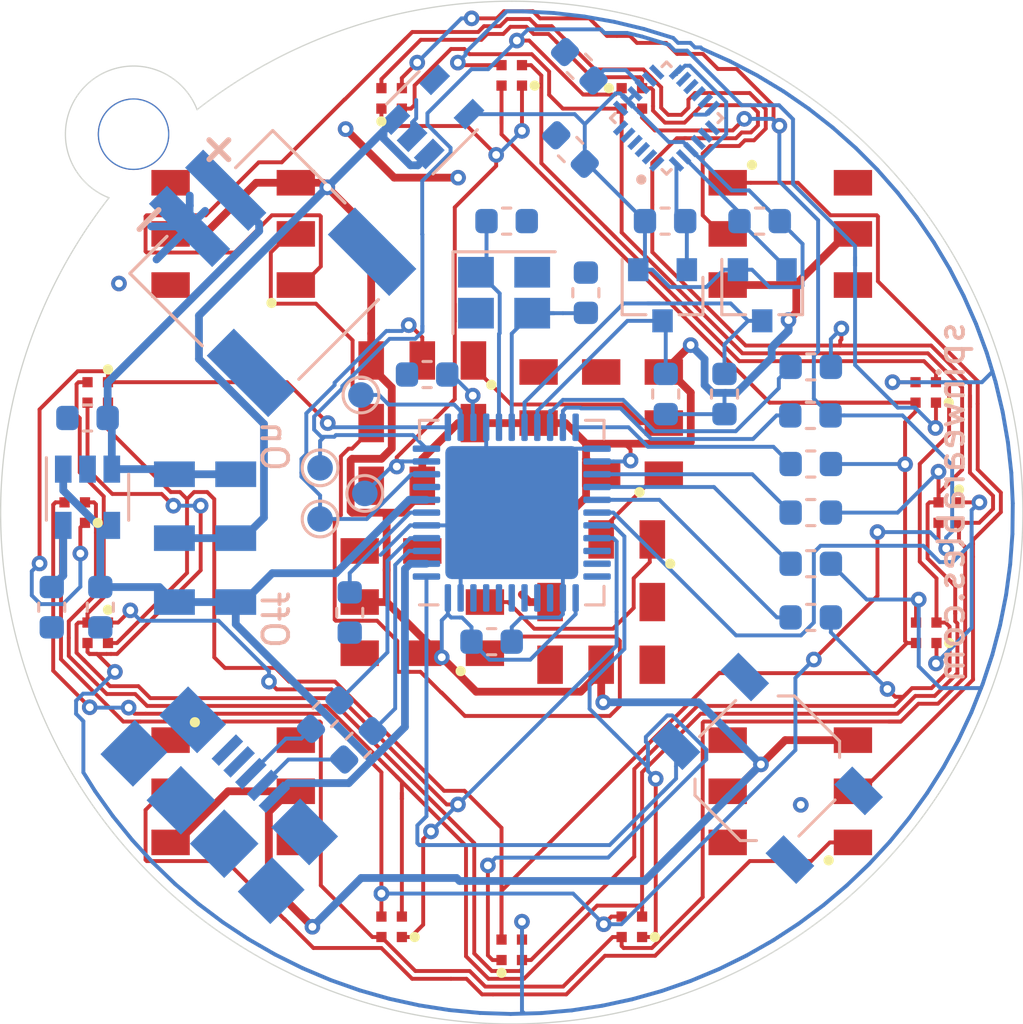
<source format=kicad_pcb>
(kicad_pcb (version 20171130) (host pcbnew 5.1.2+dfsg1-1)
  (layers (0 F.Cu signal) (31 B.Cu signal) (34 B.Paste user) (35 F.Paste user) (36 B.SilkS user) (37 F.SilkS user) (38 B.Mask user) (39 F.Mask user) (44 Edge.Cuts user))
  (net 0 "")
  (net 1 "Net-(U2-Pad4)")
  (net 2 "Net-(D7-Pad4)")
  (net 3 "Net-(D8-Pad4)")
  (net 4 "Net-(D1-Pad1)")
  (net 5 "Net-(D1-Pad4)")
  (net 6 "Net-(D2-Pad4)")
  (net 7 "Net-(D3-Pad4)")
  (net 8 "Net-(D4-Pad1)")
  (net 9 "Net-(D4-Pad4)")
  (net 10 "Net-(D5-Pad1)")
  (net 11 "Net-(D5-Pad4)")
  (net 12 "Net-(D6-Pad4)")
  (net 13 "Net-(J1-Pad4)")
  (net 14 Earth)
  (net 15 VDD1.9)
  (net 16 SCL)
  (net 17 SCL1.9)
  (net 18 SDA)
  (net 19 SDA1.9)
  (net 20 VMCU)
  (net 21 VBUS)
  (net 22 "Net-(C2-Pad2)")
  (net 23 "Net-(C3-Pad1)")
  (net 24 "Net-(C4-Pad1)")
  (net 25 "Net-(C5-Pad2)")
  (net 26 D+)
  (net 27 D-)
  (net 28 "Net-(R1-Pad1)")
  (net 29 "Net-(R4-Pad1)")
  (net 30 "Net-(R5-Pad1)")
  (net 31 PE6)
  (net 32 Lc)
  (net 33 Lb)
  (net 34 La)
  (net 35 Lf)
  (net 36 Le)
  (net 37 Ld)
  (net 38 "Net-(R6-Pad2)")
  (net 39 "Net-(R7-Pad2)")
  (net 40 "Net-(R8-Pad2)")
  (net 41 "Net-(R9-Pad2)")
  (net 42 "Net-(R10-Pad2)")
  (net 43 "Net-(R11-Pad2)")
  (net 44 L1)
  (net 45 L3)
  (net 46 L6)
  (net 47 L2)
  (net 48 L4)
  (net 49 L5)
  (net 50 "Net-(C9-Pad2)")
  (net 51 "Net-(D2-Pad1)")
  (net 52 "Net-(D3-Pad1)")
  (net 53 "Net-(D6-Pad1)")
  (net 54 "Net-(D7-Pad1)")
  (net 55 "Net-(D8-Pad1)")
  (net 56 "Net-(U3-Pad42)")
  (net 57 "Net-(U3-Pad41)")
  (net 58 "Net-(U3-Pad40)")
  (net 59 "Net-(U3-Pad39)")
  (net 60 "Net-(U3-Pad38)")
  (net 61 "Net-(U3-Pad37)")
  (net 62 "Net-(U3-Pad36)")
  (net 63 "Net-(U3-Pad33)")
  (net 64 "Net-(U3-Pad32)")
  (net 65 "Net-(U3-Pad31)")
  (net 66 "Net-(U3-Pad8)")
  (net 67 "Net-(U4-Pad21)")
  (net 68 "Net-(U4-Pad19)")
  (net 69 "Net-(U4-Pad12)")
  (net 70 "Net-(U4-Pad7)")
  (net 71 "Net-(TP1-Pad1)")
  (net 72 Lchain)
  (module custom_parts:JS202011JCQN (layer B.Cu) (at 29.9 39.4 270)
    (fp_text reference SW1 hide)
    (fp_text value JS202011JCQN)
    (pad 3 smd rect (at 2.5 -1.2 270) (size 1 1.6) (layers B.Cu B.Paste B.Mask) (net 21 VBUS))
    (pad 3 smd rect (at 2.5 1.2 270) (size 1 1.6) (layers B.Cu B.Paste B.Mask) (net 21 VBUS))
    (pad 2 smd rect (at 0 -1.2 270) (size 1 1.6) (layers B.Cu B.Paste B.Mask) (net 20 VMCU))
    (pad 2 smd rect (at 0 1.2 270) (size 1 1.6) (layers B.Cu B.Paste B.Mask) (net 20 VMCU))
    (pad 1 smd rect (at -2.5 -1.2 270) (size 1 1.6) (layers B.Cu B.Paste B.Mask) (net 22 "Net-(C2-Pad2)"))
    (pad 1 smd rect (at -2.5 1.2 270) (size 1 1.6) (layers B.Cu B.Paste B.Mask) (net 22 "Net-(C2-Pad2)"))
  )
  (module "custom_parts:JST_S2B-PH-SM4-TB(LF)(SN)" (layer B.Cu) (at 30 26.5 225)
    (fp_text reference J2 hide)
    (fp_text value "S2B-PH-SM4-TB(LF)(SN)" hide)
    (pad S1 smd rect (at -3.35 -5.75 45) (size 1.5 3.4) (layers B.Cu B.Paste B.Mask) (net 14 Earth))
    (pad S2 smd rect (at 3.35 -5.75 45) (size 1.5 3.4) (layers B.Cu B.Paste B.Mask) (net 14 Earth))
    (pad 1 smd rect (at -1 0 45) (size 1 3.5) (layers B.Cu B.Paste B.Mask) (net 22 "Net-(C2-Pad2)"))
    (pad 2 smd rect (at 1 0 45) (size 1 3.5) (layers B.Cu B.Paste B.Mask) (net 14 Earth))
  )
  (module Button_Switch_SMD:SW_SPST_TL3342 (layer B.Cu) (at 51.9 48.4 135)
    (fp_text reference SW2 hide)
    (fp_text value TL3342F160QG)
    (pad 2 smd rect (at 3.149999 -1.9 135) (size 1.7 1) (layers B.Cu B.Paste B.Mask) (net 31 PE6))
    (pad "" smd rect (at -3.149999 -1.9 135) (size 1.7 1) (layers B.Cu B.Paste B.Mask))
    (pad 1 smd rect (at 3.149999 1.9 135) (size 1.7 1) (layers B.Cu B.Paste B.Mask) (net 14 Earth))
    (pad 1 smd rect (at -3.149999 1.9 135) (size 1.7 1) (layers B.Cu B.Paste B.Mask) (net 14 Earth))
  )
  (module custom_parts:IN-PI55TBTPRPGPB (layer F.Cu) (at 38.4 34.9 180)
    (fp_text reference D1 hide)
    (fp_text value IN-PI55TBTPRPGPB)
    (pad 3 smd rect (at 2 2.45 180) (size 1 1.5) (layers F.Cu F.Paste F.Mask) (net 20 VMCU))
    (pad 4 smd rect (at 2 -2.45 180) (size 1 1.5) (layers F.Cu F.Paste F.Mask) (net 5 "Net-(D1-Pad4)"))
    (pad 2 smd rect (at 0 2.45 180) (size 1 1.5) (layers F.Cu F.Paste F.Mask) (net 72 Lchain))
    (pad 5 smd rect (at 0 -2.45 180) (size 1 1.5) (layers F.Cu F.Paste F.Mask) (net 20 VMCU))
    (pad 1 smd rect (at -2 2.45 180) (size 1 1.5) (layers F.Cu F.Paste F.Mask) (net 4 "Net-(D1-Pad1)"))
    (pad 6 smd rect (at -2 -2.45 180) (size 1 1.5) (layers F.Cu F.Paste F.Mask) (net 14 Earth))
    (pad "" smd rect (at 2 0 180) (size 1 1.5) (layers F.Cu F.Mask) (net 8 "Net-(D4-Pad1)"))
    (pad "" smd rect (at -2 0 180) (size 1 1.5) (layers F.Cu F.Mask) (net 20 VMCU))
  )
  (module custom_parts:IN-PI55TBTPRPGPB (layer F.Cu) (at 38.4 41.9 90)
    (fp_text reference D4 hide)
    (fp_text value IN-PI55TBTPRPGPB)
    (pad 3 smd rect (at 2 2.45 90) (size 1 1.5) (layers F.Cu F.Paste F.Mask) (net 20 VMCU))
    (pad 4 smd rect (at 2 -2.45 90) (size 1 1.5) (layers F.Cu F.Paste F.Mask) (net 9 "Net-(D4-Pad4)"))
    (pad 2 smd rect (at 0 2.45 90) (size 1 1.5) (layers F.Cu F.Paste F.Mask) (net 52 "Net-(D3-Pad1)"))
    (pad 5 smd rect (at 0 -2.45 90) (size 1 1.5) (layers F.Cu F.Paste F.Mask) (net 20 VMCU))
    (pad 1 smd rect (at -2 2.45 90) (size 1 1.5) (layers F.Cu F.Paste F.Mask) (net 8 "Net-(D4-Pad1)"))
    (pad 6 smd rect (at -2 -2.45 90) (size 1 1.5) (layers F.Cu F.Paste F.Mask) (net 14 Earth))
    (pad "" smd rect (at -2 0 90) (size 1 1.5) (layers F.Cu F.Mask) (net 20 VMCU))
    (pad "" smd rect (at 2 0 90) (size 1 1.5) (layers F.Cu F.Mask))
  )
  (module custom_parts:IN-PI55TBTPRPGPB (layer F.Cu) (at 45.4 41.9 180)
    (fp_text reference D3 hide)
    (fp_text value IN-PI55TBTPRPGPB)
    (pad 3 smd rect (at 2 2.45 180) (size 1 1.5) (layers F.Cu F.Paste F.Mask) (net 20 VMCU))
    (pad 4 smd rect (at 2 -2.45 180) (size 1 1.5) (layers F.Cu F.Paste F.Mask) (net 7 "Net-(D3-Pad4)"))
    (pad 2 smd rect (at 0 2.45 180) (size 1 1.5) (layers F.Cu F.Paste F.Mask) (net 51 "Net-(D2-Pad1)"))
    (pad 5 smd rect (at 0 -2.45 180) (size 1 1.5) (layers F.Cu F.Paste F.Mask) (net 20 VMCU))
    (pad 1 smd rect (at -2 2.45 180) (size 1 1.5) (layers F.Cu F.Paste F.Mask) (net 52 "Net-(D3-Pad1)"))
    (pad 6 smd rect (at -2 -2.45 180) (size 1 1.5) (layers F.Cu F.Paste F.Mask) (net 14 Earth))
    (pad "" smd rect (at -2 0 180) (size 1 1.5) (layers F.Cu F.Mask))
    (pad "" smd rect (at 2 0 180) (size 1 1.5) (layers F.Cu F.Mask) (net 14 Earth))
  )
  (module custom_parts:IN-PI55TBTPRPGPB (layer F.Cu) (at 45.4 34.9 90)
    (fp_text reference D2 hide)
    (fp_text value IN-PI55TBTPRPGPB)
    (pad 3 smd rect (at 2 2.45 90) (size 1 1.5) (layers F.Cu F.Paste F.Mask) (net 20 VMCU))
    (pad 4 smd rect (at 2 -2.45 90) (size 1 1.5) (layers F.Cu F.Paste F.Mask) (net 6 "Net-(D2-Pad4)"))
    (pad 2 smd rect (at 0 2.45 90) (size 1 1.5) (layers F.Cu F.Paste F.Mask) (net 4 "Net-(D1-Pad1)"))
    (pad 5 smd rect (at 0 -2.45 90) (size 1 1.5) (layers F.Cu F.Paste F.Mask) (net 20 VMCU))
    (pad 1 smd rect (at -2 2.45 90) (size 1 1.5) (layers F.Cu F.Paste F.Mask) (net 51 "Net-(D2-Pad1)"))
    (pad 6 smd rect (at -2 -2.45 90) (size 1 1.5) (layers F.Cu F.Paste F.Mask) (net 14 Earth))
    (pad "" smd rect (at 2 0 90) (size 1 1.5) (layers F.Cu F.Mask))
    (pad "" smd rect (at -2 0 90) (size 1 1.5) (layers F.Cu F.Mask) (net 20 VMCU))
  )
  (module TestPoint:TestPoint_Pad_D1.0mm (layer B.Cu) (at 34.4 36.65 90)
    (fp_text reference TP4 hide)
    (fp_text value TestPoint hide)
    (pad 1 smd circle (at 0 0 90) (size 1 1) (layers B.Cu B.Mask) (net 47 L2))
  )
  (module TestPoint:TestPoint_Pad_D1.0mm (layer B.Cu) (at 36.15 37.65 90)
    (fp_text reference TP3 hide)
    (fp_text value TestPoint hide)
    (pad 1 smd circle (at 0 0 90) (size 1 1) (layers B.Cu B.Mask) (net 44 L1))
  )
  (module TestPoint:TestPoint_Pad_D1.0mm (layer B.Cu) (at 34.4 38.65 90)
    (fp_text reference TP2 hide)
    (fp_text value TestPoint hide)
    (pad 1 smd circle (at 0 0 90) (size 1 1) (layers B.Cu B.Mask) (net 72 Lchain))
  )
  (module TestPoint:TestPoint_Pad_D1.0mm (layer B.Cu) (at 36 33.8)
    (fp_text reference TP1 hide)
    (fp_text value TestPoint hide)
    (pad 1 smd circle (at 0 0) (size 1 1) (layers B.Cu B.Mask) (net 71 "Net-(TP1-Pad1)"))
  )
  (module Resistor_SMD:R_0603_1608Metric (layer B.Cu) (at 47.925 33.7625 270)
    (fp_text reference R13 hide)
    (fp_text value 2K)
    (pad 2 smd roundrect (at 0.7875 0 270) (size 0.875 0.95) (layers B.Cu B.Paste B.Mask) (net 20 VMCU))
    (pad 1 smd roundrect (at -0.7875 0 270) (size 0.875 0.95) (layers B.Cu B.Paste B.Mask) (net 18 SDA))
  )
  (module Resistor_SMD:R_0603_1608Metric (layer B.Cu) (at 50.225 33.7625 270)
    (fp_text reference R12 hide)
    (fp_text value 2K)
    (pad 2 smd roundrect (at 0.7875 0 270) (size 0.875 0.95) (layers B.Cu B.Paste B.Mask) (net 20 VMCU))
    (pad 1 smd roundrect (at -0.7875 0 270) (size 0.875 0.95) (layers B.Cu B.Paste B.Mask) (net 16 SCL))
  )
  (module Capacitor_SMD:C_0603_1608Metric (layer B.Cu) (at 38.5875 33 180)
    (fp_text reference C7 hide)
    (fp_text value 100nF)
    (pad 2 smd roundrect (at 0.7875 0 180) (size 0.875 0.95) (layers B.Cu B.Paste B.Mask) (net 14 Earth))
    (pad 1 smd roundrect (at -0.7875 0 180) (size 0.875 0.95) (layers B.Cu B.Paste B.Mask) (net 20 VMCU))
  )
  (module Resistor_SMD:R_0603_1608Metric (layer B.Cu) (at 53.6 42.5 180)
    (fp_text reference R11 hide)
    (fp_text value 240R)
    (pad 2 smd roundrect (at 0.7875 0 180) (size 0.875 0.95) (layers B.Cu B.Paste B.Mask) (net 43 "Net-(R11-Pad2)"))
    (pad 1 smd roundrect (at -0.7875 0 180) (size 0.875 0.95) (layers B.Cu B.Paste B.Mask) (net 35 Lf))
  )
  (module Resistor_SMD:R_0603_1608Metric (layer B.Cu) (at 53.6 40.4 180)
    (fp_text reference R10 hide)
    (fp_text value 280R)
    (pad 2 smd roundrect (at 0.7875 0 180) (size 0.875 0.95) (layers B.Cu B.Paste B.Mask) (net 42 "Net-(R10-Pad2)"))
    (pad 1 smd roundrect (at -0.7875 0 180) (size 0.875 0.95) (layers B.Cu B.Paste B.Mask) (net 36 Le))
  )
  (module Resistor_SMD:R_0603_1608Metric (layer B.Cu) (at 53.6 36.5 180)
    (fp_text reference R9 hide)
    (fp_text value 220R)
    (pad 2 smd roundrect (at 0.7875 0 180) (size 0.875 0.95) (layers B.Cu B.Paste B.Mask) (net 41 "Net-(R9-Pad2)"))
    (pad 1 smd roundrect (at -0.7875 0 180) (size 0.875 0.95) (layers B.Cu B.Paste B.Mask) (net 37 Ld))
  )
  (module Resistor_SMD:R_0603_1608Metric (layer B.Cu) (at 53.6 38.4 180)
    (fp_text reference R8 hide)
    (fp_text value 240R)
    (pad 2 smd roundrect (at 0.7875 0 180) (size 0.875 0.95) (layers B.Cu B.Paste B.Mask) (net 40 "Net-(R8-Pad2)"))
    (pad 1 smd roundrect (at -0.7875 0 180) (size 0.875 0.95) (layers B.Cu B.Paste B.Mask) (net 32 Lc))
  )
  (module Resistor_SMD:R_0603_1608Metric (layer B.Cu) (at 53.5875 34.6 180)
    (fp_text reference R7 hide)
    (fp_text value 280R)
    (pad 2 smd roundrect (at 0.7875 0 180) (size 0.875 0.95) (layers B.Cu B.Paste B.Mask) (net 39 "Net-(R7-Pad2)"))
    (pad 1 smd roundrect (at -0.7875 0 180) (size 0.875 0.95) (layers B.Cu B.Paste B.Mask) (net 33 Lb))
  )
  (module Resistor_SMD:R_0603_1608Metric (layer B.Cu) (at 53.6 32.7 180)
    (fp_text reference R6 hide)
    (fp_text value 220R)
    (pad 2 smd roundrect (at 0.7875 0 180) (size 0.875 0.95) (layers B.Cu B.Paste B.Mask) (net 38 "Net-(R6-Pad2)"))
    (pad 1 smd roundrect (at -0.7875 0 180) (size 0.875 0.95) (layers B.Cu B.Paste B.Mask) (net 34 La))
  )
  (module Capacitor_SMD:C_0603_1608Metric (layer B.Cu) (at 41.1125 43.45)
    (fp_text reference C6 hide)
    (fp_text value 100nF)
    (pad 2 smd roundrect (at 0.7875 0) (size 0.875 0.95) (layers B.Cu B.Paste B.Mask) (net 14 Earth))
    (pad 1 smd roundrect (at -0.7875 0) (size 0.875 0.95) (layers B.Cu B.Paste B.Mask) (net 20 VMCU))
  )
  (module Resistor_SMD:R_0603_1608Metric (layer B.Cu) (at 35.9 47.5 225)
    (fp_text reference R5 hide)
    (fp_text value 22R)
    (pad 2 smd roundrect (at 0.787501 0 225) (size 0.875 0.95) (layers B.Cu B.Paste B.Mask) (net 27 D-))
    (pad 1 smd roundrect (at -0.787501 0 225) (size 0.875 0.95) (layers B.Cu B.Paste B.Mask) (net 30 "Net-(R5-Pad1)"))
  )
  (module Resistor_SMD:R_0603_1608Metric (layer B.Cu) (at 34.6 46.3 225)
    (fp_text reference R4 hide)
    (fp_text value 22R)
    (pad 2 smd roundrect (at 0.787501 0 225) (size 0.875 0.95) (layers B.Cu B.Paste B.Mask) (net 26 D+))
    (pad 1 smd roundrect (at -0.787501 0 225) (size 0.875 0.95) (layers B.Cu B.Paste B.Mask) (net 29 "Net-(R4-Pad1)"))
  )
  (module Capacitor_SMD:C_0603_1608Metric (layer B.Cu) (at 35.56 42.3075 90)
    (fp_text reference C5 hide)
    (fp_text value 1uF)
    (pad 2 smd roundrect (at 0.7875 0 90) (size 0.875 0.95) (layers B.Cu B.Paste B.Mask) (net 25 "Net-(C5-Pad2)"))
    (pad 1 smd roundrect (at -0.7875 0 90) (size 0.875 0.95) (layers B.Cu B.Paste B.Mask) (net 14 Earth))
  )
  (module Capacitor_SMD:C_0603_1608Metric (layer B.Cu) (at 25.3 34.7)
    (fp_text reference C2 hide)
    (fp_text value 1uF)
    (pad 2 smd roundrect (at 0.7875 0) (size 0.875 0.95) (layers B.Cu B.Paste B.Mask) (net 22 "Net-(C2-Pad2)"))
    (pad 1 smd roundrect (at -0.7875 0) (size 0.875 0.95) (layers B.Cu B.Paste B.Mask) (net 14 Earth))
  )
  (module Capacitor_SMD:C_0603_1608Metric (layer B.Cu) (at 25.8 42.1 90)
    (fp_text reference C1 hide)
    (fp_text value 1uF)
    (pad 2 smd roundrect (at 0.7875 0 90) (size 0.875 0.95) (layers B.Cu B.Paste B.Mask) (net 21 VBUS))
    (pad 1 smd roundrect (at -0.7875 0 90) (size 0.875 0.95) (layers B.Cu B.Paste B.Mask) (net 14 Earth))
  )
  (module Resistor_SMD:R_0603_1608Metric (layer B.Cu) (at 23.9 42.1 270)
    (fp_text reference R1 hide)
    (fp_text value 10K)
    (pad 2 smd roundrect (at 0.7875 0 270) (size 0.875 0.95) (layers B.Cu B.Paste B.Mask) (net 14 Earth))
    (pad 1 smd roundrect (at -0.7875 0 270) (size 0.875 0.95) (layers B.Cu B.Paste B.Mask) (net 28 "Net-(R1-Pad1)"))
  )
  (module Resistor_SMD:R_0603_1608Metric (layer B.Cu) (at 47.9 27)
    (fp_text reference R3 hide)
    (fp_text value 2K)
    (pad 2 smd roundrect (at 0.7875 0) (size 0.875 0.95) (layers B.Cu B.Paste B.Mask) (net 19 SDA1.9))
    (pad 1 smd roundrect (at -0.7875 0) (size 0.875 0.95) (layers B.Cu B.Paste B.Mask) (net 15 VDD1.9))
  )
  (module Resistor_SMD:R_0603_1608Metric (layer B.Cu) (at 51.6 27 180)
    (fp_text reference R2 hide)
    (fp_text value 2K)
    (pad 2 smd roundrect (at 0.7875 0 180) (size 0.875 0.95) (layers B.Cu B.Paste B.Mask) (net 17 SCL1.9))
    (pad 1 smd roundrect (at -0.7875 0 180) (size 0.875 0.95) (layers B.Cu B.Paste B.Mask) (net 15 VDD1.9))
  )
  (module Package_TO_SOT_SMD:SOT-23 (layer B.Cu) (at 47.8 29.9 270)
    (fp_text reference Q2 hide)
    (fp_text value BSS138)
    (pad 3 smd rect (at 1 0 270) (size 0.9 0.8) (layers B.Cu B.Paste B.Mask) (net 18 SDA))
    (pad 2 smd rect (at -1 -0.95 270) (size 0.9 0.8) (layers B.Cu B.Paste B.Mask) (net 19 SDA1.9))
    (pad 1 smd rect (at -1 0.95 270) (size 0.9 0.8) (layers B.Cu B.Paste B.Mask) (net 15 VDD1.9))
  )
  (module Capacitor_SMD:C_0603_1608Metric (layer B.Cu) (at 44.543153 20.943153 315)
    (fp_text reference C9 hide)
    (fp_text value 100nF)
    (pad 2 smd roundrect (at 0.787501 0 315) (size 0.875 0.95) (layers B.Cu B.Paste B.Mask) (net 50 "Net-(C9-Pad2)"))
    (pad 1 smd roundrect (at -0.787501 0 315) (size 0.875 0.95) (layers B.Cu B.Paste B.Mask) (net 14 Earth))
  )
  (module Capacitor_SMD:C_0603_1608Metric (layer B.Cu) (at 44.2 24.2 315)
    (fp_text reference C8 hide)
    (fp_text value 100nF)
    (pad 2 smd roundrect (at 0.787501 0 315) (size 0.875 0.95) (layers B.Cu B.Paste B.Mask) (net 15 VDD1.9))
    (pad 1 smd roundrect (at -0.787501 0 315) (size 0.875 0.95) (layers B.Cu B.Paste B.Mask) (net 14 Earth))
  )
  (module Capacitor_SMD:C_0603_1608Metric (layer B.Cu) (at 41.7 27)
    (fp_text reference C4 hide)
    (fp_text value 12pF)
    (pad 1 smd roundrect (at -0.7875 0) (size 0.875 0.95) (layers B.Cu B.Paste B.Mask) (net 24 "Net-(C4-Pad1)"))
    (pad 2 smd roundrect (at 0.7875 0) (size 0.875 0.95) (layers B.Cu B.Paste B.Mask) (net 14 Earth))
  )
  (module Capacitor_SMD:C_0603_1608Metric (layer B.Cu) (at 44.8 29.8 90)
    (fp_text reference C3 hide)
    (fp_text value 12pF)
    (pad 1 smd roundrect (at -0.7875 0 90) (size 0.875 0.95) (layers B.Cu B.Paste B.Mask) (net 23 "Net-(C3-Pad1)"))
    (pad 2 smd roundrect (at 0.7875 0 90) (size 0.875 0.95) (layers B.Cu B.Paste B.Mask) (net 14 Earth))
  )
  (module custom_parts:QFN40P300X300X105-25N (layer B.Cu) (at 47.958823 22.969827 45)
    (fp_text reference U4 hide)
    (fp_text value ICM-20948 hide)
    (pad 24 smd rect (at -1 1.545 135) (size 0.64 0.22) (layers B.Cu B.Paste B.Mask) (net 19 SDA1.9))
    (pad 23 smd rect (at -0.6 1.545 135) (size 0.64 0.22) (layers B.Cu B.Paste B.Mask) (net 17 SCL1.9))
    (pad 22 smd rect (at -0.199999 1.545 135) (size 0.64 0.22) (layers B.Cu B.Paste B.Mask) (net 15 VDD1.9))
    (pad 21 smd rect (at 0.199999 1.545 135) (size 0.64 0.22) (layers B.Cu B.Paste B.Mask) (net 67 "Net-(U4-Pad21)"))
    (pad 20 smd rect (at 0.6 1.545 135) (size 0.64 0.22) (layers B.Cu B.Paste B.Mask) (net 14 Earth))
    (pad 19 smd rect (at 1 1.545 135) (size 0.64 0.22) (layers B.Cu B.Paste B.Mask) (net 68 "Net-(U4-Pad19)"))
    (pad 18 smd rect (at 1.545 1 225) (size 0.64 0.22) (layers B.Cu B.Paste B.Mask) (net 14 Earth))
    (pad 17 smd rect (at 1.545 0.6 225) (size 0.64 0.22) (layers B.Cu B.Paste B.Mask))
    (pad 16 smd rect (at 1.545 0.199999 225) (size 0.64 0.22) (layers B.Cu B.Paste B.Mask))
    (pad 15 smd rect (at 1.545 -0.199999 225) (size 0.64 0.22) (layers B.Cu B.Paste B.Mask))
    (pad 14 smd rect (at 1.545 -0.6 225) (size 0.64 0.22) (layers B.Cu B.Paste B.Mask))
    (pad 13 smd rect (at 1.545 -1 225) (size 0.64 0.22) (layers B.Cu B.Paste B.Mask) (net 15 VDD1.9))
    (pad 12 smd rect (at 1 -1.545 315) (size 0.64 0.22) (layers B.Cu B.Paste B.Mask) (net 69 "Net-(U4-Pad12)"))
    (pad 11 smd rect (at 0.6 -1.545 315) (size 0.64 0.22) (layers B.Cu B.Paste B.Mask) (net 14 Earth))
    (pad 10 smd rect (at 0.199999 -1.545 315) (size 0.64 0.22) (layers B.Cu B.Paste B.Mask) (net 50 "Net-(C9-Pad2)"))
    (pad 9 smd rect (at -0.199999 -1.545 315) (size 0.64 0.22) (layers B.Cu B.Paste B.Mask) (net 15 VDD1.9))
    (pad 8 smd rect (at -0.6 -1.545 315) (size 0.64 0.22) (layers B.Cu B.Paste B.Mask) (net 15 VDD1.9))
    (pad 7 smd rect (at -1 -1.545 315) (size 0.64 0.22) (layers B.Cu B.Paste B.Mask) (net 70 "Net-(U4-Pad7)"))
    (pad 6 smd rect (at -1.545 -1 45) (size 0.64 0.22) (layers B.Cu B.Paste B.Mask))
    (pad 5 smd rect (at -1.545 -0.6 45) (size 0.64 0.22) (layers B.Cu B.Paste B.Mask))
    (pad 4 smd rect (at -1.545 -0.199999 45) (size 0.64 0.22) (layers B.Cu B.Paste B.Mask))
    (pad 3 smd rect (at -1.545 0.199999 45) (size 0.64 0.22) (layers B.Cu B.Paste B.Mask))
    (pad 2 smd rect (at -1.545 0.6 45) (size 0.64 0.22) (layers B.Cu B.Paste B.Mask))
    (pad 1 smd rect (at -1.545 1 45) (size 0.64 0.22) (layers B.Cu B.Paste B.Mask))
  )
  (module Crystal:Crystal_SMD_SeikoEpson_FA238-4Pin_3.2x2.5mm (layer B.Cu) (at 41.6 29.8)
    (fp_text reference Y1 hide)
    (fp_text value "TSX-3225 16.0000MF09Z-AC0" hide)
    (pad 1 smd rect (at -1.1 -0.8) (size 1.4 1.2) (layers B.Cu B.Paste B.Mask) (net 24 "Net-(C4-Pad1)"))
    (pad 2 smd rect (at 1.1 -0.8) (size 1.4 1.2) (layers B.Cu B.Paste B.Mask) (net 14 Earth))
    (pad 3 smd rect (at 1.1 0.8) (size 1.4 1.2) (layers B.Cu B.Paste B.Mask) (net 23 "Net-(C3-Pad1)"))
    (pad 4 smd rect (at -1.1 0.8) (size 1.4 1.2) (layers B.Cu B.Paste B.Mask) (net 14 Earth))
  )
  (module Package_TO_SOT_SMD:SOT-23-5 (layer B.Cu) (at 38.777817 22.922183 45)
    (fp_text reference U2 hide)
    (fp_text value "TCR2EF18,LM(CT")
    (pad 5 smd rect (at 1.1 0.95 45) (size 1.06 0.65) (layers B.Cu B.Paste B.Mask) (net 15 VDD1.9))
    (pad 4 smd rect (at 1.1 -0.95 45) (size 1.06 0.65) (layers B.Cu B.Paste B.Mask) (net 1 "Net-(U2-Pad4)"))
    (pad 3 smd rect (at -1.1 -0.95 45) (size 1.06 0.65) (layers B.Cu B.Paste B.Mask) (net 20 VMCU))
    (pad 2 smd rect (at -1.099999 0 45) (size 1.06 0.65) (layers B.Cu B.Paste B.Mask) (net 14 Earth))
    (pad 1 smd rect (at -1.1 0.95 45) (size 1.06 0.65) (layers B.Cu B.Paste B.Mask) (net 20 VMCU))
  )
  (module Package_TO_SOT_SMD:SOT-23 (layer B.Cu) (at 51.7 29.9 270)
    (fp_text reference Q1 hide)
    (fp_text value BSS138)
    (pad 3 smd rect (at 1 0 270) (size 0.9 0.8) (layers B.Cu B.Paste B.Mask) (net 16 SCL))
    (pad 2 smd rect (at -1 -0.95 270) (size 0.9 0.8) (layers B.Cu B.Paste B.Mask) (net 17 SCL1.9))
    (pad 1 smd rect (at -1 0.95 270) (size 0.9 0.8) (layers B.Cu B.Paste B.Mask) (net 15 VDD1.9))
  )
  (module custom_parts:10118192-0002LF (layer B.Cu) (at 29.8 50.5 315)
    (fp_text reference J1 hide)
    (fp_text value 10118192-0002LF)
    (pad 6 smd rect (at 3.8 0 315) (size 1.8 1.9) (layers B.Cu B.Paste B.Mask) (net 14 Earth))
    (pad 6 smd rect (at -3.8 0 315) (size 1.8 1.9) (layers B.Cu B.Paste B.Mask) (net 14 Earth))
    (pad 6 smd rect (at -1.2 0 315) (size 1.9 1.9) (layers B.Cu B.Paste B.Mask) (net 14 Earth))
    (pad 6 smd rect (at 1.2 0 315) (size 1.9 1.9) (layers B.Cu B.Paste B.Mask) (net 14 Earth))
    (pad 6 smd rect (at 3.1 -2.55 315) (size 2.1 1.6) (layers B.Cu B.Paste B.Mask) (net 14 Earth))
    (pad 3 smd rect (at 0 -2.675001 315) (size 0.4 1.35) (layers B.Cu B.Paste B.Mask) (net 26 D+))
    (pad 4 smd rect (at -0.65 -2.675 315) (size 0.4 1.35) (layers B.Cu B.Paste B.Mask) (net 13 "Net-(J1-Pad4)"))
    (pad 5 smd rect (at -1.3 -2.675 315) (size 0.4 1.35) (layers B.Cu B.Paste B.Mask) (net 14 Earth))
    (pad 2 smd rect (at 0.65 -2.675 315) (size 0.4 1.35) (layers B.Cu B.Paste B.Mask) (net 27 D-))
    (pad 1 smd rect (at 1.3 -2.675 315) (size 0.4 1.35) (layers B.Cu B.Paste B.Mask) (net 21 VBUS))
    (pad 6 smd rect (at -3.1 -2.55 315) (size 2.1 1.6) (layers B.Cu B.Paste B.Mask) (net 14 Earth))
  )
  (module custom_parts:IN-B101FCH (layer F.Cu) (at 24.8 38.4 90)
    (fp_text reference D14 hide)
    (fp_text value IN-B101FCH)
    (pad 4 smd rect (at 0.4 0.4 90) (size 0.4 0.4) (layers F.Cu F.Paste F.Mask) (net 32 Lc))
    (pad 3 smd rect (at 0.4 -0.4 90) (size 0.4 0.4) (layers F.Cu F.Paste F.Mask) (net 33 Lb))
    (pad 1 smd rect (at -0.4 0.4 90) (size 0.4 0.4) (layers F.Cu F.Paste F.Mask) (net 46 L6))
    (pad 2 smd rect (at -0.4 -0.4 90) (size 0.4 0.4) (layers F.Cu F.Paste F.Mask) (net 34 La))
  )
  (module custom_parts:IN-B101FCH (layer F.Cu) (at 25.7 33.7 180)
    (fp_text reference D20 hide)
    (fp_text value IN-B101FCH)
    (pad 4 smd rect (at 0.4 0.4 180) (size 0.4 0.4) (layers F.Cu F.Paste F.Mask) (net 35 Lf))
    (pad 3 smd rect (at 0.4 -0.4 180) (size 0.4 0.4) (layers F.Cu F.Paste F.Mask) (net 36 Le))
    (pad 1 smd rect (at -0.4 0.4 180) (size 0.4 0.4) (layers F.Cu F.Paste F.Mask) (net 46 L6))
    (pad 2 smd rect (at -0.4 -0.4 180) (size 0.4 0.4) (layers F.Cu F.Paste F.Mask) (net 37 Ld))
  )
  (module custom_parts:IN-B101FCH (layer F.Cu) (at 37.2 54.6 90)
    (fp_text reference D13 hide)
    (fp_text value IN-B101FCH)
    (pad 4 smd rect (at 0.4 0.4 90) (size 0.4 0.4) (layers F.Cu F.Paste F.Mask) (net 32 Lc))
    (pad 3 smd rect (at 0.4 -0.4 90) (size 0.4 0.4) (layers F.Cu F.Paste F.Mask) (net 33 Lb))
    (pad 1 smd rect (at -0.4 0.4 90) (size 0.4 0.4) (layers F.Cu F.Paste F.Mask) (net 49 L5))
    (pad 2 smd rect (at -0.4 -0.4 90) (size 0.4 0.4) (layers F.Cu F.Paste F.Mask) (net 34 La))
  )
  (module custom_parts:IN-B101FCH (layer F.Cu) (at 25.7 43.1 180)
    (fp_text reference D19 hide)
    (fp_text value IN-B101FCH)
    (pad 4 smd rect (at 0.4 0.4 180) (size 0.4 0.4) (layers F.Cu F.Paste F.Mask) (net 35 Lf))
    (pad 3 smd rect (at 0.4 -0.4 180) (size 0.4 0.4) (layers F.Cu F.Paste F.Mask) (net 36 Le))
    (pad 1 smd rect (at -0.4 0.4 180) (size 0.4 0.4) (layers F.Cu F.Paste F.Mask) (net 49 L5))
    (pad 2 smd rect (at -0.4 -0.4 180) (size 0.4 0.4) (layers F.Cu F.Paste F.Mask) (net 37 Ld))
  )
  (module custom_parts:IN-B101FCH (layer F.Cu) (at 59 38.4 180)
    (fp_text reference D11 hide)
    (fp_text value IN-B101FCH)
    (pad 4 smd rect (at 0.4 0.4 180) (size 0.4 0.4) (layers F.Cu F.Paste F.Mask) (net 32 Lc))
    (pad 3 smd rect (at 0.4 -0.4 180) (size 0.4 0.4) (layers F.Cu F.Paste F.Mask) (net 33 Lb))
    (pad 1 smd rect (at -0.4 0.4 180) (size 0.4 0.4) (layers F.Cu F.Paste F.Mask) (net 45 L3))
    (pad 2 smd rect (at -0.4 -0.4 180) (size 0.4 0.4) (layers F.Cu F.Paste F.Mask) (net 34 La))
  )
  (module custom_parts:IN-B101FCH (layer F.Cu) (at 46.6 54.6 90)
    (fp_text reference D12 hide)
    (fp_text value IN-B101FCH)
    (pad 4 smd rect (at 0.4 0.4 90) (size 0.4 0.4) (layers F.Cu F.Paste F.Mask) (net 32 Lc))
    (pad 3 smd rect (at 0.4 -0.4 90) (size 0.4 0.4) (layers F.Cu F.Paste F.Mask) (net 33 Lb))
    (pad 1 smd rect (at -0.4 0.4 90) (size 0.4 0.4) (layers F.Cu F.Paste F.Mask) (net 48 L4))
    (pad 2 smd rect (at -0.4 -0.4 90) (size 0.4 0.4) (layers F.Cu F.Paste F.Mask) (net 34 La))
  )
  (module custom_parts:IN-B101FCH (layer F.Cu) (at 37.2 22.2)
    (fp_text reference D9 hide)
    (fp_text value IN-B101FCH)
    (pad 4 smd rect (at 0.4 0.4) (size 0.4 0.4) (layers F.Cu F.Paste F.Mask) (net 32 Lc))
    (pad 3 smd rect (at 0.4 -0.4) (size 0.4 0.4) (layers F.Cu F.Paste F.Mask) (net 33 Lb))
    (pad 1 smd rect (at -0.4 0.4) (size 0.4 0.4) (layers F.Cu F.Paste F.Mask) (net 44 L1))
    (pad 2 smd rect (at -0.4 -0.4) (size 0.4 0.4) (layers F.Cu F.Paste F.Mask) (net 34 La))
  )
  (module custom_parts:IN-B101FCH (layer F.Cu) (at 58.1 33.7 90)
    (fp_text reference D16 hide)
    (fp_text value IN-B101FCH)
    (pad 4 smd rect (at 0.4 0.4 90) (size 0.4 0.4) (layers F.Cu F.Paste F.Mask) (net 35 Lf))
    (pad 3 smd rect (at 0.4 -0.4 90) (size 0.4 0.4) (layers F.Cu F.Paste F.Mask) (net 36 Le))
    (pad 1 smd rect (at -0.4 0.4 90) (size 0.4 0.4) (layers F.Cu F.Paste F.Mask) (net 47 L2))
    (pad 2 smd rect (at -0.4 -0.4 90) (size 0.4 0.4) (layers F.Cu F.Paste F.Mask) (net 37 Ld))
  )
  (module custom_parts:IN-B101FCH (layer F.Cu) (at 58.12 43.1 90)
    (fp_text reference D17 hide)
    (fp_text value IN-B101FCH)
    (pad 4 smd rect (at 0.4 0.4 90) (size 0.4 0.4) (layers F.Cu F.Paste F.Mask) (net 35 Lf))
    (pad 3 smd rect (at 0.4 -0.4 90) (size 0.4 0.4) (layers F.Cu F.Paste F.Mask) (net 36 Le))
    (pad 1 smd rect (at -0.4 0.4 90) (size 0.4 0.4) (layers F.Cu F.Paste F.Mask) (net 45 L3))
    (pad 2 smd rect (at -0.4 -0.4 90) (size 0.4 0.4) (layers F.Cu F.Paste F.Mask) (net 37 Ld))
  )
  (module custom_parts:IN-B101FCH (layer F.Cu) (at 41.9 21.3 90)
    (fp_text reference D15 hide)
    (fp_text value IN-B101FCH)
    (pad 4 smd rect (at 0.4 0.4 90) (size 0.4 0.4) (layers F.Cu F.Paste F.Mask) (net 35 Lf))
    (pad 3 smd rect (at 0.4 -0.4 90) (size 0.4 0.4) (layers F.Cu F.Paste F.Mask) (net 36 Le))
    (pad 1 smd rect (at -0.4 0.4 90) (size 0.4 0.4) (layers F.Cu F.Paste F.Mask) (net 44 L1))
    (pad 2 smd rect (at -0.4 -0.4 90) (size 0.4 0.4) (layers F.Cu F.Paste F.Mask) (net 37 Ld))
  )
  (module custom_parts:IN-B101FCH (layer F.Cu) (at 41.9 55.5)
    (fp_text reference D18 hide)
    (fp_text value IN-B101FCH)
    (pad 4 smd rect (at 0.4 0.4) (size 0.4 0.4) (layers F.Cu F.Paste F.Mask) (net 35 Lf))
    (pad 3 smd rect (at 0.4 -0.4) (size 0.4 0.4) (layers F.Cu F.Paste F.Mask) (net 36 Le))
    (pad 1 smd rect (at -0.4 0.4) (size 0.4 0.4) (layers F.Cu F.Paste F.Mask) (net 48 L4))
    (pad 2 smd rect (at -0.4 -0.4) (size 0.4 0.4) (layers F.Cu F.Paste F.Mask) (net 37 Ld))
  )
  (module custom_parts:IN-B101FCH (layer F.Cu) (at 46.6 22.2 270)
    (fp_text reference D10 hide)
    (fp_text value IN-B101FCH)
    (pad 4 smd rect (at 0.4 0.4 270) (size 0.4 0.4) (layers F.Cu F.Paste F.Mask) (net 32 Lc))
    (pad 3 smd rect (at 0.4 -0.4 270) (size 0.4 0.4) (layers F.Cu F.Paste F.Mask) (net 33 Lb))
    (pad 1 smd rect (at -0.4 0.4 270) (size 0.4 0.4) (layers F.Cu F.Paste F.Mask) (net 47 L2))
    (pad 2 smd rect (at -0.4 -0.4 270) (size 0.4 0.4) (layers F.Cu F.Paste F.Mask) (net 34 La))
  )
  (module custom_parts:IN-PI55TBTPRPGPB (layer F.Cu) (at 52.8 49.3 90)
    (fp_text reference D7 hide)
    (fp_text value IN-PI55TBTPRPGPB)
    (pad 3 smd rect (at 2 2.45 90) (size 1 1.5) (layers F.Cu F.Paste F.Mask) (net 20 VMCU))
    (pad 4 smd rect (at 2 -2.45 90) (size 1 1.5) (layers F.Cu F.Paste F.Mask) (net 2 "Net-(D7-Pad4)"))
    (pad 2 smd rect (at 0 2.45 90) (size 1 1.5) (layers F.Cu F.Paste F.Mask) (net 53 "Net-(D6-Pad1)"))
    (pad 5 smd rect (at 0 -2.45 90) (size 1 1.5) (layers F.Cu F.Paste F.Mask) (net 20 VMCU))
    (pad 1 smd rect (at -2 2.45 90) (size 1 1.5) (layers F.Cu F.Paste F.Mask) (net 54 "Net-(D7-Pad1)"))
    (pad 6 smd rect (at -2 -2.45 90) (size 1 1.5) (layers F.Cu F.Paste F.Mask) (net 14 Earth))
  )
  (module custom_parts:IN-PI55TBTPRPGPB (layer F.Cu) (at 31 27.5 90)
    (fp_text reference D5 hide)
    (fp_text value IN-PI55TBTPRPGPB)
    (pad 3 smd rect (at 2 2.45 90) (size 1 1.5) (layers F.Cu F.Paste F.Mask) (net 20 VMCU))
    (pad 4 smd rect (at 2 -2.45 90) (size 1 1.5) (layers F.Cu F.Paste F.Mask) (net 11 "Net-(D5-Pad4)"))
    (pad 2 smd rect (at 0 2.45 90) (size 1 1.5) (layers F.Cu F.Paste F.Mask) (net 8 "Net-(D4-Pad1)"))
    (pad 5 smd rect (at 0 -2.45 90) (size 1 1.5) (layers F.Cu F.Paste F.Mask) (net 20 VMCU))
    (pad 1 smd rect (at -2 2.45 90) (size 1 1.5) (layers F.Cu F.Paste F.Mask) (net 10 "Net-(D5-Pad1)"))
    (pad 6 smd rect (at -2 -2.45 90) (size 1 1.5) (layers F.Cu F.Paste F.Mask) (net 14 Earth))
  )
  (module custom_parts:IN-PI55TBTPRPGPB (layer F.Cu) (at 31 49.3 270)
    (fp_text reference D8 hide)
    (fp_text value IN-PI55TBTPRPGPB)
    (pad 3 smd rect (at 2 2.45 270) (size 1 1.5) (layers F.Cu F.Paste F.Mask) (net 20 VMCU))
    (pad 4 smd rect (at 2 -2.45 270) (size 1 1.5) (layers F.Cu F.Paste F.Mask) (net 3 "Net-(D8-Pad4)"))
    (pad 2 smd rect (at 0 2.45 270) (size 1 1.5) (layers F.Cu F.Paste F.Mask) (net 54 "Net-(D7-Pad1)"))
    (pad 5 smd rect (at 0 -2.45 270) (size 1 1.5) (layers F.Cu F.Paste F.Mask) (net 20 VMCU))
    (pad 1 smd rect (at -2 2.45 270) (size 1 1.5) (layers F.Cu F.Paste F.Mask) (net 55 "Net-(D8-Pad1)"))
    (pad 6 smd rect (at -2 -2.45 270) (size 1 1.5) (layers F.Cu F.Paste F.Mask) (net 14 Earth))
  )
  (module custom_parts:IN-PI55TBTPRPGPB (layer F.Cu) (at 52.8 27.5 270)
    (fp_text reference D6 hide)
    (fp_text value IN-PI55TBTPRPGPB)
    (pad 3 smd rect (at 2 2.45 270) (size 1 1.5) (layers F.Cu F.Paste F.Mask) (net 20 VMCU))
    (pad 4 smd rect (at 2 -2.45 270) (size 1 1.5) (layers F.Cu F.Paste F.Mask) (net 12 "Net-(D6-Pad4)"))
    (pad 2 smd rect (at 0 2.45 270) (size 1 1.5) (layers F.Cu F.Paste F.Mask) (net 10 "Net-(D5-Pad1)"))
    (pad 5 smd rect (at 0 -2.45 270) (size 1 1.5) (layers F.Cu F.Paste F.Mask) (net 20 VMCU))
    (pad 1 smd rect (at -2 2.45 270) (size 1 1.5) (layers F.Cu F.Paste F.Mask) (net 53 "Net-(D6-Pad1)"))
    (pad 6 smd rect (at -2 -2.45 270) (size 1 1.5) (layers F.Cu F.Paste F.Mask) (net 14 Earth))
  )
  (module Package_TO_SOT_SMD:SOT-23-5 (layer B.Cu) (at 25.3 37.8 270)
    (fp_text reference U1 hide)
    (fp_text value MCP73811T-420I-OT hide)
    (pad 5 smd rect (at 1.1 0.95 270) (size 1.06 0.65) (layers B.Cu B.Paste B.Mask) (net 28 "Net-(R1-Pad1)"))
    (pad 4 smd rect (at 1.1 -0.95 270) (size 1.06 0.65) (layers B.Cu B.Paste B.Mask) (net 21 VBUS))
    (pad 3 smd rect (at -1.1 -0.95 270) (size 1.06 0.65) (layers B.Cu B.Paste B.Mask) (net 22 "Net-(C2-Pad2)"))
    (pad 2 smd rect (at -1.1 0 270) (size 1.06 0.65) (layers B.Cu B.Paste B.Mask) (net 14 Earth))
    (pad 1 smd rect (at -1.1 0.95 270) (size 1.06 0.65) (layers B.Cu B.Paste B.Mask) (net 21 VBUS))
  )
  (module Package_DFN_QFN:QFN-44-1EP_7x7mm_P0.5mm_EP5.2x5.2mm (layer B.Cu) (at 41.9 38.4)
    (fp_text reference U3 hide)
    (fp_text value ATmega32U4RC-MU hide)
    (pad 44 smd roundrect (at -2.5 3.3375) (size 0.25 1.075) (layers B.Cu B.Paste B.Mask) (net 20 VMCU))
    (pad 43 smd roundrect (at -2 3.3375) (size 0.25 1.075) (layers B.Cu B.Paste B.Mask) (net 14 Earth))
    (pad 42 smd roundrect (at -1.5 3.3375) (size 0.25 1.075) (layers B.Cu B.Paste B.Mask) (net 56 "Net-(U3-Pad42)"))
    (pad 41 smd roundrect (at -1 3.3375) (size 0.25 1.075) (layers B.Cu B.Paste B.Mask) (net 57 "Net-(U3-Pad41)"))
    (pad 40 smd roundrect (at -0.5 3.3375) (size 0.25 1.075) (layers B.Cu B.Paste B.Mask) (net 58 "Net-(U3-Pad40)"))
    (pad 39 smd roundrect (at 0 3.3375) (size 0.25 1.075) (layers B.Cu B.Paste B.Mask) (net 59 "Net-(U3-Pad39)"))
    (pad 38 smd roundrect (at 0.5 3.3375) (size 0.25 1.075) (layers B.Cu B.Paste B.Mask) (net 60 "Net-(U3-Pad38)"))
    (pad 37 smd roundrect (at 1 3.3375) (size 0.25 1.075) (layers B.Cu B.Paste B.Mask) (net 61 "Net-(U3-Pad37)"))
    (pad 36 smd roundrect (at 1.5 3.3375) (size 0.25 1.075) (layers B.Cu B.Paste B.Mask) (net 62 "Net-(U3-Pad36)"))
    (pad 35 smd roundrect (at 2 3.3375) (size 0.25 1.075) (layers B.Cu B.Paste B.Mask) (net 14 Earth))
    (pad 34 smd roundrect (at 2.5 3.3375) (size 0.25 1.075) (layers B.Cu B.Paste B.Mask) (net 20 VMCU))
    (pad 33 smd roundrect (at 3.3375 2.5) (size 1.075 0.25) (layers B.Cu B.Paste B.Mask) (net 63 "Net-(U3-Pad33)"))
    (pad 32 smd roundrect (at 3.3375 2) (size 1.075 0.25) (layers B.Cu B.Paste B.Mask) (net 64 "Net-(U3-Pad32)"))
    (pad 31 smd roundrect (at 3.3375 1.5) (size 1.075 0.25) (layers B.Cu B.Paste B.Mask) (net 65 "Net-(U3-Pad31)"))
    (pad 30 smd roundrect (at 3.3375 1) (size 1.075 0.25) (layers B.Cu B.Paste B.Mask) (net 49 L5))
    (pad 29 smd roundrect (at 3.3375 0.5) (size 1.075 0.25) (layers B.Cu B.Paste B.Mask) (net 48 L4))
    (pad 28 smd roundrect (at 3.3375 0) (size 1.075 0.25) (layers B.Cu B.Paste B.Mask) (net 45 L3))
    (pad 27 smd roundrect (at 3.3375 -0.5) (size 1.075 0.25) (layers B.Cu B.Paste B.Mask) (net 43 "Net-(R11-Pad2)"))
    (pad 26 smd roundrect (at 3.3375 -1) (size 1.075 0.25) (layers B.Cu B.Paste B.Mask) (net 42 "Net-(R10-Pad2)"))
    (pad 25 smd roundrect (at 3.3375 -1.5) (size 1.075 0.25) (layers B.Cu B.Paste B.Mask) (net 40 "Net-(R8-Pad2)"))
    (pad 24 smd roundrect (at 3.3375 -2) (size 1.075 0.25) (layers B.Cu B.Paste B.Mask) (net 20 VMCU))
    (pad 23 smd roundrect (at 3.3375 -2.5) (size 1.075 0.25) (layers B.Cu B.Paste B.Mask) (net 14 Earth))
    (pad 22 smd roundrect (at 2.5 -3.3375) (size 0.25 1.075) (layers B.Cu B.Paste B.Mask) (net 41 "Net-(R9-Pad2)"))
    (pad 21 smd roundrect (at 2 -3.3375) (size 0.25 1.075) (layers B.Cu B.Paste B.Mask) (net 39 "Net-(R7-Pad2)"))
    (pad 20 smd roundrect (at 1.5 -3.3375) (size 0.25 1.075) (layers B.Cu B.Paste B.Mask) (net 38 "Net-(R6-Pad2)"))
    (pad 19 smd roundrect (at 1 -3.3375) (size 0.25 1.075) (layers B.Cu B.Paste B.Mask) (net 18 SDA))
    (pad 18 smd roundrect (at 0.5 -3.3375) (size 0.25 1.075) (layers B.Cu B.Paste B.Mask) (net 16 SCL))
    (pad 17 smd roundrect (at 0 -3.3375) (size 0.25 1.075) (layers B.Cu B.Paste B.Mask) (net 23 "Net-(C3-Pad1)"))
    (pad 16 smd roundrect (at -0.5 -3.3375) (size 0.25 1.075) (layers B.Cu B.Paste B.Mask) (net 24 "Net-(C4-Pad1)"))
    (pad 15 smd roundrect (at -1 -3.3375) (size 0.25 1.075) (layers B.Cu B.Paste B.Mask) (net 14 Earth))
    (pad 14 smd roundrect (at -1.5 -3.3375) (size 0.25 1.075) (layers B.Cu B.Paste B.Mask) (net 20 VMCU))
    (pad 13 smd roundrect (at -2 -3.3375) (size 0.25 1.075) (layers B.Cu B.Paste B.Mask) (net 71 "Net-(TP1-Pad1)"))
    (pad 12 smd roundrect (at -2.5 -3.3375) (size 0.25 1.075) (layers B.Cu B.Paste B.Mask) (net 46 L6))
    (pad 11 smd roundrect (at -3.3375 -2.5) (size 1.075 0.25) (layers B.Cu B.Paste B.Mask) (net 47 L2))
    (pad 10 smd roundrect (at -3.3375 -2) (size 1.075 0.25) (layers B.Cu B.Paste B.Mask) (net 44 L1))
    (pad 9 smd roundrect (at -3.3375 -1.5) (size 1.075 0.25) (layers B.Cu B.Paste B.Mask) (net 72 Lchain))
    (pad 8 smd roundrect (at -3.3375 -1) (size 1.075 0.25) (layers B.Cu B.Paste B.Mask) (net 66 "Net-(U3-Pad8)"))
    (pad 7 smd roundrect (at -3.3375 -0.5) (size 1.075 0.25) (layers B.Cu B.Paste B.Mask) (net 21 VBUS))
    (pad 6 smd roundrect (at -3.3375 0) (size 1.075 0.25) (layers B.Cu B.Paste B.Mask) (net 25 "Net-(C5-Pad2)"))
    (pad 5 smd roundrect (at -3.3375 0.5) (size 1.075 0.25) (layers B.Cu B.Paste B.Mask) (net 14 Earth))
    (pad 4 smd roundrect (at -3.3375 1) (size 1.075 0.25) (layers B.Cu B.Paste B.Mask) (net 29 "Net-(R4-Pad1)"))
    (pad 3 smd roundrect (at -3.3375 1.5) (size 1.075 0.25) (layers B.Cu B.Paste B.Mask) (net 30 "Net-(R5-Pad1)"))
    (pad 2 smd roundrect (at -3.3375 2) (size 1.075 0.25) (layers B.Cu B.Paste B.Mask) (net 21 VBUS))
    (pad 1 smd roundrect (at -3.3375 2.5) (size 1.075 0.25) (layers B.Cu B.Paste B.Mask) (net 31 PE6))
    (pad 45 smd roundrect (at 0 0) (size 5.2 5.2) (layers B.Cu B.Mask) (roundrect_rratio 0.048077) (net 14 Earth))
  )
  (gr_text spinwearables.com (at 59.1 38 90) (layer B.SilkS) (effects (font (size 1 1)) (justify mirror)))
  (gr_text Off (at 32.6 42.6 270) (layer B.SilkS) (effects (font (size 1 1)) (justify mirror)))
  (gr_text On (at 32.6 35.8 270) (layer B.SilkS) (effects (font (size 1 1)) (justify mirror)))
  (gr_text "+  -" (at 29 25.5 45) (layer B.SilkS) (effects (font (size 1.4 1.4) (thickness 0.22)) (justify mirror)))
  (gr_arc (start 27.1 23.6) (end 29.586769 22.639786) (angle -227.8) (layer Edge.Cuts) (width 0.05))
  (gr_arc (start 41.9 38.4) (end 41.9 18.4) (angle 308) (layer Edge.Cuts) (width 0.05))
  (gr_arc (start 41.9 38.4) (end 41.9 18.4) (angle -38) (layer Edge.Cuts) (width 0.05))
  (via (at 27.1 23.6) (size 2.8) (drill 2.7) (layers F.Cu B.Cu) (net 0))
  (segment (start 46.218849 34.171349) (end 46.9475 34.9) (width 0.1525) (layer F.Cu) (net 4))
  (segment (start 46.9475 34.9) (end 47.85 34.9) (width 0.1525) (layer F.Cu) (net 4))
  (segment (start 41.871349 34.171349) (end 40.4 32.7) (width 0.1525) (layer F.Cu) (net 4))
  (segment (start 40.4 32.7) (end 40.4 32.45) (width 0.1525) (layer F.Cu) (net 4))
  (segment (start 46.218849 34.171349) (end 41.871349 34.171349) (width 0.1525) (layer F.Cu) (net 4))
  (segment (start 45.736057 46.353451) (end 40.065023 46.353451) (width 0.1525) (layer F.Cu) (net 8))
  (segment (start 46.128651 45.960857) (end 45.736057 46.353451) (width 0.1525) (layer F.Cu) (net 8))
  (segment (start 40.065023 46.353451) (end 39.150786 45.439214) (width 0.1525) (layer F.Cu) (net 8))
  (segment (start 46.128651 43.417079) (end 46.128651 45.960857) (width 0.1525) (layer F.Cu) (net 8))
  (segment (start 39.150786 45.439214) (end 39.496633 45.785061) (width 0.1525) (layer F.Cu) (net 8))
  (segment (start 41.7525 43.2475) (end 45.959072 43.2475) (width 0.1525) (layer F.Cu) (net 8))
  (segment (start 45.959072 43.2475) (end 46.128651 43.417079) (width 0.1525) (layer F.Cu) (net 8))
  (segment (start 40.85 43.9) (end 41.1 43.9) (width 0.1525) (layer F.Cu) (net 8))
  (segment (start 41.1 43.9) (end 41.7525 43.2475) (width 0.1525) (layer F.Cu) (net 8))
  (segment (start 34.971349 42.582921) (end 34.971349 38.738651) (width 0.1525) (layer F.Cu) (net 8))
  (segment (start 35.017079 42.628651) (end 34.971349 42.582921) (width 0.1525) (layer F.Cu) (net 8))
  (segment (start 34.971349 38.738651) (end 35.214939 38.495061) (width 0.1525) (layer F.Cu) (net 8))
  (segment (start 36.340223 42.628651) (end 35.017079 42.628651) (width 0.1525) (layer F.Cu) (net 8))
  (segment (start 35.671349 31.661349) (end 34.238651 30.228651) (width 0.1525) (layer F.Cu) (net 8))
  (segment (start 33.2 27.5) (end 33.45 27.5) (width 0.1525) (layer F.Cu) (net 8))
  (segment (start 34.238651 30.228651) (end 32.517079 30.228651) (width 0.1525) (layer F.Cu) (net 8))
  (segment (start 32.517079 30.228651) (end 32.471349 30.182921) (width 0.1525) (layer F.Cu) (net 8))
  (segment (start 32.471349 30.182921) (end 32.471349 28.228651) (width 0.1525) (layer F.Cu) (net 8))
  (segment (start 32.471349 28.228651) (end 33.2 27.5) (width 0.1525) (layer F.Cu) (net 8))
  (segment (start 39.150786 45.439214) (end 39.139214 45.439214) (width 0.1525) (layer F.Cu) (net 8))
  (segment (start 39.139214 45.439214) (end 38.328651 44.628651) (width 0.1525) (layer F.Cu) (net 8))
  (segment (start 38.328651 44.628651) (end 37.9 44.628651) (width 0.1525) (layer F.Cu) (net 8))
  (segment (start 37.467079 44.628651) (end 37.421349 44.582921) (width 0.1525) (layer F.Cu) (net 8))
  (segment (start 37.9 44.628651) (end 37.467079 44.628651) (width 0.1525) (layer F.Cu) (net 8))
  (segment (start 37.421349 43.421349) (end 36.628651 42.628651) (width 0.1525) (layer F.Cu) (net 8))
  (segment (start 37.421349 44.582921) (end 37.421349 43.421349) (width 0.1525) (layer F.Cu) (net 8))
  (segment (start 36.628651 42.628651) (end 36.2 42.628651) (width 0.1525) (layer F.Cu) (net 8))
  (segment (start 35.21494 36.198804) (end 35.513744 35.9) (width 0.1525) (layer F.Cu) (net 8))
  (segment (start 35.214939 38.495061) (end 35.21494 36.198804) (width 0.1525) (layer F.Cu) (net 8))
  (segment (start 36.4 35.15) (end 36.4 34.9) (width 0.1525) (layer F.Cu) (net 8))
  (segment (start 35.65 35.9) (end 36.4 35.15) (width 0.1525) (layer F.Cu) (net 8))
  (segment (start 35.513744 35.9) (end 35.65 35.9) (width 0.1525) (layer F.Cu) (net 8))
  (segment (start 35.671349 33.921349) (end 35.671349 31.661349) (width 0.1525) (layer F.Cu) (net 8))
  (segment (start 36.4 34.65) (end 35.671349 33.921349) (width 0.1525) (layer F.Cu) (net 8))
  (segment (start 36.4 34.9) (end 36.4 34.65) (width 0.1525) (layer F.Cu) (net 8))
  (segment (start 27.617079 26.771349) (end 29.074381 26.771349) (width 0.1525) (layer F.Cu) (net 10))
  (segment (start 27.571349 26.817079) (end 27.617079 26.771349) (width 0.1525) (layer F.Cu) (net 10))
  (segment (start 27.571349 28.182921) (end 27.571349 26.817079) (width 0.1525) (layer F.Cu) (net 10))
  (segment (start 27.617079 28.228651) (end 27.571349 28.182921) (width 0.1525) (layer F.Cu) (net 10))
  (segment (start 32.517079 26.771349) (end 31.059777 28.228651) (width 0.1525) (layer F.Cu) (net 10))
  (segment (start 31.059777 28.228651) (end 27.617079 28.228651) (width 0.1525) (layer F.Cu) (net 10))
  (segment (start 34.382921 26.771349) (end 32.517079 26.771349) (width 0.1525) (layer F.Cu) (net 10))
  (segment (start 33.7 29.5) (end 33.45 29.5) (width 0.1525) (layer F.Cu) (net 10))
  (segment (start 34.428651 28.771349) (end 33.7 29.5) (width 0.1525) (layer F.Cu) (net 10))
  (segment (start 34.428651 26.817079) (end 34.428651 28.771349) (width 0.1525) (layer F.Cu) (net 10))
  (segment (start 34.382921 26.771349) (end 34.428651 26.817079) (width 0.1525) (layer F.Cu) (net 10))
  (segment (start 48.536057 22.843451) (end 48.023943 22.843451) (width 0.1525) (layer F.Cu) (net 10))
  (segment (start 48.813451 22.246549) (end 48.813451 22.566057) (width 0.1525) (layer F.Cu) (net 10))
  (segment (start 49.06982 21.99018) (end 48.813451 22.246549) (width 0.1525) (layer F.Cu) (net 10))
  (segment (start 51.838361 23.382354) (end 51.838361 22.617646) (width 0.1525) (layer F.Cu) (net 10))
  (segment (start 51.838361 22.617646) (end 51.210895 21.99018) (width 0.1525) (layer F.Cu) (net 10))
  (segment (start 48.023943 22.843451) (end 47.746549 22.566057) (width 0.1525) (layer F.Cu) (net 10))
  (segment (start 47.746549 22.566057) (end 47.746549 21.762842) (width 0.1525) (layer F.Cu) (net 10))
  (segment (start 51.210895 21.99018) (end 49.06982 21.99018) (width 0.1525) (layer F.Cu) (net 10))
  (segment (start 48.813451 22.566057) (end 48.536057 22.843451) (width 0.1525) (layer F.Cu) (net 10))
  (segment (start 28.971349 26.771349) (end 29.928651 26.771349) (width 0.1525) (layer F.Cu) (net 10))
  (segment (start 47.746549 21.762842) (end 47.371853 21.388147) (width 0.1525) (layer F.Cu) (net 10))
  (segment (start 35.356057 22.243943) (end 35.366549 22.243943) (width 0.1525) (layer F.Cu) (net 10))
  (segment (start 47.371853 21.388147) (end 47.30491 21.321203) (width 0.1525) (layer F.Cu) (net 10))
  (segment (start 29.928651 26.771349) (end 32 24.7) (width 0.1525) (layer F.Cu) (net 10))
  (segment (start 32 24.7) (end 32.9 24.7) (width 0.1525) (layer F.Cu) (net 10))
  (segment (start 32.9 24.7) (end 35.356057 22.243943) (width 0.1525) (layer F.Cu) (net 10))
  (segment (start 37.340246 20.270246) (end 37.748963 19.861529) (width 0.1525) (layer F.Cu) (net 10))
  (segment (start 35.366549 22.243943) (end 37.340246 20.270246) (width 0.1525) (layer F.Cu) (net 10))
  (segment (start 51.024053 23.838361) (end 50.799323 24.063091) (width 0.1525) (layer F.Cu) (net 10))
  (segment (start 51.838361 23.382354) (end 51.382354 23.838361) (width 0.1525) (layer F.Cu) (net 10))
  (segment (start 51.382354 23.838361) (end 51.024053 23.838361) (width 0.1525) (layer F.Cu) (net 10))
  (segment (start 50.35 27.5) (end 50.1 27.5) (width 0.1525) (layer F.Cu) (net 10))
  (segment (start 50.799323 24.063091) (end 49.666909 24.063091) (width 0.1525) (layer F.Cu) (net 10))
  (segment (start 49.371349 24.358651) (end 49.666909 24.063091) (width 0.1525) (layer F.Cu) (net 10))
  (segment (start 49.371349 26.771349) (end 49.371349 24.358651) (width 0.1525) (layer F.Cu) (net 10))
  (segment (start 50.1 27.5) (end 49.371349 26.771349) (width 0.1525) (layer F.Cu) (net 10))
  (segment (start 47.050146 21.066439) (end 47.371853 21.388146) (width 0.1525) (layer F.Cu) (net 10))
  (segment (start 47.371853 21.388146) (end 47.371853 21.388147) (width 0.1525) (layer F.Cu) (net 10))
  (segment (start 43.949858 19.861529) (end 45.154768 21.066439) (width 0.1525) (layer F.Cu) (net 10))
  (segment (start 43.949858 19.859858) (end 43.949858 19.861529) (width 0.1525) (layer F.Cu) (net 10))
  (segment (start 45.154768 21.066439) (end 47.050146 21.066439) (width 0.1525) (layer F.Cu) (net 10))
  (segment (start 43.46491 19.37491) (end 43.949858 19.859858) (width 0.1525) (layer F.Cu) (net 10))
  (segment (start 42.880102 19.37491) (end 43.46491 19.37491) (width 0.1525) (layer F.Cu) (net 10))
  (segment (start 42.600282 19.09509) (end 42.880102 19.37491) (width 0.1525) (layer F.Cu) (net 10))
  (segment (start 38.007041 19.603451) (end 40.586057 19.603451) (width 0.1525) (layer F.Cu) (net 10))
  (segment (start 41.442275 19.37491) (end 41.722094 19.09509) (width 0.1525) (layer F.Cu) (net 10))
  (segment (start 37.340246 20.270246) (end 38.007041 19.603451) (width 0.1525) (layer F.Cu) (net 10))
  (segment (start 40.586057 19.603451) (end 40.814598 19.37491) (width 0.1525) (layer F.Cu) (net 10))
  (segment (start 40.814598 19.37491) (end 41.442275 19.37491) (width 0.1525) (layer F.Cu) (net 10))
  (segment (start 41.722094 19.09509) (end 42.600282 19.09509) (width 0.1525) (layer F.Cu) (net 10))
  (segment (start 39.8 25.3) (end 39.8 25.3) (width 0.304) (layer F.Cu) (net 14))
  (segment (start 37.3 25.3) (end 35.4 23.4) (width 0.304) (layer F.Cu) (net 14))
  (segment (start 41.4 38.9) (end 41.9 38.4) (width 0.1525) (layer B.Cu) (net 14))
  (segment (start 38.5625 38.9) (end 41.4 38.9) (width 0.1525) (layer B.Cu) (net 14))
  (segment (start 39.9 40.4) (end 41.9 38.4) (width 0.1525) (layer B.Cu) (net 14))
  (segment (start 39.9 41.7375) (end 39.9 40.4) (width 0.1525) (layer B.Cu) (net 14))
  (segment (start 43.9 40.4) (end 41.9 38.4) (width 0.1525) (layer B.Cu) (net 14))
  (segment (start 43.9 41.7375) (end 43.9 40.4) (width 0.1525) (layer B.Cu) (net 14))
  (segment (start 44.4 35.9) (end 41.9 38.4) (width 0.1525) (layer B.Cu) (net 14))
  (segment (start 45.2375 35.9) (end 44.4 35.9) (width 0.1525) (layer B.Cu) (net 14))
  (segment (start 40.9 37.4) (end 41.9 38.4) (width 0.1525) (layer B.Cu) (net 14))
  (segment (start 40.9 35.0625) (end 40.9 37.4) (width 0.1525) (layer B.Cu) (net 14))
  (via (at 26.53 29.44) (size 0.6096) (drill 0.3048) (layers F.Cu B.Cu) (net 14))
  (segment (start 37.925 38.9) (end 36.77 40.055) (width 0.1525) (layer B.Cu) (net 14))
  (segment (start 38.5625 38.9) (end 37.925 38.9) (width 0.1525) (layer B.Cu) (net 14))
  (segment (start 49.508537 22.834327) (end 49.065673 22.834327) (width 0.1525) (layer B.Cu) (net 14))
  (segment (start 49.75841 22.584454) (end 49.508537 22.834327) (width 0.1525) (layer B.Cu) (net 14))
  (via (at 53.21 49.83) (size 0.6096) (drill 0.3048) (layers F.Cu B.Cu) (net 14))
  (segment (start 42.596 41.9) (end 42.296 41.6) (width 0.304) (layer F.Cu) (net 14))
  (segment (start 43.4 41.9) (end 42.596 41.9) (width 0.304) (layer F.Cu) (net 14))
  (segment (start 43.9 42.375) (end 43.9 41.7375) (width 0.1525) (layer B.Cu) (net 14))
  (segment (start 43.77134 42.50366) (end 43.9 42.375) (width 0.1525) (layer B.Cu) (net 14))
  (segment (start 42.27134 42.50366) (end 43.77134 42.50366) (width 0.1525) (layer B.Cu) (net 14))
  (segment (start 41.9 42.875) (end 42.27134 42.50366) (width 0.1525) (layer B.Cu) (net 14))
  (segment (start 41.9 43.45) (end 41.9 42.875) (width 0.1525) (layer B.Cu) (net 14))
  (segment (start 38.161484 22.978897) (end 38.161484 22.261484) (width 0.1525) (layer B.Cu) (net 14))
  (segment (start 38 23.7) (end 38 23.140381) (width 0.1525) (layer B.Cu) (net 14))
  (segment (start 38 23.140381) (end 38.161484 22.978897) (width 0.1525) (layer B.Cu) (net 14))
  (segment (start 39.8 25.3) (end 37.3 25.3) (width 0.304) (layer F.Cu) (net 14))
  (via (at 39.8 25.3) (size 0.6096) (drill 0.3048) (layers F.Cu B.Cu) (net 14))
  (segment (start 35.4 23.4) (end 35.4 23.4) (width 0.304) (layer F.Cu) (net 14))
  (via (at 35.4 23.4) (size 0.6096) (drill 0.3048) (layers F.Cu B.Cu) (net 14))
  (segment (start 29.292893 27.207107) (end 28 28.5) (width 0.304) (layer B.Cu) (net 14))
  (segment (start 29.292893 27.207107) (end 29.717156 26.782844) (width 0.304) (layer B.Cu) (net 14))
  (segment (start 29.717156 26.782844) (end 29.9 26.6) (width 0.304) (layer B.Cu) (net 14))
  (segment (start 29.292893 27.207107) (end 27.792893 27.207107) (width 0.304) (layer B.Cu) (net 14))
  (segment (start 29.292893 26.4) (end 29.3 26.392893) (width 0.304) (layer B.Cu) (net 14))
  (segment (start 29.292893 27.207107) (end 29.292893 26.4) (width 0.304) (layer B.Cu) (net 14))
  (segment (start 29.3 26.392893) (end 29.3 26) (width 0.304) (layer B.Cu) (net 14))
  (segment (start 53.278651 27.891151) (end 52.849112 27.461612) (width 0.1525) (layer B.Cu) (net 15))
  (segment (start 53.232921 29.578651) (end 53.278651 29.532921) (width 0.1525) (layer B.Cu) (net 15))
  (segment (start 52.849112 27.461612) (end 52.3875 27) (width 0.1525) (layer B.Cu) (net 15))
  (segment (start 51.981151 29.578651) (end 53.232921 29.578651) (width 0.1525) (layer B.Cu) (net 15))
  (segment (start 51.3025 28.9) (end 51.981151 29.578651) (width 0.1525) (layer B.Cu) (net 15))
  (segment (start 53.278651 29.532921) (end 53.278651 27.891151) (width 0.1525) (layer B.Cu) (net 15))
  (segment (start 50.75 28.9) (end 51.3025 28.9) (width 0.1525) (layer B.Cu) (net 15))
  (segment (start 47.4025 28.9) (end 46.85 28.9) (width 0.1525) (layer B.Cu) (net 15))
  (segment (start 49.518849 29.578651) (end 48.081151 29.578651) (width 0.1525) (layer B.Cu) (net 15))
  (segment (start 48.081151 29.578651) (end 47.4025 28.9) (width 0.1525) (layer B.Cu) (net 15))
  (segment (start 50.1975 28.9) (end 49.518849 29.578651) (width 0.1525) (layer B.Cu) (net 15))
  (segment (start 50.75 28.9) (end 50.1975 28.9) (width 0.1525) (layer B.Cu) (net 15))
  (segment (start 47.1125 28.6375) (end 46.85 28.9) (width 0.1525) (layer B.Cu) (net 15))
  (segment (start 47.1125 27) (end 47.1125 28.6375) (width 0.1525) (layer B.Cu) (net 15))
  (segment (start 48.612898 23.906745) (end 48.047211 23.906744) (width 0.1525) (layer B.Cu) (net 15))
  (segment (start 48.909882 24.203729) (end 48.612898 23.906745) (width 0.1525) (layer B.Cu) (net 15))
  (segment (start 48.047211 23.906744) (end 46.739062 22.598595) (width 0.1525) (layer B.Cu) (net 15))
  (segment (start 48.344196 21.256986) (end 48.344196 21.17024) (width 0.1525) (layer B.Cu) (net 15))
  (segment (start 46.442079 22.301611) (end 46.739062 22.598595) (width 0.1525) (layer B.Cu) (net 15))
  (segment (start 46.724922 22.018769) (end 46.442079 22.301611) (width 0.1525) (layer B.Cu) (net 15))
  (segment (start 51.925888 26.538388) (end 52.3875 27) (width 0.1525) (layer B.Cu) (net 15))
  (segment (start 51.1875 25.8) (end 51.925888 26.538388) (width 0.1525) (layer B.Cu) (net 15))
  (segment (start 50.506154 25.8) (end 51.1875 25.8) (width 0.1525) (layer B.Cu) (net 15))
  (segment (start 48.909882 24.203728) (end 50.506154 25.8) (width 0.1525) (layer B.Cu) (net 15))
  (segment (start 44.756847 24.104833) (end 44.756847 24.756847) (width 0.1525) (layer B.Cu) (net 15))
  (segment (start 44.756847 23.210919) (end 44.756847 24.104833) (width 0.1525) (layer B.Cu) (net 15))
  (segment (start 46.145095 22.004627) (end 45.963139 22.004627) (width 0.1525) (layer B.Cu) (net 15))
  (segment (start 45.963139 22.004627) (end 44.756847 23.210919) (width 0.1525) (layer B.Cu) (net 15))
  (segment (start 46.442079 22.301611) (end 46.145095 22.004627) (width 0.1525) (layer B.Cu) (net 15))
  (segment (start 44.869347 24.756847) (end 44.756847 24.756847) (width 0.1525) (layer B.Cu) (net 15))
  (segment (start 47.1125 27) (end 44.869347 24.756847) (width 0.1525) (layer B.Cu) (net 15))
  (segment (start 44.362045 22.816117) (end 44.756847 23.210919) (width 0.1525) (layer B.Cu) (net 15))
  (segment (start 40.227386 22.816117) (end 44.362045 22.816117) (width 0.1525) (layer B.Cu) (net 15))
  (segment (start 48.430942 21.17024) (end 48.344196 21.17024) (width 0.1525) (layer B.Cu) (net 15))
  (segment (start 48.680815 20.920367) (end 48.430942 21.17024) (width 0.1525) (layer B.Cu) (net 15))
  (segment (start 49.206866 24.500712) (end 49.388822 24.500712) (width 0.1525) (layer B.Cu) (net 15))
  (segment (start 48.909882 24.203728) (end 49.206866 24.500712) (width 0.1525) (layer B.Cu) (net 15))
  (segment (start 49.388822 24.500712) (end 50.291126 23.598408) (width 0.1525) (layer B.Cu) (net 15))
  (segment (start 50.291126 23.598408) (end 50.291126 22.341246) (width 0.1525) (layer B.Cu) (net 15))
  (segment (start 50.291126 22.341246) (end 48.870247 20.920367) (width 0.1525) (layer B.Cu) (net 15))
  (segment (start 48.870247 20.920367) (end 48.680815 20.920367) (width 0.1525) (layer B.Cu) (net 15))
  (segment (start 50.468849 30.221349) (end 51.1475 30.9) (width 0.1525) (layer B.Cu) (net 16))
  (segment (start 46.273887 30.221349) (end 47.678651 30.221349) (width 0.1525) (layer B.Cu) (net 16))
  (segment (start 42.4 34.095236) (end 46.273887 30.221349) (width 0.1525) (layer B.Cu) (net 16))
  (segment (start 42.4 35.0625) (end 42.4 34.095236) (width 0.1525) (layer B.Cu) (net 16))
  (segment (start 50.468849 30.221349) (end 47.678651 30.221349) (width 0.1525) (layer B.Cu) (net 16))
  (segment (start 47.678651 30.221349) (end 47.217079 30.221349) (width 0.1525) (layer B.Cu) (net 16))
  (segment (start 50.225 31.8225) (end 51.1475 30.9) (width 0.1525) (layer B.Cu) (net 16))
  (segment (start 51.1475 30.9) (end 51.7 30.9) (width 0.1525) (layer B.Cu) (net 16))
  (segment (start 50.225 32.975) (end 50.225 31.8225) (width 0.1525) (layer B.Cu) (net 16))
  (segment (start 52.65 28.8375) (end 52.65 28.9) (width 0.1525) (layer B.Cu) (net 17))
  (segment (start 50.8125 27) (end 52.65 28.8375) (width 0.1525) (layer B.Cu) (net 17))
  (segment (start 50.8125 26.672032) (end 50.8125 27) (width 0.1525) (layer B.Cu) (net 17))
  (segment (start 48.627039 24.486571) (end 50.8125 26.672032) (width 0.1525) (layer B.Cu) (net 17))
  (segment (start 42.9 34.425) (end 42.9 35.0625) (width 0.1525) (layer B.Cu) (net 18))
  (segment (start 46.425 30.9) (end 42.9 34.425) (width 0.1525) (layer B.Cu) (net 18))
  (segment (start 47.8 30.9) (end 46.425 30.9) (width 0.1525) (layer B.Cu) (net 18))
  (segment (start 47.925 31.025) (end 47.8 30.9) (width 0.1525) (layer B.Cu) (net 18))
  (segment (start 47.925 32.975) (end 47.925 31.025) (width 0.1525) (layer B.Cu) (net 18))
  (segment (start 48.75 27.0625) (end 48.6875 27) (width 0.1525) (layer B.Cu) (net 19))
  (segment (start 48.75 28.9) (end 48.75 27.0625) (width 0.1525) (layer B.Cu) (net 19))
  (segment (start 48.344196 26.656696) (end 48.6875 27) (width 0.1525) (layer B.Cu) (net 19))
  (segment (start 48.344196 24.769414) (end 48.344196 26.656696) (width 0.1525) (layer B.Cu) (net 19))
  (segment (start 28.7 39.4) (end 31.1 39.4) (width 0.304) (layer B.Cu) (net 20))
  (segment (start 37.937192 24.817228) (end 38.226275 24.817228) (width 0.304) (layer B.Cu) (net 20))
  (segment (start 38.226275 24.817228) (end 38.671751 24.371752) (width 0.304) (layer B.Cu) (net 20))
  (segment (start 36.882772 23.762808) (end 37.937192 24.817228) (width 0.304) (layer B.Cu) (net 20))
  (segment (start 36.882772 23.473725) (end 36.882772 23.762808) (width 0.304) (layer B.Cu) (net 20))
  (segment (start 36.882772 23.473725) (end 37.328248 23.028249) (width 0.304) (layer B.Cu) (net 20))
  (segment (start 29.660234 30.696263) (end 36.882772 23.473725) (width 0.304) (layer B.Cu) (net 20))
  (segment (start 29.660234 32.389014) (end 29.660234 30.696263) (width 0.304) (layer B.Cu) (net 20))
  (segment (start 32.204401 34.933181) (end 29.660234 32.389014) (width 0.304) (layer B.Cu) (net 20))
  (segment (start 32.204401 38.595599) (end 32.204401 34.933181) (width 0.304) (layer B.Cu) (net 20))
  (segment (start 31.4 39.4) (end 32.204401 38.595599) (width 0.304) (layer B.Cu) (net 20))
  (segment (start 31.1 39.4) (end 31.4 39.4) (width 0.304) (layer B.Cu) (net 20))
  (segment (start 41.896 34.9) (end 42.95 34.9) (width 0.304) (layer F.Cu) (net 20))
  (segment (start 38.4 36.296) (end 39.796 34.9) (width 0.304) (layer F.Cu) (net 20))
  (segment (start 38.4 37.35) (end 38.4 36.296) (width 0.304) (layer F.Cu) (net 20))
  (segment (start 48.1 32.9) (end 47.85 32.9) (width 0.304) (layer F.Cu) (net 20))
  (segment (start 48.904401 33.704401) (end 48.1 32.9) (width 0.304) (layer F.Cu) (net 20))
  (segment (start 48.904401 35.643521) (end 48.904401 33.704401) (width 0.304) (layer F.Cu) (net 20))
  (segment (start 48.843521 35.704401) (end 48.904401 35.643521) (width 0.304) (layer F.Cu) (net 20))
  (segment (start 44.004 34.9) (end 44.808401 35.704401) (width 0.304) (layer F.Cu) (net 20))
  (segment (start 42.95 34.9) (end 44.004 34.9) (width 0.304) (layer F.Cu) (net 20))
  (segment (start 44.595599 45.404401) (end 45.4 44.6) (width 0.304) (layer F.Cu) (net 20))
  (segment (start 40.508401 45.404401) (end 44.595599 45.404401) (width 0.304) (layer F.Cu) (net 20))
  (segment (start 45.4 44.6) (end 45.4 44.35) (width 0.304) (layer F.Cu) (net 20))
  (segment (start 43.4 39.2) (end 44.808401 37.791599) (width 0.304) (layer F.Cu) (net 20))
  (segment (start 43.4 39.45) (end 43.4 39.2) (width 0.304) (layer F.Cu) (net 20))
  (segment (start 42.95 39.9) (end 43.4 39.45) (width 0.304) (layer F.Cu) (net 20))
  (segment (start 40.85 39.9) (end 42.95 39.9) (width 0.304) (layer F.Cu) (net 20))
  (segment (start 35.95 41.9) (end 37.004 41.9) (width 0.304) (layer F.Cu) (net 20))
  (segment (start 36.4 31.396) (end 36.4 32.45) (width 0.304) (layer F.Cu) (net 20))
  (segment (start 36.4 27.396) (end 36.4 31.396) (width 0.304) (layer F.Cu) (net 20))
  (segment (start 33.45 25.5) (end 34.504 25.5) (width 0.304) (layer F.Cu) (net 20))
  (segment (start 55.25 47.3) (end 52.6 47.3) (width 0.304) (layer F.Cu) (net 20))
  (segment (start 55 27.5) (end 55.25 27.5) (width 0.304) (layer F.Cu) (net 20))
  (segment (start 53 29.5) (end 55 27.5) (width 0.304) (layer F.Cu) (net 20))
  (segment (start 50.35 29.5) (end 53 29.5) (width 0.304) (layer F.Cu) (net 20))
  (segment (start 28.8 51.3) (end 28.55 51.3) (width 0.304) (layer F.Cu) (net 20))
  (segment (start 30.8 49.3) (end 28.8 51.3) (width 0.304) (layer F.Cu) (net 20))
  (segment (start 33.45 49.3) (end 30.8 49.3) (width 0.304) (layer F.Cu) (net 20))
  (via (at 51.65 48.25) (size 0.6096) (drill 0.3048) (layers F.Cu B.Cu) (net 20))
  (segment (start 50.6 49.3) (end 51.65 48.25) (width 0.304) (layer F.Cu) (net 20))
  (segment (start 50.35 49.3) (end 50.6 49.3) (width 0.304) (layer F.Cu) (net 20))
  (segment (start 52.6 47.3) (end 51.65 48.25) (width 0.304) (layer F.Cu) (net 20))
  (via (at 34.1 54.6) (size 0.6096) (drill 0.3048) (layers F.Cu B.Cu) (net 20))
  (segment (start 33.2 49.3) (end 33.45 49.3) (width 0.304) (layer F.Cu) (net 20))
  (segment (start 32.395599 50.104401) (end 33.2 49.3) (width 0.304) (layer F.Cu) (net 20))
  (segment (start 32.395599 52.895599) (end 32.395599 50.104401) (width 0.304) (layer F.Cu) (net 20))
  (segment (start 34.1 54.6) (end 32.395599 52.895599) (width 0.304) (layer F.Cu) (net 20))
  (segment (start 31.9 25.5) (end 33.45 25.5) (width 0.304) (layer F.Cu) (net 20))
  (segment (start 28.55 27.5) (end 29.9 27.5) (width 0.304) (layer F.Cu) (net 20))
  (segment (start 29.9 27.5) (end 31.9 25.5) (width 0.304) (layer F.Cu) (net 20))
  (segment (start 34.1 54.6) (end 36.009201 52.690799) (width 0.304) (layer B.Cu) (net 20))
  (segment (start 51.65 48.25) (end 50.4 49.5) (width 0.304) (layer B.Cu) (net 20))
  (segment (start 50.4 49.5) (end 50.2 49.7) (width 0.304) (layer B.Cu) (net 20))
  (segment (start 47.091792 52.808208) (end 48.24 51.66) (width 0.304) (layer B.Cu) (net 20))
  (segment (start 39.858208 52.808208) (end 47.091792 52.808208) (width 0.304) (layer B.Cu) (net 20))
  (segment (start 39.740799 52.690799) (end 39.858208 52.808208) (width 0.304) (layer B.Cu) (net 20))
  (segment (start 36.009201 52.690799) (end 39.740799 52.690799) (width 0.304) (layer B.Cu) (net 20))
  (segment (start 47.209201 52.690799) (end 48.24 51.66) (width 0.304) (layer B.Cu) (net 20))
  (segment (start 48.24 51.66) (end 50.4 49.5) (width 0.304) (layer B.Cu) (net 20))
  (segment (start 35.656479 38.404401) (end 35.595599 38.343521) (width 0.304) (layer F.Cu) (net 20))
  (segment (start 38.4 37.6) (end 37.595599 38.404401) (width 0.304) (layer F.Cu) (net 20))
  (segment (start 38.4 37.35) (end 38.4 37.6) (width 0.304) (layer F.Cu) (net 20))
  (via (at 34.682 25.678) (size 0.6096) (drill 0.3048) (layers F.Cu B.Cu) (net 20))
  (segment (start 34.682 25.678) (end 36.4 27.396) (width 0.304) (layer F.Cu) (net 20))
  (segment (start 34.504 25.5) (end 34.682 25.678) (width 0.304) (layer F.Cu) (net 20))
  (via (at 48.9 31.85) (size 0.6096) (drill 0.3048) (layers F.Cu B.Cu) (net 20))
  (segment (start 47.85 32.9) (end 48.9 31.85) (width 0.304) (layer F.Cu) (net 20))
  (via (at 52.73 30.87) (size 0.6096) (drill 0.3048) (layers F.Cu B.Cu) (net 20))
  (segment (start 52.73 31.267922) (end 52.73 30.87) (width 0.304) (layer B.Cu) (net 20))
  (segment (start 52.147922 31.85) (end 52.73 31.267922) (width 0.304) (layer B.Cu) (net 20))
  (segment (start 53.034799 30.565201) (end 53.034799 29.534799) (width 0.304) (layer F.Cu) (net 20))
  (segment (start 53.034799 29.534799) (end 53 29.5) (width 0.304) (layer F.Cu) (net 20))
  (segment (start 52.73 30.87) (end 53.034799 30.565201) (width 0.304) (layer F.Cu) (net 20))
  (via (at 40.375 33.825) (size 0.6096) (drill 0.3048) (layers F.Cu B.Cu) (net 20))
  (segment (start 45.2375 36.4) (end 45.888802 36.4) (width 0.1525) (layer B.Cu) (net 20))
  (segment (start 46.584401 35.704401) (end 48.843521 35.704401) (width 0.304) (layer F.Cu) (net 20))
  (segment (start 37.004 41.9) (end 39.162 44.058) (width 0.304) (layer F.Cu) (net 20))
  (via (at 39.162 44.058) (size 0.6096) (drill 0.3048) (layers F.Cu B.Cu) (net 20))
  (segment (start 39.162 44.058) (end 40.508401 45.404401) (width 0.304) (layer F.Cu) (net 20))
  (segment (start 39.4 42.375) (end 39.4 41.7375) (width 0.1525) (layer B.Cu) (net 20))
  (segment (start 39.52866 42.50366) (end 39.4 42.375) (width 0.1525) (layer B.Cu) (net 20))
  (segment (start 39.162 42.613) (end 39.162 44.058) (width 0.1525) (layer B.Cu) (net 20))
  (segment (start 39.4 42.375) (end 39.162 42.613) (width 0.1525) (layer B.Cu) (net 20))
  (segment (start 39.95366 42.50366) (end 39.86634 42.50366) (width 0.1525) (layer B.Cu) (net 20))
  (segment (start 40.325 42.875) (end 39.95366 42.50366) (width 0.1525) (layer B.Cu) (net 20))
  (segment (start 40.325 43.45) (end 40.325 42.875) (width 0.1525) (layer B.Cu) (net 20))
  (segment (start 39.86634 42.50366) (end 39.52866 42.50366) (width 0.1525) (layer B.Cu) (net 20))
  (via (at 45.48 45.82) (size 0.6096) (drill 0.3048) (layers F.Cu B.Cu) (net 20))
  (segment (start 45.4 44.35) (end 45.4 45.74) (width 0.304) (layer F.Cu) (net 20))
  (segment (start 45.4 45.74) (end 45.48 45.82) (width 0.304) (layer F.Cu) (net 20))
  (segment (start 49.22 45.82) (end 51.65 48.25) (width 0.304) (layer B.Cu) (net 20))
  (segment (start 45.48 45.82) (end 49.22 45.82) (width 0.304) (layer B.Cu) (net 20))
  (segment (start 40.375 34.775) (end 40.5 34.9) (width 0.1525) (layer F.Cu) (net 20))
  (segment (start 39.796 34.9) (end 40.5 34.9) (width 0.304) (layer F.Cu) (net 20))
  (segment (start 40.375 33.825) (end 40.375 34.775) (width 0.1525) (layer F.Cu) (net 20))
  (segment (start 40.5 34.9) (end 41.896 34.9) (width 0.304) (layer F.Cu) (net 20))
  (segment (start 40.375 35.0375) (end 40.4 35.0625) (width 0.1525) (layer B.Cu) (net 20))
  (segment (start 40.375 33.825) (end 40.375 35.0375) (width 0.1525) (layer B.Cu) (net 20))
  (segment (start 39.55 33) (end 40.375 33.825) (width 0.1525) (layer B.Cu) (net 20))
  (segment (start 39.375 33) (end 39.55 33) (width 0.1525) (layer B.Cu) (net 20))
  (via (at 46.55 36.36655) (size 0.6096) (drill 0.3048) (layers F.Cu B.Cu) (net 20))
  (segment (start 45.888802 36.4) (end 46.51655 36.4) (width 0.1525) (layer B.Cu) (net 20))
  (segment (start 46.51655 36.4) (end 46.55 36.36655) (width 0.1525) (layer B.Cu) (net 20))
  (segment (start 46.55 35.935498) (end 46.354401 35.739899) (width 0.1525) (layer F.Cu) (net 20))
  (segment (start 46.354401 35.739899) (end 46.354401 35.704401) (width 0.1525) (layer F.Cu) (net 20))
  (segment (start 46.55 36.36655) (end 46.55 35.935498) (width 0.1525) (layer F.Cu) (net 20))
  (segment (start 44.808401 35.704401) (end 46.354401 35.704401) (width 0.304) (layer F.Cu) (net 20))
  (segment (start 46.354401 35.704401) (end 46.584401 35.704401) (width 0.304) (layer F.Cu) (net 20))
  (segment (start 52.73 31.301052) (end 52.73 30.87) (width 0.304) (layer B.Cu) (net 20))
  (segment (start 52.07059 31.960462) (end 52.73 31.301052) (width 0.304) (layer B.Cu) (net 20))
  (segment (start 52.07059 32.344272) (end 52.07059 31.960462) (width 0.304) (layer B.Cu) (net 20))
  (segment (start 50.697952 33.71691) (end 52.07059 32.344272) (width 0.304) (layer B.Cu) (net 20))
  (segment (start 49.44559 33.410452) (end 49.752048 33.71691) (width 0.304) (layer B.Cu) (net 20))
  (segment (start 49.44559 32.39559) (end 49.44559 33.410452) (width 0.304) (layer B.Cu) (net 20))
  (segment (start 48.9 31.85) (end 49.44559 32.39559) (width 0.304) (layer B.Cu) (net 20))
  (segment (start 47.925 34.55) (end 50.225 34.55) (width 0.1525) (layer B.Cu) (net 20))
  (segment (start 50.225 33.75) (end 50.25809 33.71691) (width 0.1525) (layer B.Cu) (net 20))
  (segment (start 50.225 34.55) (end 50.225 33.75) (width 0.1525) (layer B.Cu) (net 20))
  (segment (start 49.752048 33.71691) (end 50.25809 33.71691) (width 0.304) (layer B.Cu) (net 20))
  (segment (start 50.25809 33.71691) (end 50.697952 33.71691) (width 0.304) (layer B.Cu) (net 20))
  (segment (start 35.595599 38.343521) (end 35.595599 36.356479) (width 0.304) (layer F.Cu) (net 20))
  (segment (start 37.204401 33.504401) (end 36.4 32.7) (width 0.304) (layer F.Cu) (net 20))
  (segment (start 36.4 32.7) (end 36.4 32.45) (width 0.304) (layer F.Cu) (net 20))
  (segment (start 37.204401 35.893521) (end 37.204401 33.504401) (width 0.304) (layer F.Cu) (net 20))
  (segment (start 36.802323 36.295599) (end 37.204401 35.893521) (width 0.304) (layer F.Cu) (net 20))
  (segment (start 35.656479 36.295599) (end 36.802323 36.295599) (width 0.304) (layer F.Cu) (net 20))
  (segment (start 35.595599 36.356479) (end 35.656479 36.295599) (width 0.304) (layer F.Cu) (net 20))
  (segment (start 37.004401 38.513203) (end 36.895599 38.404401) (width 0.304) (layer F.Cu) (net 20))
  (segment (start 37.004401 40.643521) (end 37.004401 38.513203) (width 0.304) (layer F.Cu) (net 20))
  (segment (start 37.004 40.643922) (end 37.004401 40.643521) (width 0.304) (layer F.Cu) (net 20))
  (segment (start 37.595599 38.404401) (end 36.895599 38.404401) (width 0.304) (layer F.Cu) (net 20))
  (segment (start 37.004 41.9) (end 37.004 40.643922) (width 0.304) (layer F.Cu) (net 20))
  (segment (start 36.895599 38.404401) (end 35.656479 38.404401) (width 0.304) (layer F.Cu) (net 20))
  (segment (start 44.4 42.375) (end 44.4 41.7375) (width 0.1525) (layer B.Cu) (net 20))
  (segment (start 42.62134 44.15366) (end 44.4 42.375) (width 0.1525) (layer B.Cu) (net 20))
  (segment (start 40.325 43.45) (end 41.02866 44.15366) (width 0.1525) (layer B.Cu) (net 20))
  (segment (start 41.02866 44.15366) (end 42.62134 44.15366) (width 0.1525) (layer B.Cu) (net 20))
  (segment (start 45.4 36.9) (end 44.808401 36.308401) (width 0.304) (layer F.Cu) (net 20))
  (segment (start 44.808401 37.791599) (end 44.808401 36.308401) (width 0.304) (layer F.Cu) (net 20))
  (segment (start 44.808401 36.308401) (end 44.808401 35.704401) (width 0.304) (layer F.Cu) (net 20))
  (segment (start 38.558 44.058) (end 38.4 43.9) (width 0.304) (layer F.Cu) (net 20))
  (segment (start 39.162 44.058) (end 38.558 44.058) (width 0.304) (layer F.Cu) (net 20))
  (segment (start 28.1125 41.3125) (end 28.7 41.9) (width 0.304) (layer B.Cu) (net 21))
  (segment (start 25.8 41.3125) (end 28.1125 41.3125) (width 0.304) (layer B.Cu) (net 21))
  (segment (start 25.8 39.35) (end 26.25 38.9) (width 0.304) (layer B.Cu) (net 21))
  (segment (start 28.7 41.9) (end 31.1 41.9) (width 0.304) (layer B.Cu) (net 21))
  (segment (start 24.35 37.534) (end 25.8 38.984) (width 0.304) (layer B.Cu) (net 21))
  (segment (start 24.35 36.7) (end 24.35 37.534) (width 0.304) (layer B.Cu) (net 21))
  (segment (start 25.8 41.3125) (end 25.8 40.2) (width 0.304) (layer B.Cu) (net 21))
  (segment (start 25.8 38.984) (end 25.8 40.2) (width 0.304) (layer B.Cu) (net 21))
  (segment (start 25.8 40.2) (end 25.8 39.35) (width 0.304) (layer B.Cu) (net 21))
  (segment (start 37.886666 37.9) (end 35.016076 40.77059) (width 0.304) (layer B.Cu) (net 21))
  (segment (start 38.5625 37.9) (end 37.886666 37.9) (width 0.304) (layer B.Cu) (net 21))
  (segment (start 31.4 41.9) (end 31.1 41.9) (width 0.304) (layer B.Cu) (net 21))
  (segment (start 32.52941 40.77059) (end 31.4 41.9) (width 0.304) (layer B.Cu) (net 21))
  (segment (start 35.016076 40.77059) (end 32.52941 40.77059) (width 0.304) (layer B.Cu) (net 21))
  (segment (start 37.72059 40.60441) (end 37.925 40.4) (width 0.304) (layer B.Cu) (net 21))
  (segment (start 37.72059 46.781666) (end 37.72059 40.60441) (width 0.304) (layer B.Cu) (net 21))
  (segment (start 33.158756 48.979721) (end 35.522535 48.979721) (width 0.304) (layer B.Cu) (net 21))
  (segment (start 37.925 40.4) (end 38.5625 40.4) (width 0.304) (layer B.Cu) (net 21))
  (segment (start 32.610749 49.527728) (end 33.158756 48.979721) (width 0.304) (layer B.Cu) (net 21))
  (segment (start 36.401128 48.0656) (end 36.401128 48.101128) (width 0.304) (layer B.Cu) (net 21))
  (segment (start 31.1 41.9) (end 31.1 42.764472) (width 0.304) (layer B.Cu) (net 21))
  (segment (start 31.1 42.764472) (end 36.401128 48.0656) (width 0.304) (layer B.Cu) (net 21))
  (segment (start 35.522535 48.979721) (end 36.401128 48.101128) (width 0.304) (layer B.Cu) (net 21))
  (segment (start 36.401128 48.101128) (end 37.72059 46.781666) (width 0.304) (layer B.Cu) (net 21))
  (segment (start 28.5 36.7) (end 28.7 36.9) (width 0.304) (layer B.Cu) (net 22))
  (segment (start 26.25 36.7) (end 28.5 36.7) (width 0.304) (layer B.Cu) (net 22))
  (segment (start 26.25 34.8625) (end 26.0875 34.7) (width 0.304) (layer B.Cu) (net 22))
  (segment (start 26.25 36.7) (end 26.25 34.8625) (width 0.304) (layer B.Cu) (net 22))
  (segment (start 28.7 36.9) (end 31.1 36.9) (width 0.304) (layer B.Cu) (net 22))
  (segment (start 32.015253 27.101039) (end 30.707107 25.792893) (width 0.304) (layer B.Cu) (net 22))
  (segment (start 26.0875 33.317876) (end 32.015253 27.390123) (width 0.304) (layer B.Cu) (net 22))
  (segment (start 32.015253 27.390123) (end 32.015253 27.101039) (width 0.304) (layer B.Cu) (net 22))
  (segment (start 26.0875 34.7) (end 26.0875 33.317876) (width 0.304) (layer B.Cu) (net 22))
  (segment (start 43.5525 30.6) (end 42.7 30.6) (width 0.1525) (layer B.Cu) (net 23))
  (segment (start 44.7875 30.6) (end 44.8 30.5875) (width 0.1525) (layer B.Cu) (net 23))
  (segment (start 42.7 30.6) (end 43.9 30.6) (width 0.1525) (layer B.Cu) (net 23))
  (segment (start 43.9 30.6) (end 44.7875 30.6) (width 0.1525) (layer B.Cu) (net 23))
  (segment (start 41.9 31.4) (end 42.7 30.6) (width 0.1525) (layer B.Cu) (net 23))
  (segment (start 41.9 35.0625) (end 41.9 31.4) (width 0.1525) (layer B.Cu) (net 23))
  (segment (start 40.9125 28.5875) (end 40.5 29) (width 0.1525) (layer B.Cu) (net 24))
  (segment (start 40.9125 27) (end 40.9125 28.5875) (width 0.1525) (layer B.Cu) (net 24))
  (segment (start 40.6 29) (end 40.5 29) (width 0.1525) (layer B.Cu) (net 24))
  (segment (start 41.428651 31.382921) (end 41.428651 29.828651) (width 0.1525) (layer B.Cu) (net 24))
  (segment (start 41.428651 29.828651) (end 40.6 29) (width 0.1525) (layer B.Cu) (net 24))
  (segment (start 41.4 31.411572) (end 41.428651 31.382921) (width 0.1525) (layer B.Cu) (net 24))
  (segment (start 41.4 35.0625) (end 41.4 31.411572) (width 0.1525) (layer B.Cu) (net 24))
  (segment (start 37.925 38.4) (end 38.5625 38.4) (width 0.1525) (layer B.Cu) (net 25))
  (segment (start 35.56 40.765) (end 37.925 38.4) (width 0.1525) (layer B.Cu) (net 25))
  (segment (start 35.56 41.52) (end 35.56 40.765) (width 0.1525) (layer B.Cu) (net 25))
  (segment (start 32.239518 48.060482) (end 31.691511 48.608489) (width 0.1525) (layer B.Cu) (net 26))
  (segment (start 33.063084 47.236916) (end 32.239518 48.060482) (width 0.1525) (layer B.Cu) (net 26))
  (segment (start 33.663084 47.236916) (end 33.063084 47.236916) (width 0.1525) (layer B.Cu) (net 26))
  (segment (start 34.043153 46.856847) (end 33.663084 47.236916) (width 0.1525) (layer B.Cu) (net 26))
  (segment (start 33.162392 48.056847) (end 32.15113 49.068109) (width 0.1525) (layer B.Cu) (net 27))
  (segment (start 35.343153 48.056847) (end 33.162392 48.056847) (width 0.1525) (layer B.Cu) (net 27))
  (segment (start 24.35 40.8625) (end 23.9 41.3125) (width 0.304) (layer B.Cu) (net 28))
  (segment (start 24.35 38.9) (end 24.35 40.8625) (width 0.304) (layer B.Cu) (net 28))
  (segment (start 37.925 39.4) (end 38.5625 39.4) (width 0.1525) (layer B.Cu) (net 29))
  (segment (start 37.035023 40.289977) (end 37.925 39.4) (width 0.1525) (layer B.Cu) (net 29))
  (segment (start 35.156847 45.743153) (end 37.035023 43.864977) (width 0.1525) (layer B.Cu) (net 29))
  (segment (start 37.035023 43.864977) (end 37.035023 40.289977) (width 0.1525) (layer B.Cu) (net 29))
  (segment (start 37.925 39.9) (end 38.5625 39.9) (width 0.1525) (layer B.Cu) (net 30))
  (segment (start 37.886666 39.9) (end 37.925 39.9) (width 0.1525) (layer B.Cu) (net 30))
  (segment (start 37.339931 40.446735) (end 37.886666 39.9) (width 0.1525) (layer B.Cu) (net 30))
  (segment (start 37.33993 46.06007) (end 37.339931 40.446735) (width 0.1525) (layer B.Cu) (net 30))
  (segment (start 36.456847 46.943153) (end 37.33993 46.06007) (width 0.1525) (layer B.Cu) (net 30))
  (segment (start 48.329111 48.803847) (end 48.329111 48.323224) (width 0.1525) (layer B.Cu) (net 31))
  (segment (start 48.329111 48.323224) (end 48.329111 47.516117) (width 0.1525) (layer B.Cu) (net 31))
  (segment (start 45.729507 51.403451) (end 48.126479 49.006479) (width 0.1525) (layer B.Cu) (net 31))
  (segment (start 38.283451 51.403451) (end 45.729507 51.403451) (width 0.1525) (layer B.Cu) (net 31))
  (segment (start 38.206549 51.326549) (end 38.283451 51.403451) (width 0.1525) (layer B.Cu) (net 31))
  (segment (start 38.206549 50.633451) (end 38.206549 51.326549) (width 0.1525) (layer B.Cu) (net 31))
  (segment (start 38.5625 50.2775) (end 38.206549 50.633451) (width 0.1525) (layer B.Cu) (net 31))
  (segment (start 38.5625 40.9) (end 38.5625 50.2775) (width 0.1525) (layer B.Cu) (net 31))
  (segment (start 48.126479 49.006479) (end 48.329111 48.803847) (width 0.1525) (layer B.Cu) (net 31))
  (segment (start 47.789507 49.343451) (end 48.126479 49.006479) (width 0.1525) (layer B.Cu) (net 31))
  (segment (start 46.2 22.9525) (end 46.2 22.6) (width 0.1525) (layer F.Cu) (net 32))
  (segment (start 58.182921 32.171349) (end 50.928571 32.171349) (width 0.1525) (layer F.Cu) (net 32))
  (segment (start 47 54.2) (end 47 53.8475) (width 0.1525) (layer F.Cu) (net 32))
  (segment (start 37.6 49.6) (end 37.6 49.357221) (width 0.1525) (layer F.Cu) (net 32))
  (segment (start 37.6 54.2) (end 37.6 49.6) (width 0.1525) (layer F.Cu) (net 32))
  (segment (start 47 48.557221) (end 47 53.8475) (width 0.1525) (layer F.Cu) (net 32))
  (segment (start 49.290782 46.266439) (end 47 48.557221) (width 0.1525) (layer F.Cu) (net 32))
  (segment (start 56.996339 46.266439) (end 49.290782 46.266439) (width 0.1525) (layer F.Cu) (net 32))
  (segment (start 58.2475 38) (end 58.171349 38.076151) (width 0.1525) (layer F.Cu) (net 32))
  (segment (start 58.6 38) (end 58.2475 38) (width 0.1525) (layer F.Cu) (net 32))
  (segment (start 58.171349 40.189651) (end 59.253561 41.271863) (width 0.1525) (layer F.Cu) (net 32))
  (segment (start 59.253561 41.271863) (end 59.253561 42.353561) (width 0.1525) (layer F.Cu) (net 32))
  (segment (start 58.171349 38.076151) (end 58.171349 40.189651) (width 0.1525) (layer F.Cu) (net 32))
  (segment (start 59.253561 42.253561) (end 59.253561 42.353561) (width 0.1525) (layer F.Cu) (net 32))
  (segment (start 59.523741 33.512169) (end 59.523741 36.723759) (width 0.1525) (layer F.Cu) (net 32))
  (segment (start 58.855786 32.844214) (end 59.523741 33.512169) (width 0.1525) (layer F.Cu) (net 32))
  (segment (start 58.6 37.6475) (end 58.6 38) (width 0.1525) (layer F.Cu) (net 32))
  (segment (start 58.855786 32.844214) (end 58.182921 32.171349) (width 0.1525) (layer F.Cu) (net 32))
  (segment (start 59.523741 36.723759) (end 58.6 37.6475) (width 0.1525) (layer F.Cu) (net 32))
  (segment (start 58.928651 32.917079) (end 58.855786 32.844214) (width 0.1525) (layer F.Cu) (net 32))
  (segment (start 46.2 27.442778) (end 46.2 22.9525) (width 0.1525) (layer F.Cu) (net 32))
  (segment (start 50.928571 32.171349) (end 46.2 27.442778) (width 0.1525) (layer F.Cu) (net 32))
  (segment (start 25.2 38) (end 25.5525 38) (width 0.1525) (layer F.Cu) (net 32))
  (segment (start 25.5525 38) (end 25.628651 38.076151) (width 0.1525) (layer F.Cu) (net 32))
  (segment (start 25.628651 38.076151) (end 25.628651 39.182921) (width 0.1525) (layer F.Cu) (net 32))
  (segment (start 37.6 48.926015) (end 37.6 49.6) (width 0.1525) (layer F.Cu) (net 32))
  (segment (start 25.628651 39.182921) (end 25.628651 41.5) (width 0.1525) (layer F.Cu) (net 32))
  (segment (start 25.628651 41.5) (end 25.628651 41.587643) (width 0.1525) (layer F.Cu) (net 32))
  (segment (start 25.628651 41.587643) (end 24.566439 42.649854) (width 0.1525) (layer F.Cu) (net 32))
  (segment (start 24.566439 42.649854) (end 24.566439 43.3) (width 0.1525) (layer F.Cu) (net 32))
  (segment (start 24.566439 44.009218) (end 25.095692 44.538471) (width 0.1525) (layer F.Cu) (net 32))
  (segment (start 24.566439 43.3) (end 24.566439 44.009218) (width 0.1525) (layer F.Cu) (net 32))
  (segment (start 34.635515 45.961529) (end 29.173703 45.961529) (width 0.1525) (layer F.Cu) (net 32))
  (segment (start 27.16522 45.495285) (end 26.052505 45.495285) (width 0.1525) (layer F.Cu) (net 32))
  (segment (start 29.173703 45.961529) (end 27.631464 45.961529) (width 0.1525) (layer F.Cu) (net 32))
  (segment (start 27.631464 45.961529) (end 27.16522 45.495285) (width 0.1525) (layer F.Cu) (net 32))
  (segment (start 26.052505 45.495285) (end 24.92861 44.37139) (width 0.1525) (layer F.Cu) (net 32))
  (segment (start 47 53.8475) (end 46.923849 53.771349) (width 0.1525) (layer F.Cu) (net 32))
  (segment (start 46.923849 53.771349) (end 45.240223 53.771349) (width 0.1525) (layer F.Cu) (net 32))
  (segment (start 45.240223 53.771349) (end 42.378011 56.633561) (width 0.1525) (layer F.Cu) (net 32))
  (via (at 58.6 36.8) (size 0.6096) (drill 0.3048) (layers F.Cu B.Cu) (net 32))
  (segment (start 54.3875 38.4) (end 57 38.4) (width 0.1525) (layer B.Cu) (net 32))
  (segment (start 57 38.4) (end 58.6 36.8) (width 0.1525) (layer B.Cu) (net 32))
  (segment (start 58.6 36.8) (end 58.6 38) (width 0.1525) (layer F.Cu) (net 32))
  (segment (start 59.338361 44.682354) (end 58.450019 45.570696) (width 0.1525) (layer F.Cu) (net 32))
  (segment (start 59.338361 42.734654) (end 59.338361 44.682354) (width 0.1525) (layer F.Cu) (net 32))
  (segment (start 59.253561 42.353561) (end 59.253561 42.649854) (width 0.1525) (layer F.Cu) (net 32))
  (segment (start 59.253561 42.649854) (end 59.338361 42.734654) (width 0.1525) (layer F.Cu) (net 32))
  (segment (start 57.692082 45.570696) (end 56.996339 46.266439) (width 0.1525) (layer F.Cu) (net 32))
  (segment (start 58.450019 45.570696) (end 57.692082 45.570696) (width 0.1525) (layer F.Cu) (net 32))
  (segment (start 40.11 55.752779) (end 40.11 51.436014) (width 0.1525) (layer F.Cu) (net 32))
  (segment (start 42.378011 56.633561) (end 40.990782 56.633561) (width 0.1525) (layer F.Cu) (net 32))
  (segment (start 40.990782 56.633561) (end 40.11 55.752779) (width 0.1525) (layer F.Cu) (net 32))
  (segment (start 40.11 51.436014) (end 37.401993 48.728007) (width 0.1525) (layer F.Cu) (net 32))
  (segment (start 34.635515 45.961529) (end 37.401993 48.728007) (width 0.1525) (layer F.Cu) (net 32))
  (segment (start 37.401993 48.728007) (end 37.6 48.926015) (width 0.1525) (layer F.Cu) (net 32))
  (segment (start 38.098712 22.453788) (end 37.9525 22.6) (width 0.1525) (layer F.Cu) (net 32))
  (segment (start 38.098712 21.69271) (end 38.098712 22.453788) (width 0.1525) (layer F.Cu) (net 32))
  (segment (start 37.9525 22.6) (end 37.6 22.6) (width 0.1525) (layer F.Cu) (net 32))
  (segment (start 39.523916 20.267506) (end 38.098712 21.69271) (width 0.1525) (layer F.Cu) (net 32))
  (segment (start 46.2 22.6) (end 43.9 22.6) (width 0.1525) (layer F.Cu) (net 32))
  (segment (start 43.362689 22.062689) (end 43.362689 21.151117) (width 0.1525) (layer F.Cu) (net 32))
  (segment (start 40.046058 20.267506) (end 39.523916 20.267506) (width 0.1525) (layer F.Cu) (net 32))
  (segment (start 43.9 22.6) (end 43.362689 22.062689) (width 0.1525) (layer F.Cu) (net 32))
  (segment (start 42.682921 20.471349) (end 40.249901 20.471349) (width 0.1525) (layer F.Cu) (net 32))
  (segment (start 43.362689 21.151117) (end 42.682921 20.471349) (width 0.1525) (layer F.Cu) (net 32))
  (segment (start 40.249901 20.471349) (end 40.046058 20.267506) (width 0.1525) (layer F.Cu) (net 32))
  (segment (start 24.0475 38) (end 23.971349 38.076151) (width 0.1525) (layer F.Cu) (net 33))
  (segment (start 34.509218 46.266439) (end 36.8 48.557221) (width 0.1525) (layer F.Cu) (net 33))
  (segment (start 27.578074 46.266439) (end 34.509218 46.266439) (width 0.1525) (layer F.Cu) (net 33))
  (via (at 36.8 53.3) (size 0.6096) (drill 0.3048) (layers F.Cu B.Cu) (net 33))
  (segment (start 36.8 54.2) (end 36.8 53.3) (width 0.1525) (layer F.Cu) (net 33))
  (segment (start 36.8 48.557221) (end 36.8 53.3) (width 0.1525) (layer F.Cu) (net 33))
  (via (at 36.8 53.3) (size 0.6096) (drill 0.3048) (layers F.Cu B.Cu) (net 33))
  (via (at 45.5 54.5) (size 0.6096) (drill 0.3048) (layers F.Cu B.Cu) (net 33))
  (segment (start 46.2 54.2) (end 45.8 54.2) (width 0.1525) (layer F.Cu) (net 33))
  (segment (start 45.8 54.2) (end 45.5 54.5) (width 0.1525) (layer F.Cu) (net 33))
  (via (at 58.9 39.8) (size 0.6096) (drill 0.3048) (layers F.Cu B.Cu) (net 33))
  (segment (start 58.6 38.8) (end 58.6 39.5) (width 0.1525) (layer F.Cu) (net 33))
  (segment (start 58.6 39.5) (end 58.9 39.8) (width 0.1525) (layer F.Cu) (net 33))
  (via (at 38.200957 20.800957) (size 0.6096) (drill 0.3048) (layers F.Cu B.Cu) (net 33))
  (segment (start 37.6 21.8) (end 37.6 21.401914) (width 0.1525) (layer F.Cu) (net 33))
  (segment (start 37.6 21.401914) (end 38.200957 20.800957) (width 0.1525) (layer F.Cu) (net 33))
  (via (at 51 23) (size 0.6096) (drill 0.3048) (layers F.Cu B.Cu) (net 33))
  (via (at 26.909163 46.028736) (size 0.6096) (drill 0.3048) (layers F.Cu B.Cu) (net 33))
  (segment (start 27.578074 46.266439) (end 27.146866 46.266439) (width 0.1525) (layer F.Cu) (net 33))
  (segment (start 27.146866 46.266439) (end 26.909163 46.028736) (width 0.1525) (layer F.Cu) (net 33))
  (via (at 25.3858 46.0142) (size 0.6096) (drill 0.3048) (layers F.Cu B.Cu) (net 33))
  (segment (start 26.909163 46.028736) (end 25.400336 46.028736) (width 0.1525) (layer B.Cu) (net 33))
  (segment (start 25.400336 46.028736) (end 25.3858 46.0142) (width 0.1525) (layer B.Cu) (net 33))
  (segment (start 24.0475 38) (end 24.4 38) (width 0.1525) (layer F.Cu) (net 33))
  (segment (start 23.956619 38.090881) (end 24.0475 38) (width 0.1525) (layer F.Cu) (net 33))
  (segment (start 23.956619 44.585019) (end 23.956619 38.090881) (width 0.1525) (layer F.Cu) (net 33))
  (segment (start 25.3858 46.0142) (end 23.956619 44.585019) (width 0.1525) (layer F.Cu) (net 33))
  (segment (start 45.5 54.5) (end 46.189508 54.5) (width 0.1525) (layer B.Cu) (net 33))
  (segment (start 46.189508 54.5) (end 53 47.689508) (width 0.1525) (layer B.Cu) (net 33))
  (segment (start 53 47.689508) (end 53 44.867122) (width 0.1525) (layer B.Cu) (net 33))
  (segment (start 53 44.867122) (end 53.72134 44.145782) (width 0.1525) (layer B.Cu) (net 33))
  (segment (start 44.3 53.3) (end 36.8 53.3) (width 0.1525) (layer B.Cu) (net 33))
  (segment (start 45.5 54.5) (end 44.3 53.3) (width 0.1525) (layer B.Cu) (net 33))
  (segment (start 57.189508 34.6) (end 54.9125 34.6) (width 0.1525) (layer B.Cu) (net 33))
  (segment (start 54.9125 34.6) (end 54.375 34.6) (width 0.1525) (layer B.Cu) (net 33))
  (segment (start 59.133451 36.543943) (end 57.189508 34.6) (width 0.1525) (layer B.Cu) (net 33))
  (segment (start 59.133451 39.135497) (end 59.133451 36.543943) (width 0.1525) (layer B.Cu) (net 33))
  (segment (start 58.9 39.368948) (end 59.133451 39.135497) (width 0.1525) (layer B.Cu) (net 33))
  (segment (start 58.9 39.8) (end 58.9 39.368948) (width 0.1525) (layer B.Cu) (net 33))
  (via (at 56.21 39.16289) (size 0.6096) (drill 0.3048) (layers F.Cu B.Cu) (net 33))
  (segment (start 58.9 39.8) (end 58.26289 39.16289) (width 0.1525) (layer B.Cu) (net 33))
  (segment (start 58.26289 39.16289) (end 56.21 39.16289) (width 0.1525) (layer B.Cu) (net 33))
  (via (at 53.72134 44.145782) (size 0.6096) (drill 0.3048) (layers F.Cu B.Cu) (net 33))
  (segment (start 56.21 39.16289) (end 56.21 41.657122) (width 0.1525) (layer F.Cu) (net 33))
  (segment (start 56.21 41.657122) (end 53.72134 44.145782) (width 0.1525) (layer F.Cu) (net 33))
  (segment (start 50.695201 23.304799) (end 51 23) (width 0.1525) (layer F.Cu) (net 33))
  (segment (start 50.546729 23.453271) (end 50.695201 23.304799) (width 0.1525) (layer F.Cu) (net 33))
  (segment (start 47.500771 23.453271) (end 50.546729 23.453271) (width 0.1525) (layer F.Cu) (net 33))
  (segment (start 47 22.9525) (end 47.500771 23.453271) (width 0.1525) (layer F.Cu) (net 33))
  (segment (start 47 22.6) (end 47 22.9525) (width 0.1525) (layer F.Cu) (net 33))
  (via (at 40.33 19.07) (size 0.6096) (drill 0.3048) (layers F.Cu B.Cu) (net 33))
  (segment (start 38.200957 20.800957) (end 39.931914 19.07) (width 0.1525) (layer B.Cu) (net 33))
  (segment (start 39.931914 19.07) (end 40.33 19.07) (width 0.1525) (layer B.Cu) (net 33))
  (segment (start 45.626057 19.756549) (end 46.013943 19.756549) (width 0.1525) (layer F.Cu) (net 33))
  (segment (start 45.153451 19.283943) (end 45.626057 19.756549) (width 0.1525) (layer F.Cu) (net 33))
  (segment (start 46.526057 19.756549) (end 46.799508 20.03) (width 0.1525) (layer F.Cu) (net 33))
  (segment (start 46.013943 19.756549) (end 46.526057 19.756549) (width 0.1525) (layer F.Cu) (net 33))
  (segment (start 46.799508 20.03) (end 47.94 20.03) (width 0.1525) (layer F.Cu) (net 33))
  (segment (start 47.94 20.03) (end 48.37 20.46) (width 0.1525) (layer F.Cu) (net 33))
  (segment (start 48.37 20.46) (end 49.38 20.46) (width 0.1525) (layer F.Cu) (net 33))
  (segment (start 49.38 20.46) (end 49.97 21.05) (width 0.1525) (layer F.Cu) (net 33))
  (segment (start 50.701922 21.05) (end 51.515805 21.863883) (width 0.1525) (layer F.Cu) (net 33))
  (segment (start 49.97 21.05) (end 50.701922 21.05) (width 0.1525) (layer F.Cu) (net 33))
  (via (at 52.371811 23.26922) (size 0.6096) (drill 0.3048) (layers F.Cu B.Cu) (net 33))
  (segment (start 52.143271 23.04068) (end 52.371811 23.26922) (width 0.1525) (layer F.Cu) (net 33))
  (segment (start 51.515805 21.863883) (end 52.143271 22.491349) (width 0.1525) (layer F.Cu) (net 33))
  (segment (start 52.143271 22.491349) (end 52.143271 23.04068) (width 0.1525) (layer F.Cu) (net 33))
  (segment (start 52.102591 23) (end 51 23) (width 0.1525) (layer B.Cu) (net 33))
  (segment (start 52.371811 23.26922) (end 52.102591 23) (width 0.1525) (layer B.Cu) (net 33))
  (segment (start 52.371811 23.26922) (end 52.40922 23.26922) (width 0.1525) (layer B.Cu) (net 33))
  (segment (start 52.371811 25.445369) (end 53.888471 26.962028) (width 0.1525) (layer B.Cu) (net 33))
  (segment (start 52.371811 23.26922) (end 52.371811 25.445369) (width 0.1525) (layer B.Cu) (net 33))
  (segment (start 53.72134 32.258424) (end 53.72134 33.94634) (width 0.1525) (layer B.Cu) (net 33))
  (segment (start 53.913388 34.138388) (end 54.375 34.6) (width 0.1525) (layer B.Cu) (net 33))
  (segment (start 53.72134 33.94634) (end 53.913388 34.138388) (width 0.1525) (layer B.Cu) (net 33))
  (segment (start 53.888471 32.091293) (end 53.72134 32.258424) (width 0.1525) (layer B.Cu) (net 33))
  (segment (start 53.888471 26.962028) (end 53.888471 32.091293) (width 0.1525) (layer B.Cu) (net 33))
  (segment (start 44.939508 19.07) (end 45.034754 19.165246) (width 0.1525) (layer F.Cu) (net 33))
  (segment (start 43.006398 19.07) (end 44.939508 19.07) (width 0.1525) (layer F.Cu) (net 33))
  (segment (start 45.034754 19.165246) (end 45.153451 19.283943) (width 0.1525) (layer F.Cu) (net 33))
  (segment (start 40.33 19.07) (end 41.315977 19.07) (width 0.1525) (layer F.Cu) (net 33))
  (segment (start 42.726579 18.79018) (end 43.006398 19.07) (width 0.1525) (layer F.Cu) (net 33))
  (segment (start 41.315977 19.07) (end 41.595797 18.79018) (width 0.1525) (layer F.Cu) (net 33))
  (segment (start 41.595797 18.79018) (end 42.726579 18.79018) (width 0.1525) (layer F.Cu) (net 33))
  (segment (start 46.2 55) (end 45.8475 55) (width 0.1525) (layer F.Cu) (net 34))
  (segment (start 59.828651 34.271349) (end 59.828651 33.817079) (width 0.1525) (layer F.Cu) (net 34))
  (segment (start 45.8475 55) (end 44.87375 55.97375) (width 0.1525) (layer F.Cu) (net 34))
  (segment (start 44.87375 55.97375) (end 44.518849 56.328651) (width 0.1525) (layer F.Cu) (net 34))
  (segment (start 34.428651 52.981151) (end 36.4475 55) (width 0.1525) (layer F.Cu) (net 34))
  (segment (start 34.428651 46.617079) (end 34.428651 52.981151) (width 0.1525) (layer F.Cu) (net 34))
  (segment (start 36.4475 55) (end 36.8 55) (width 0.1525) (layer F.Cu) (net 34))
  (segment (start 34.382921 46.571349) (end 34.428651 46.617079) (width 0.1525) (layer F.Cu) (net 34))
  (segment (start 59.4 39.1525) (end 59.4 38.8) (width 0.1525) (layer F.Cu) (net 34))
  (segment (start 49.417079 46.571349) (end 57.122636 46.571349) (width 0.1525) (layer F.Cu) (net 34))
  (segment (start 46.2 55.3525) (end 46.276151 55.428651) (width 0.1525) (layer F.Cu) (net 34))
  (segment (start 47.382921 55.428651) (end 49.371349 53.440223) (width 0.1525) (layer F.Cu) (net 34))
  (segment (start 49.371349 53.440223) (end 49.371349 46.617079) (width 0.1525) (layer F.Cu) (net 34))
  (segment (start 46.2 55) (end 46.2 55.3525) (width 0.1525) (layer F.Cu) (net 34))
  (segment (start 46.276151 55.428651) (end 47.382921 55.428651) (width 0.1525) (layer F.Cu) (net 34))
  (segment (start 49.371349 46.617079) (end 49.417079 46.571349) (width 0.1525) (layer F.Cu) (net 34))
  (segment (start 26.697363 46.571349) (end 27.371349 46.571349) (width 0.1525) (layer F.Cu) (net 34))
  (segment (start 24.261529 44.135515) (end 26.697363 46.571349) (width 0.1525) (layer F.Cu) (net 34))
  (segment (start 24.261529 39.290971) (end 24.261529 44.135515) (width 0.1525) (layer F.Cu) (net 34))
  (segment (start 24.4 38.8) (end 24.4 39.1525) (width 0.1525) (layer F.Cu) (net 34))
  (segment (start 24.4 39.1525) (end 24.261529 39.290971) (width 0.1525) (layer F.Cu) (net 34))
  (segment (start 27.371349 46.571349) (end 34.382921 46.571349) (width 0.1525) (layer F.Cu) (net 34))
  (segment (start 27.12857 46.571349) (end 27.371349 46.571349) (width 0.1525) (layer F.Cu) (net 34))
  (segment (start 44.27375 56.57375) (end 44.87375 55.97375) (width 0.1525) (layer F.Cu) (net 34))
  (segment (start 44.213939 56.633561) (end 44.27375 56.57375) (width 0.1525) (layer F.Cu) (net 34))
  (via (at 54.8 31.2) (size 0.6096) (drill 0.3048) (layers F.Cu B.Cu) (net 34))
  (segment (start 54.3875 32.7) (end 54.3875 31.6125) (width 0.1525) (layer B.Cu) (net 34))
  (segment (start 54.3875 31.6125) (end 54.8 31.2) (width 0.1525) (layer B.Cu) (net 34))
  (segment (start 59.643271 44.808651) (end 58.576316 45.875606) (width 0.1525) (layer F.Cu) (net 34))
  (segment (start 59.643271 39.753763) (end 59.643271 44.808651) (width 0.1525) (layer F.Cu) (net 34))
  (segment (start 59.4 39.1525) (end 59.4 39.510492) (width 0.1525) (layer F.Cu) (net 34))
  (segment (start 59.4 39.510492) (end 59.643271 39.753763) (width 0.1525) (layer F.Cu) (net 34))
  (segment (start 58.576316 45.875606) (end 57.818378 45.875606) (width 0.1525) (layer F.Cu) (net 34))
  (segment (start 57.818378 45.875606) (end 57.122636 46.571349) (width 0.1525) (layer F.Cu) (net 34))
  (segment (start 57.122636 46.571349) (end 56.65 46.571349) (width 0.1525) (layer F.Cu) (net 34))
  (segment (start 60.189508 38.8) (end 59.67 38.8) (width 0.1525) (layer F.Cu) (net 34))
  (segment (start 60.733451 38.256057) (end 60.189508 38.8) (width 0.1525) (layer F.Cu) (net 34))
  (segment (start 60.733451 37.743943) (end 60.733451 38.256057) (width 0.1525) (layer F.Cu) (net 34))
  (segment (start 59.828651 34.271349) (end 59.828651 36.839143) (width 0.1525) (layer F.Cu) (net 34))
  (segment (start 59.828651 36.839143) (end 60.733451 37.743943) (width 0.1525) (layer F.Cu) (net 34))
  (segment (start 59.4 38.8) (end 59.67 38.8) (width 0.1525) (layer F.Cu) (net 34))
  (segment (start 59.67 38.8) (end 59.7525 38.8) (width 0.1525) (layer F.Cu) (net 34))
  (segment (start 43.909029 56.938471) (end 44.27375 56.57375) (width 0.1525) (layer F.Cu) (net 34))
  (segment (start 40.864486 56.938471) (end 43.909029 56.938471) (width 0.1525) (layer F.Cu) (net 34))
  (segment (start 40.254666 56.328651) (end 40.864486 56.938471) (width 0.1525) (layer F.Cu) (net 34))
  (segment (start 38.128651 56.328651) (end 40.254666 56.328651) (width 0.1525) (layer F.Cu) (net 34))
  (segment (start 36.8 55) (end 38.128651 56.328651) (width 0.1525) (layer F.Cu) (net 34))
  (segment (start 59.828651 33.441349) (end 59.828651 34.271349) (width 0.1525) (layer F.Cu) (net 34))
  (segment (start 59.828651 33.385872) (end 59.828651 33.441349) (width 0.1525) (layer F.Cu) (net 34))
  (segment (start 58.309218 31.866439) (end 59.828651 33.385872) (width 0.1525) (layer F.Cu) (net 34))
  (segment (start 54.753561 31.677491) (end 54.753561 31.866439) (width 0.1525) (layer F.Cu) (net 34))
  (segment (start 54.8 31.631052) (end 54.753561 31.677491) (width 0.1525) (layer F.Cu) (net 34))
  (segment (start 54.8 31.2) (end 54.8 31.631052) (width 0.1525) (layer F.Cu) (net 34))
  (segment (start 54.753561 31.866439) (end 58.309218 31.866439) (width 0.1525) (layer F.Cu) (net 34))
  (segment (start 47.3525 21.8) (end 47.428651 21.876151) (width 0.1525) (layer F.Cu) (net 34))
  (segment (start 47.897647 23.148361) (end 47.428651 22.679365) (width 0.1525) (layer F.Cu) (net 34))
  (segment (start 48.662354 23.148361) (end 47.897647 23.148361) (width 0.1525) (layer F.Cu) (net 34))
  (segment (start 47.428651 21.876151) (end 47.428651 22.501349) (width 0.1525) (layer F.Cu) (net 34))
  (segment (start 51.533451 22.743943) (end 51.256057 22.466549) (width 0.1525) (layer F.Cu) (net 34))
  (segment (start 47 21.8) (end 47.3525 21.8) (width 0.1525) (layer F.Cu) (net 34))
  (segment (start 47.4 28.211572) (end 51.054867 31.866439) (width 0.1525) (layer F.Cu) (net 34))
  (segment (start 51.533451 22.743943) (end 51.533451 23.256057) (width 0.1525) (layer F.Cu) (net 34))
  (segment (start 51.533451 23.256057) (end 51.256057 23.533451) (width 0.1525) (layer F.Cu) (net 34))
  (segment (start 51.054867 31.866439) (end 54.753561 31.866439) (width 0.1525) (layer F.Cu) (net 34))
  (segment (start 47.428651 22.679365) (end 47.428651 22.501349) (width 0.1525) (layer F.Cu) (net 34))
  (segment (start 49.344166 22.466549) (end 48.662354 23.148361) (width 0.1525) (layer F.Cu) (net 34))
  (segment (start 51.256057 23.533451) (end 50.897755 23.533451) (width 0.1525) (layer F.Cu) (net 34))
  (segment (start 47.4 26.357221) (end 47.4 28.211572) (width 0.1525) (layer F.Cu) (net 34))
  (segment (start 51.256057 22.466549) (end 49.344166 22.466549) (width 0.1525) (layer F.Cu) (net 34))
  (segment (start 50.673026 23.758181) (end 48.64 23.758181) (width 0.1525) (layer F.Cu) (net 34))
  (segment (start 50.897755 23.533451) (end 50.673026 23.758181) (width 0.1525) (layer F.Cu) (net 34))
  (segment (start 47.4 24.72) (end 48.361819 23.758181) (width 0.1525) (layer F.Cu) (net 34))
  (segment (start 47.4 26.357221) (end 47.4 24.72) (width 0.1525) (layer F.Cu) (net 34))
  (segment (start 48.361819 23.758181) (end 48.73 23.758181) (width 0.1525) (layer F.Cu) (net 34))
  (segment (start 36.8 21.4475) (end 36.8 21.8) (width 0.1525) (layer F.Cu) (net 34))
  (segment (start 38.339139 19.908361) (end 36.8 21.4475) (width 0.1525) (layer F.Cu) (net 34))
  (segment (start 40.712354 19.908361) (end 38.339139 19.908361) (width 0.1525) (layer F.Cu) (net 34))
  (segment (start 40.940894 19.67982) (end 40.712354 19.908361) (width 0.1525) (layer F.Cu) (net 34))
  (segment (start 41.568571 19.67982) (end 40.940894 19.67982) (width 0.1525) (layer F.Cu) (net 34))
  (segment (start 42.473986 19.4) (end 41.848391 19.4) (width 0.1525) (layer F.Cu) (net 34))
  (segment (start 42.753806 19.67982) (end 42.473986 19.4) (width 0.1525) (layer F.Cu) (net 34))
  (segment (start 47 21.4475) (end 46.923849 21.371349) (width 0.1525) (layer F.Cu) (net 34))
  (segment (start 43.338614 19.67982) (end 42.753806 19.67982) (width 0.1525) (layer F.Cu) (net 34))
  (segment (start 47 21.8) (end 47 21.4475) (width 0.1525) (layer F.Cu) (net 34))
  (segment (start 43.644948 19.986154) (end 43.338614 19.67982) (width 0.1525) (layer F.Cu) (net 34))
  (segment (start 46.923849 21.371349) (end 45.028471 21.371349) (width 0.1525) (layer F.Cu) (net 34))
  (segment (start 41.848391 19.4) (end 41.568571 19.67982) (width 0.1525) (layer F.Cu) (net 34))
  (segment (start 45.028471 21.371349) (end 43.644948 19.987826) (width 0.1525) (layer F.Cu) (net 34))
  (segment (start 43.644948 19.987826) (end 43.644948 19.986154) (width 0.1525) (layer F.Cu) (net 34))
  (segment (start 42.6525 55.9) (end 46.69509 51.85741) (width 0.1525) (layer F.Cu) (net 35))
  (segment (start 42.3 55.9) (end 42.6525 55.9) (width 0.1525) (layer F.Cu) (net 35))
  (segment (start 46.69509 51.85741) (end 46.69509 48.430924) (width 0.1525) (layer F.Cu) (net 35))
  (segment (start 49.164485 45.961529) (end 56.870043 45.961529) (width 0.1525) (layer F.Cu) (net 35))
  (segment (start 46.69509 48.430924) (end 49.164485 45.961529) (width 0.1525) (layer F.Cu) (net 35))
  (segment (start 56.870043 45.961529) (end 57.365786 45.465786) (width 0.1525) (layer F.Cu) (net 35))
  (segment (start 56.931572 45.9) (end 57.365786 45.465786) (width 0.1525) (layer F.Cu) (net 35))
  (segment (start 58.928651 33.376151) (end 58.8525 33.3) (width 0.1525) (layer F.Cu) (net 35))
  (segment (start 58.52 42.7) (end 58.52 40.969508) (width 0.1525) (layer F.Cu) (net 35))
  (segment (start 58.52 40.969508) (end 57.866441 40.315949) (width 0.1525) (layer F.Cu) (net 35))
  (segment (start 58.5 32.9475) (end 58.5 33.3) (width 0.1525) (layer F.Cu) (net 35))
  (segment (start 58.028759 32.476259) (end 58.5 32.9475) (width 0.1525) (layer F.Cu) (net 35))
  (segment (start 50.802274 32.476259) (end 58.028759 32.476259) (width 0.1525) (layer F.Cu) (net 35))
  (segment (start 25.3 42.3475) (end 25.3 42.7) (width 0.1525) (layer F.Cu) (net 35))
  (segment (start 25.933561 41.713939) (end 25.3 42.3475) (width 0.1525) (layer F.Cu) (net 35))
  (segment (start 25.933561 37.764768) (end 25.933561 41.713939) (width 0.1525) (layer F.Cu) (net 35))
  (segment (start 24.99509 36.826297) (end 25.933561 37.764768) (width 0.1525) (layer F.Cu) (net 35))
  (segment (start 24.9475 33.3) (end 24.871349 33.376151) (width 0.1525) (layer F.Cu) (net 35))
  (segment (start 25.3 33.3) (end 24.9475 33.3) (width 0.1525) (layer F.Cu) (net 35))
  (segment (start 24.871349 33.376151) (end 24.871349 34.482921) (width 0.1525) (layer F.Cu) (net 35))
  (segment (start 24.871349 34.581349) (end 24.99509 34.70509) (width 0.1525) (layer F.Cu) (net 35))
  (segment (start 24.871349 34.482921) (end 24.871349 34.581349) (width 0.1525) (layer F.Cu) (net 35))
  (segment (start 24.99509 34.70509) (end 24.99509 36.826297) (width 0.1525) (layer F.Cu) (net 35))
  (segment (start 24.9475 42.7) (end 25.3 42.7) (width 0.1525) (layer F.Cu) (net 35))
  (segment (start 24.871349 42.776151) (end 24.9475 42.7) (width 0.1525) (layer F.Cu) (net 35))
  (segment (start 24.871349 43.882921) (end 24.871349 42.776151) (width 0.1525) (layer F.Cu) (net 35))
  (segment (start 25.144214 44.155788) (end 25.144214 44.155786) (width 0.1525) (layer F.Cu) (net 35))
  (segment (start 26.178801 45.190375) (end 25.144214 44.155788) (width 0.1525) (layer F.Cu) (net 35))
  (segment (start 27.291517 45.190375) (end 26.178801 45.190375) (width 0.1525) (layer F.Cu) (net 35))
  (segment (start 34.761812 45.656619) (end 27.75776 45.656619) (width 0.1525) (layer F.Cu) (net 35))
  (segment (start 37.90491 48.799719) (end 34.761812 45.656619) (width 0.1525) (layer F.Cu) (net 35))
  (segment (start 25.144214 44.155786) (end 24.871349 43.882921) (width 0.1525) (layer F.Cu) (net 35))
  (segment (start 42.3 56.2525) (end 42.223849 56.328651) (width 0.1525) (layer F.Cu) (net 35))
  (segment (start 25.221989 44.233561) (end 25.144214 44.155786) (width 0.1525) (layer F.Cu) (net 35))
  (segment (start 27.75776 45.656619) (end 27.291517 45.190375) (width 0.1525) (layer F.Cu) (net 35))
  (segment (start 42.3 55.9) (end 42.3 56.2525) (width 0.1525) (layer F.Cu) (net 35))
  (segment (start 42.223849 56.328651) (end 41.117079 56.328651) (width 0.1525) (layer F.Cu) (net 35))
  (via (at 56.6 45.3) (size 0.6096) (drill 0.3048) (layers F.Cu B.Cu) (net 35))
  (segment (start 54.3875 42.5) (end 54.3875 43.0875) (width 0.1525) (layer B.Cu) (net 35))
  (segment (start 54.3875 43.0875) (end 56.6 45.3) (width 0.1525) (layer B.Cu) (net 35))
  (segment (start 57.226773 45.604799) (end 57.565786 45.265786) (width 0.1525) (layer F.Cu) (net 35))
  (segment (start 56.904799 45.604799) (end 57.226773 45.604799) (width 0.1525) (layer F.Cu) (net 35))
  (segment (start 56.6 45.3) (end 56.904799 45.604799) (width 0.1525) (layer F.Cu) (net 35))
  (segment (start 57.365786 45.465786) (end 57.565786 45.265786) (width 0.1525) (layer F.Cu) (net 35))
  (segment (start 59.033451 44.556057) (end 58.323722 45.265786) (width 0.1525) (layer F.Cu) (net 35))
  (segment (start 59.033451 42.860951) (end 59.033451 44.556057) (width 0.1525) (layer F.Cu) (net 35))
  (segment (start 58.323722 45.265786) (end 57.565786 45.265786) (width 0.1525) (layer F.Cu) (net 35))
  (segment (start 58.8725 42.7) (end 59.033451 42.860951) (width 0.1525) (layer F.Cu) (net 35))
  (segment (start 58.52 42.7) (end 58.8725 42.7) (width 0.1525) (layer F.Cu) (net 35))
  (segment (start 40.433099 51.327907) (end 37.90491 48.799718) (width 0.1525) (layer F.Cu) (net 35))
  (segment (start 41.117079 56.328651) (end 40.433099 55.644671) (width 0.1525) (layer F.Cu) (net 35))
  (segment (start 40.433099 55.644671) (end 40.433099 51.327907) (width 0.1525) (layer F.Cu) (net 35))
  (segment (start 37.90491 48.799718) (end 37.726297 48.621105) (width 0.1525) (layer F.Cu) (net 35))
  (segment (start 59.013451 33.460951) (end 58.8525 33.3) (width 0.1525) (layer F.Cu) (net 35))
  (segment (start 58.8525 33.3) (end 58.5 33.3) (width 0.1525) (layer F.Cu) (net 35))
  (segment (start 59.013451 35.346057) (end 59.013451 33.460951) (width 0.1525) (layer F.Cu) (net 35))
  (segment (start 57.866441 36.493067) (end 59.013451 35.346057) (width 0.1525) (layer F.Cu) (net 35))
  (segment (start 57.866441 40.315949) (end 57.866441 36.493067) (width 0.1525) (layer F.Cu) (net 35))
  (segment (start 43.057779 21.305279) (end 43.057779 24.731765) (width 0.1525) (layer F.Cu) (net 35))
  (segment (start 42.3 20.9) (end 42.6525 20.9) (width 0.1525) (layer F.Cu) (net 35))
  (segment (start 42.6525 20.9) (end 43.057779 21.305279) (width 0.1525) (layer F.Cu) (net 35))
  (segment (start 45.54259 27.216575) (end 45.963007 27.636993) (width 0.1525) (layer F.Cu) (net 35))
  (segment (start 43.057779 24.731765) (end 45.963007 27.636993) (width 0.1525) (layer F.Cu) (net 35))
  (segment (start 45.963007 27.636993) (end 50.802274 32.476259) (width 0.1525) (layer F.Cu) (net 35))
  (segment (start 25.3 43.8525) (end 25.3 43.5) (width 0.1525) (layer F.Cu) (net 36))
  (segment (start 25.376151 43.928651) (end 25.3 43.8525) (width 0.1525) (layer F.Cu) (net 36))
  (segment (start 25.3 34.1) (end 25.3 36.7) (width 0.1525) (layer F.Cu) (net 36))
  (via (at 57.824799 41.8) (size 0.6096) (drill 0.3048) (layers F.Cu B.Cu) (net 36))
  (segment (start 57.72 42.7) (end 57.72 41.904799) (width 0.1525) (layer F.Cu) (net 36))
  (segment (start 57.72 41.904799) (end 57.824799 41.8) (width 0.1525) (layer F.Cu) (net 36))
  (via (at 56.8 33.3) (size 0.6096) (drill 0.3048) (layers F.Cu B.Cu) (net 36))
  (segment (start 57.7 33.3) (end 56.8 33.3) (width 0.1525) (layer F.Cu) (net 36))
  (segment (start 26.271459 37.671458) (end 28.201458 37.671458) (width 0.1525) (layer F.Cu) (net 36))
  (segment (start 25.3 36.7) (end 26.271459 37.671458) (width 0.1525) (layer F.Cu) (net 36))
  (segment (start 28.201458 37.671458) (end 28.66 38.13) (width 0.1525) (layer F.Cu) (net 36))
  (via (at 28.66 38.13) (size 0.6096) (drill 0.3048) (layers F.Cu B.Cu) (net 36))
  (via (at 29.726901 38.13) (size 0.6096) (drill 0.3048) (layers F.Cu B.Cu) (net 36))
  (segment (start 28.66 38.13) (end 29.726901 38.13) (width 0.1525) (layer B.Cu) (net 36))
  (segment (start 26.048651 43.928651) (end 25.376151 43.928651) (width 0.1525) (layer F.Cu) (net 36))
  (segment (start 26.218651 43.928651) (end 26.048651 43.928651) (width 0.1525) (layer F.Cu) (net 36))
  (segment (start 26.455055 43.928651) (end 26.218651 43.928651) (width 0.1525) (layer F.Cu) (net 36))
  (segment (start 26.295991 50.275812) (end 25.598799 49.299121) (width 0.1525) (layer B.Cu) (net 36))
  (segment (start 27.051619 51.208028) (end 26.295991 50.275811) (width 0.1525) (layer B.Cu) (net 36))
  (segment (start 27.862853 52.092279) (end 27.051619 51.208028) (width 0.1525) (layer B.Cu) (net 36))
  (segment (start 28.726655 52.925254) (end 27.862853 52.092279) (width 0.1525) (layer B.Cu) (net 36))
  (segment (start 29.63979 53.703832) (end 28.726654 52.925253) (width 0.1525) (layer B.Cu) (net 36))
  (segment (start 30.598839 54.425099) (end 29.63979 53.703832) (width 0.1525) (layer B.Cu) (net 36))
  (segment (start 31.60021 55.086352) (end 30.598839 54.425098) (width 0.1525) (layer B.Cu) (net 36))
  (segment (start 32.640153 55.685117) (end 31.60021 55.086352) (width 0.1525) (layer B.Cu) (net 36))
  (segment (start 33.714774 56.219149) (end 32.640153 55.685116) (width 0.1525) (layer B.Cu) (net 36))
  (segment (start 34.820047 56.686451) (end 33.714773 56.219149) (width 0.1525) (layer B.Cu) (net 36))
  (segment (start 35.951835 57.085271) (end 34.820047 56.686451) (width 0.1525) (layer B.Cu) (net 36))
  (segment (start 37.105898 57.414116) (end 35.951835 57.085271) (width 0.1525) (layer B.Cu) (net 36))
  (segment (start 38.277914 57.671754) (end 37.105897 57.414115) (width 0.1525) (layer B.Cu) (net 36))
  (segment (start 39.463495 57.857221) (end 38.277914 57.671754) (width 0.1525) (layer B.Cu) (net 36))
  (segment (start 40.658201 57.969823) (end 39.463495 57.857222) (width 0.1525) (layer B.Cu) (net 36))
  (segment (start 41.857557 58.009136) (end 40.658201 57.969822) (width 0.1525) (layer B.Cu) (net 36))
  (segment (start 44.252253 57.867586) (end 43.057071 57.975014) (width 0.1525) (layer B.Cu) (net 36))
  (segment (start 45.438626 57.687253) (end 44.252253 57.867586) (width 0.1525) (layer B.Cu) (net 36))
  (segment (start 46.611747 57.434691) (end 45.438626 57.687253) (width 0.1525) (layer B.Cu) (net 36))
  (segment (start 47.767223 57.110845) (end 46.611747 57.434691) (width 0.1525) (layer B.Cu) (net 36))
  (segment (start 48.900726 56.716928) (end 47.767222 57.110845) (width 0.1525) (layer B.Cu) (net 36))
  (segment (start 50.008012 56.254416) (end 48.900725 56.716928) (width 0.1525) (layer B.Cu) (net 36))
  (segment (start 51.084934 55.72504) (end 50.008011 56.254416) (width 0.1525) (layer B.Cu) (net 36))
  (segment (start 52.12746 55.130783) (end 51.084934 55.72504) (width 0.1525) (layer B.Cu) (net 36))
  (segment (start 53.131684 54.47387) (end 52.127459 55.130783) (width 0.1525) (layer B.Cu) (net 36))
  (segment (start 54.093846 53.756762) (end 53.131683 54.47387) (width 0.1525) (layer B.Cu) (net 36))
  (segment (start 55.010343 52.982144) (end 54.093845 53.756762) (width 0.1525) (layer B.Cu) (net 36))
  (segment (start 55.877743 52.152917) (end 55.010343 52.982144) (width 0.1525) (layer B.Cu) (net 36))
  (segment (start 56.692797 51.272186) (end 55.877742 52.152917) (width 0.1525) (layer B.Cu) (net 36))
  (segment (start 57.452454 50.343249) (end 56.692797 51.272186) (width 0.1525) (layer B.Cu) (net 36))
  (segment (start 58.153867 49.369587) (end 57.452453 50.34325) (width 0.1525) (layer B.Cu) (net 36))
  (segment (start 58.794411 48.354843) (end 58.153867 49.369587) (width 0.1525) (layer B.Cu) (net 36))
  (segment (start 59.371686 47.30282) (end 58.79441 48.354844) (width 0.1525) (layer B.Cu) (net 36))
  (segment (start 59.883531 46.217456) (end 59.371685 47.30282) (width 0.1525) (layer B.Cu) (net 36))
  (segment (start 60.703516 43.963075) (end 60.328029 45.102817) (width 0.1525) (layer B.Cu) (net 36))
  (segment (start 61.008585 42.8025) (end 60.703516 43.963075) (width 0.1525) (layer B.Cu) (net 36))
  (segment (start 61.242093 41.625439) (end 61.008584 42.802501) (width 0.1525) (layer B.Cu) (net 36))
  (segment (start 61.403167 40.436298) (end 61.242093 41.625439) (width 0.1525) (layer B.Cu) (net 36))
  (segment (start 61.491202 39.239531) (end 61.403166 40.436298) (width 0.1525) (layer B.Cu) (net 36))
  (segment (start 61.50587 38.039621) (end 61.491202 39.239532) (width 0.1525) (layer B.Cu) (net 36))
  (segment (start 61.447116 36.84106) (end 61.50587 38.039621) (width 0.1525) (layer B.Cu) (net 36))
  (segment (start 61.315158 35.648337) (end 61.447115 36.84106) (width 0.1525) (layer B.Cu) (net 36))
  (segment (start 61.110493 34.465919) (end 61.315159 35.648338) (width 0.1525) (layer B.Cu) (net 36))
  (segment (start 60.833885 33.298234) (end 61.110492 34.46592) (width 0.1525) (layer B.Cu) (net 36))
  (segment (start 60.069253 31.024483) (end 60.486371 32.149656) (width 0.1525) (layer B.Cu) (net 36))
  (segment (start 59.584092 29.926931) (end 60.069253 31.024483) (width 0.1525) (layer B.Cu) (net 36))
  (segment (start 59.032706 28.861111) (end 59.584093 29.926932) (width 0.1525) (layer B.Cu) (net 36))
  (segment (start 58.417159 27.831013) (end 59.032706 28.861112) (width 0.1525) (layer B.Cu) (net 36))
  (segment (start 57.739756 26.840495) (end 58.417159 27.831013) (width 0.1525) (layer B.Cu) (net 36))
  (segment (start 57.003034 25.893266) (end 57.739756 26.840495) (width 0.1525) (layer B.Cu) (net 36))
  (segment (start 56.209753 24.992875) (end 57.003035 25.893267) (width 0.1525) (layer B.Cu) (net 36))
  (segment (start 55.362882 24.142692) (end 56.209753 24.992875) (width 0.1525) (layer B.Cu) (net 36))
  (segment (start 54.465594 23.345902) (end 55.362882 24.142693) (width 0.1525) (layer B.Cu) (net 36))
  (segment (start 53.521249 22.605488) (end 54.465595 23.345902) (width 0.1525) (layer B.Cu) (net 36))
  (segment (start 52.533383 21.924224) (end 53.521249 22.605489) (width 0.1525) (layer B.Cu) (net 36))
  (segment (start 51.505696 21.304661) (end 52.533384 21.924225) (width 0.1525) (layer B.Cu) (net 36))
  (segment (start 50.442036 20.749118) (end 51.505696 21.304661) (width 0.1525) (layer B.Cu) (net 36))
  (segment (start 49.346386 20.259676) (end 50.442036 20.749118) (width 0.1525) (layer B.Cu) (net 36))
  (segment (start 47.075637 19.486174) (end 48.222851 19.838169) (width 0.1525) (layer B.Cu) (net 36))
  (segment (start 45.90904 19.205011) (end 47.075637 19.486175) (width 0.1525) (layer B.Cu) (net 36))
  (segment (start 44.72743 18.995731) (end 45.909041 19.205011) (width 0.1525) (layer B.Cu) (net 36))
  (via (at 26.37142 44.62858) (size 0.6096) (drill 0.3048) (layers F.Cu B.Cu) (net 36))
  (segment (start 25.376151 43.928651) (end 25.671491 43.928651) (width 0.1525) (layer F.Cu) (net 36))
  (segment (start 25.671491 43.928651) (end 26.37142 44.62858) (width 0.1525) (layer F.Cu) (net 36))
  (segment (start 25.519251 45.480749) (end 26.37142 44.62858) (width 0.1525) (layer B.Cu) (net 36))
  (segment (start 25.129743 45.480749) (end 25.519251 45.480749) (width 0.1525) (layer B.Cu) (net 36))
  (segment (start 24.852349 45.758143) (end 25.129743 45.480749) (width 0.1525) (layer B.Cu) (net 36))
  (segment (start 25.137969 48.562031) (end 25.137969 46.562031) (width 0.1525) (layer B.Cu) (net 36))
  (segment (start 25.598799 49.299122) (end 25.137969 48.562031) (width 0.1525) (layer B.Cu) (net 36))
  (segment (start 25.137969 46.562031) (end 25.1 46.524062) (width 0.1525) (layer B.Cu) (net 36))
  (segment (start 25.1 46.524062) (end 25.1 46.517908) (width 0.1525) (layer B.Cu) (net 36))
  (segment (start 25.1 46.517908) (end 24.852349 46.270257) (width 0.1525) (layer B.Cu) (net 36))
  (segment (start 24.852349 46.270257) (end 24.852349 45.758143) (width 0.1525) (layer B.Cu) (net 36))
  (segment (start 42.3 55.1) (end 42.3 54.7475) (width 0.1525) (layer F.Cu) (net 36))
  (via (at 42.3 54.4) (size 0.6096) (drill 0.3048) (layers F.Cu B.Cu) (net 36))
  (segment (start 42.3 54.7475) (end 42.3 54.4) (width 0.1525) (layer F.Cu) (net 36))
  (segment (start 42.3 54.4) (end 42.3 57.9) (width 0.1525) (layer B.Cu) (net 36))
  (segment (start 43.057072 57.975015) (end 42.393879 57.993879) (width 0.1525) (layer B.Cu) (net 36))
  (segment (start 42.3 57.9) (end 42.393879 57.993879) (width 0.1525) (layer B.Cu) (net 36))
  (segment (start 42.393879 57.993879) (end 41.857557 58.009136) (width 0.1525) (layer B.Cu) (net 36))
  (segment (start 56.8 33.3) (end 60.3 33.3) (width 0.1525) (layer B.Cu) (net 36))
  (segment (start 60.3 33.3) (end 60.710283 32.889717) (width 0.1525) (layer B.Cu) (net 36))
  (segment (start 60.486371 32.149655) (end 60.710283 32.889717) (width 0.1525) (layer B.Cu) (net 36))
  (segment (start 60.710283 32.889717) (end 60.833885 33.298235) (width 0.1525) (layer B.Cu) (net 36))
  (segment (start 41.395201 21.004799) (end 41.5 20.9) (width 0.1525) (layer F.Cu) (net 36))
  (segment (start 55.7875 41.8) (end 54.3875 40.4) (width 0.1525) (layer B.Cu) (net 36))
  (segment (start 57.824799 41.8) (end 55.7875 41.8) (width 0.1525) (layer B.Cu) (net 36))
  (segment (start 58.674315 45.263823) (end 60.263823 45.263823) (width 0.1525) (layer B.Cu) (net 36))
  (segment (start 57.824799 44.414307) (end 58.674315 45.263823) (width 0.1525) (layer B.Cu) (net 36))
  (segment (start 57.824799 41.8) (end 57.824799 44.414307) (width 0.1525) (layer B.Cu) (net 36))
  (segment (start 60.32803 45.102816) (end 60.263823 45.263823) (width 0.1525) (layer B.Cu) (net 36))
  (segment (start 60.263823 45.263823) (end 59.883531 46.217456) (width 0.1525) (layer B.Cu) (net 36))
  (segment (start 29.726901 38.13) (end 29.726901 40.656805) (width 0.1525) (layer F.Cu) (net 36))
  (segment (start 29.726901 40.656805) (end 26.455055 43.928651) (width 0.1525) (layer F.Cu) (net 36))
  (segment (start 48.890117 20.027704) (end 49.06873 20.206317) (width 0.1525) (layer B.Cu) (net 36))
  (segment (start 48.890117 20.027704) (end 48.911206 20.048793) (width 0.1525) (layer B.Cu) (net 36))
  (segment (start 48.407704 20.027704) (end 48.890117 20.027704) (width 0.1525) (layer B.Cu) (net 36))
  (segment (start 48.222851 19.838169) (end 48.222851 19.842851) (width 0.1525) (layer B.Cu) (net 36))
  (segment (start 48.222851 19.842851) (end 48.407704 20.027704) (width 0.1525) (layer B.Cu) (net 36))
  (segment (start 49.293027 20.206317) (end 49.346386 20.259676) (width 0.1525) (layer B.Cu) (net 36))
  (segment (start 49.06873 20.206317) (end 49.293027 20.206317) (width 0.1525) (layer B.Cu) (net 36))
  (via (at 39.79 20.800956) (size 0.6096) (drill 0.3048) (layers F.Cu B.Cu) (net 36))
  (segment (start 41.5 20.9) (end 39.889044 20.9) (width 0.1525) (layer F.Cu) (net 36))
  (segment (start 39.889044 20.9) (end 39.79 20.800956) (width 0.1525) (layer F.Cu) (net 36))
  (segment (start 42.336909 18.795686) (end 43.535232 18.859119) (width 0.1525) (layer B.Cu) (net 36))
  (segment (start 41.704314 18.795686) (end 42.336909 18.795686) (width 0.1525) (layer B.Cu) (net 36))
  (segment (start 43.535232 18.859119) (end 44.727431 18.995731) (width 0.1525) (layer B.Cu) (net 36))
  (segment (start 40.094799 20.405201) (end 41.704314 18.795686) (width 0.1525) (layer B.Cu) (net 36))
  (segment (start 40.094799 20.496157) (end 40.094799 20.405201) (width 0.1525) (layer B.Cu) (net 36))
  (segment (start 39.79 20.800956) (end 40.094799 20.496157) (width 0.1525) (layer B.Cu) (net 36))
  (segment (start 57.291349 43.423849) (end 57.3675 43.5) (width 0.1525) (layer F.Cu) (net 37))
  (segment (start 57.7 34.4525) (end 57.291349 34.861151) (width 0.1525) (layer F.Cu) (net 37))
  (segment (start 57.7 34.1) (end 57.7 34.4525) (width 0.1525) (layer F.Cu) (net 37))
  (segment (start 41.5 54.488428) (end 41.5 54.7475) (width 0.1525) (layer F.Cu) (net 37))
  (segment (start 52.857222 34.1) (end 56.9 34.1) (width 0.1525) (layer F.Cu) (net 37))
  (segment (start 57.7 34.1) (end 56.9 34.1) (width 0.1525) (layer F.Cu) (net 37))
  (segment (start 41.5 53.257222) (end 41.5 53.8) (width 0.1525) (layer F.Cu) (net 37))
  (segment (start 41.5 53.8) (end 41.5 53.688428) (width 0.1525) (layer F.Cu) (net 37))
  (segment (start 41.5 54.057221) (end 41.5 54.9) (width 0.1525) (layer F.Cu) (net 37))
  (segment (start 41.5 55.1) (end 41.5 54.9) (width 0.1525) (layer F.Cu) (net 37))
  (segment (start 56.9 34.1) (end 54.6 34.1) (width 0.1525) (layer F.Cu) (net 37))
  (segment (start 54.6 34.1) (end 53.288428 34.1) (width 0.1525) (layer F.Cu) (net 37))
  (segment (start 41.5 53.626015) (end 41.5 53.9) (width 0.1525) (layer F.Cu) (net 37))
  (segment (start 41.5 54.9) (end 41.5 53.9) (width 0.1525) (layer F.Cu) (net 37))
  (segment (start 41.5 53.9) (end 41.5 53.8) (width 0.1525) (layer F.Cu) (net 37))
  (segment (start 26.4525 43.5) (end 26.1 43.5) (width 0.1525) (layer F.Cu) (net 37))
  (segment (start 41.5 53.8) (end 41.5 53) (width 0.1525) (layer F.Cu) (net 37))
  (segment (start 41.5 53) (end 41.5 52.826015) (width 0.1525) (layer F.Cu) (net 37))
  (segment (start 41.5 53.194807) (end 41.5 54.7475) (width 0.1525) (layer F.Cu) (net 37))
  (segment (start 41.5 54.7475) (end 41.5 55.1) (width 0.1525) (layer F.Cu) (net 37))
  (segment (start 41.5 23.605192) (end 41.5 22.7) (width 0.1525) (layer F.Cu) (net 37))
  (segment (start 51.994808 34.1) (end 41.5 23.605192) (width 0.1525) (layer F.Cu) (net 37))
  (segment (start 41.5 21.7) (end 41.5 22.7) (width 0.1525) (layer F.Cu) (net 37))
  (segment (start 54.6 34.1) (end 51.994808 34.1) (width 0.1525) (layer F.Cu) (net 37))
  (segment (start 41.5 22.7) (end 41.5 23.173984) (width 0.1525) (layer F.Cu) (net 37))
  (segment (start 29.193451 37.873943) (end 29.193451 40.759049) (width 0.1525) (layer F.Cu) (net 37))
  (segment (start 28.916057 37.596549) (end 29.193451 37.873943) (width 0.1525) (layer F.Cu) (net 37))
  (segment (start 28.557756 37.596549) (end 28.916057 37.596549) (width 0.1525) (layer F.Cu) (net 37))
  (segment (start 26.1 34.1) (end 26.1 35.138793) (width 0.1525) (layer F.Cu) (net 37))
  (segment (start 26.83125 43.12125) (end 26.4525 43.5) (width 0.1525) (layer F.Cu) (net 37))
  (segment (start 26.1 35.138793) (end 28.557756 37.596549) (width 0.1525) (layer F.Cu) (net 37))
  (segment (start 41.5 52.394809) (end 41.5 52.6) (width 0.1525) (layer F.Cu) (net 37))
  (segment (start 41.5 52.6) (end 41.5 53) (width 0.1525) (layer F.Cu) (net 37))
  (segment (start 57.282698 36.5) (end 57.291349 36.508651) (width 0.1525) (layer B.Cu) (net 37))
  (segment (start 54.3875 36.5) (end 57.282698 36.5) (width 0.1525) (layer B.Cu) (net 37))
  (via (at 57.291349 36.508651) (size 0.6096) (drill 0.3048) (layers F.Cu B.Cu) (net 37))
  (segment (start 57.291349 34.861151) (end 57.291349 36.508651) (width 0.1525) (layer F.Cu) (net 37))
  (segment (start 57.291349 36.508651) (end 57.291349 43.423849) (width 0.1525) (layer F.Cu) (net 37))
  (segment (start 27.033451 42.919049) (end 26.83125 43.12125) (width 0.1525) (layer F.Cu) (net 37))
  (segment (start 29.193451 40.759049) (end 26.83125 43.12125) (width 0.1525) (layer F.Cu) (net 37))
  (segment (start 56.188267 44.679233) (end 50.039233 44.679233) (width 0.1525) (layer F.Cu) (net 37))
  (segment (start 57.3675 43.5) (end 56.188267 44.679233) (width 0.1525) (layer F.Cu) (net 37))
  (segment (start 57.72 43.5) (end 57.3675 43.5) (width 0.1525) (layer F.Cu) (net 37))
  (segment (start 50.039233 44.679233) (end 50.027403 44.667403) (width 0.1525) (layer F.Cu) (net 37))
  (segment (start 50.027403 44.667403) (end 41.5 53.194807) (width 0.1525) (layer F.Cu) (net 37))
  (segment (start 41.5 50.730492) (end 41.5 52.14) (width 0.1525) (layer F.Cu) (net 37))
  (segment (start 34.981096 45.009889) (end 39.252755 49.281549) (width 0.1525) (layer F.Cu) (net 37))
  (segment (start 33.189397 45.009889) (end 34.981096 45.009889) (width 0.1525) (layer F.Cu) (net 37))
  (segment (start 40.051057 49.281549) (end 41.5 50.730492) (width 0.1525) (layer F.Cu) (net 37))
  (segment (start 32.656057 44.476549) (end 33.189397 45.009889) (width 0.1525) (layer F.Cu) (net 37))
  (segment (start 30.676549 44.476549) (end 32.656057 44.476549) (width 0.1525) (layer F.Cu) (net 37))
  (segment (start 41.5 52.14) (end 41.5 52.6) (width 0.1525) (layer F.Cu) (net 37))
  (segment (start 29.193451 37.873943) (end 29.470844 37.596549) (width 0.1525) (layer F.Cu) (net 37))
  (segment (start 39.252755 49.281549) (end 40.051057 49.281549) (width 0.1525) (layer F.Cu) (net 37))
  (segment (start 30.260352 37.873943) (end 30.260352 44.060352) (width 0.1525) (layer F.Cu) (net 37))
  (segment (start 29.470844 37.596549) (end 29.982958 37.596549) (width 0.1525) (layer F.Cu) (net 37))
  (segment (start 30.260352 44.060352) (end 30.676549 44.476549) (width 0.1525) (layer F.Cu) (net 37))
  (segment (start 41.5 51.9636) (end 41.5 52.14) (width 0.1525) (layer F.Cu) (net 37))
  (segment (start 29.982958 37.596549) (end 30.260352 37.873943) (width 0.1525) (layer F.Cu) (net 37))
  (segment (start 43.4 34.425) (end 43.4 35.0625) (width 0.1525) (layer B.Cu) (net 38))
  (segment (start 52.350888 33.161612) (end 52.8125 32.7) (width 0.1525) (layer B.Cu) (net 38))
  (segment (start 52.350888 33.531848) (end 52.350888 33.161612) (width 0.1525) (layer B.Cu) (net 38))
  (segment (start 50.666576 35.21616) (end 52.350888 33.531848) (width 0.1525) (layer B.Cu) (net 38))
  (segment (start 47.483424 35.21616) (end 50.666576 35.21616) (width 0.1525) (layer B.Cu) (net 38))
  (segment (start 46.258694 33.99143) (end 47.483424 35.21616) (width 0.1525) (layer B.Cu) (net 38))
  (segment (start 43.902363 33.99143) (end 46.258694 33.99143) (width 0.1525) (layer B.Cu) (net 38))
  (segment (start 43.468793 34.425) (end 43.902363 33.99143) (width 0.1525) (layer B.Cu) (net 38))
  (segment (start 43.4 34.425) (end 43.468793 34.425) (width 0.1525) (layer B.Cu) (net 38))
  (segment (start 43.9 34.425) (end 43.9 35.0625) (width 0.1525) (layer B.Cu) (net 39))
  (segment (start 44.02866 34.29634) (end 43.9 34.425) (width 0.1525) (layer B.Cu) (net 39))
  (segment (start 44.583104 34.29634) (end 44.02866 34.29634) (width 0.1525) (layer B.Cu) (net 39))
  (segment (start 46.161058 34.325) (end 47.357127 35.52107) (width 0.1525) (layer B.Cu) (net 39))
  (segment (start 44.583104 34.29634) (end 44.611764 34.325) (width 0.1525) (layer B.Cu) (net 39))
  (segment (start 44.611764 34.325) (end 46.161058 34.325) (width 0.1525) (layer B.Cu) (net 39))
  (segment (start 51.34143 35.52107) (end 52.2625 34.6) (width 0.1525) (layer B.Cu) (net 39))
  (segment (start 52.2625 34.6) (end 52.8 34.6) (width 0.1525) (layer B.Cu) (net 39))
  (segment (start 47.357127 35.52107) (end 51.34143 35.52107) (width 0.1525) (layer B.Cu) (net 39))
  (segment (start 51.3125 36.9) (end 45.2375 36.9) (width 0.1525) (layer B.Cu) (net 40))
  (segment (start 52.8125 38.4) (end 51.3125 36.9) (width 0.1525) (layer B.Cu) (net 40))
  (segment (start 46.46735 35.0625) (end 47.23083 35.82598) (width 0.1525) (layer B.Cu) (net 41))
  (segment (start 44.4 35.0625) (end 46.46735 35.0625) (width 0.1525) (layer B.Cu) (net 41))
  (segment (start 52.13848 35.82598) (end 52.8125 36.5) (width 0.1525) (layer B.Cu) (net 41))
  (segment (start 47.23083 35.82598) (end 52.13848 35.82598) (width 0.1525) (layer B.Cu) (net 41))
  (segment (start 49.8125 37.4) (end 45.2375 37.4) (width 0.1525) (layer B.Cu) (net 42))
  (segment (start 52.8125 40.4) (end 49.8125 37.4) (width 0.1525) (layer B.Cu) (net 42))
  (segment (start 45.875 37.9) (end 45.2375 37.9) (width 0.1525) (layer B.Cu) (net 43))
  (segment (start 47.675 37.9) (end 45.875 37.9) (width 0.1525) (layer B.Cu) (net 43))
  (segment (start 52.275 42.5) (end 47.675 37.9) (width 0.1525) (layer B.Cu) (net 43))
  (segment (start 52.8125 42.5) (end 52.275 42.5) (width 0.1525) (layer B.Cu) (net 43))
  (segment (start 36.8 22.9525) (end 36.8 22.6) (width 0.1525) (layer F.Cu) (net 44))
  (segment (start 37.128651 23.281151) (end 36.8 22.9525) (width 0.1525) (layer F.Cu) (net 44))
  (via (at 41.29 24.41) (size 0.6096) (drill 0.3048) (layers F.Cu B.Cu) (net 44))
  (segment (start 40.161151 23.281151) (end 41.29 24.41) (width 0.1525) (layer F.Cu) (net 44))
  (segment (start 41.29 24.41) (end 41.36 24.41) (width 0.1525) (layer B.Cu) (net 44))
  (via (at 42.3 23.47) (size 0.6096) (drill 0.3048) (layers F.Cu B.Cu) (net 44))
  (segment (start 41.36 24.41) (end 42.3 23.47) (width 0.1525) (layer B.Cu) (net 44))
  (segment (start 42.3 23.47) (end 42.3 21.7) (width 0.1525) (layer F.Cu) (net 44))
  (segment (start 37.4 36.4) (end 37.65 36.4) (width 0.1525) (layer B.Cu) (net 44))
  (segment (start 36.15 37.65) (end 37.4 36.4) (width 0.1525) (layer B.Cu) (net 44))
  (segment (start 38.5625 36.4) (end 37.65 36.4) (width 0.1525) (layer B.Cu) (net 44))
  (segment (start 37.65 36.4) (end 37.53 36.4) (width 0.1525) (layer B.Cu) (net 44))
  (via (at 37.4 36.6) (size 0.6096) (drill 0.3048) (layers F.Cu B.Cu) (net 44))
  (segment (start 37.4 36.4) (end 37.4 36.6) (width 0.1525) (layer B.Cu) (net 44))
  (segment (start 40.118849 23.281151) (end 40.161151 23.281151) (width 0.1525) (layer F.Cu) (net 44))
  (segment (start 37.128651 23.281151) (end 40.118849 23.281151) (width 0.1525) (layer F.Cu) (net 44))
  (segment (start 37.4 36.6) (end 37.4 36.236256) (width 0.1525) (layer F.Cu) (net 44))
  (segment (start 37.4 36.236256) (end 37.585061 36.051195) (width 0.1525) (layer F.Cu) (net 44))
  (segment (start 37.585061 36.051195) (end 39.671349 33.964907) (width 0.1525) (layer F.Cu) (net 44))
  (segment (start 39.671349 26.459703) (end 39.671349 30.928651) (width 0.1525) (layer F.Cu) (net 44))
  (segment (start 41.29 24.841052) (end 39.671349 26.459703) (width 0.1525) (layer F.Cu) (net 44))
  (segment (start 41.29 24.41) (end 41.29 24.841052) (width 0.1525) (layer F.Cu) (net 44))
  (segment (start 39.671349 33.964907) (end 39.671349 30.928651) (width 0.1525) (layer F.Cu) (net 44))
  (segment (start 39.671349 30.928651) (end 39.671349 30.228651) (width 0.1525) (layer F.Cu) (net 44))
  (via (at 58.5 44.3) (size 0.6096) (drill 0.3048) (layers F.Cu B.Cu) (net 45))
  (segment (start 58.52 43.5) (end 58.52 44.28) (width 0.1525) (layer F.Cu) (net 45))
  (segment (start 58.52 44.28) (end 58.5 44.3) (width 0.1525) (layer F.Cu) (net 45))
  (via (at 60.2 38) (size 0.6096) (drill 0.3048) (layers F.Cu B.Cu) (net 45))
  (segment (start 59.4 38) (end 60.2 38) (width 0.1525) (layer F.Cu) (net 45))
  (segment (start 58.804799 43.995201) (end 58.5 44.3) (width 0.1525) (layer B.Cu) (net 45))
  (segment (start 59.895201 42.904799) (end 58.804799 43.995201) (width 0.1525) (layer B.Cu) (net 45))
  (segment (start 60.2 38) (end 59.895201 38.304799) (width 0.1525) (layer B.Cu) (net 45))
  (segment (start 59.895201 39.144799) (end 59.895201 42.904799) (width 0.1525) (layer B.Cu) (net 45))
  (segment (start 59.895201 38.304799) (end 59.895201 39.144799) (width 0.1525) (layer B.Cu) (net 45))
  (segment (start 50.67866 43.20366) (end 45.875 38.4) (width 0.1525) (layer B.Cu) (net 45))
  (segment (start 53.216576 43.20366) (end 50.67866 43.20366) (width 0.1525) (layer B.Cu) (net 45))
  (segment (start 45.875 38.4) (end 45.2375 38.4) (width 0.1525) (layer B.Cu) (net 45))
  (segment (start 53.72134 42.698896) (end 53.216576 43.20366) (width 0.1525) (layer B.Cu) (net 45))
  (segment (start 53.72134 39.958424) (end 53.72134 42.698896) (width 0.1525) (layer B.Cu) (net 45))
  (segment (start 59.895201 39.594307) (end 59.156057 40.333451) (width 0.1525) (layer B.Cu) (net 45))
  (segment (start 59.895201 39.144799) (end 59.895201 39.594307) (width 0.1525) (layer B.Cu) (net 45))
  (segment (start 53.983424 39.69634) (end 53.72134 39.958424) (width 0.1525) (layer B.Cu) (net 45))
  (segment (start 59.156057 40.333451) (end 58.643943 40.333451) (width 0.1525) (layer B.Cu) (net 45))
  (segment (start 58.643943 40.333451) (end 58.006832 39.69634) (width 0.1525) (layer B.Cu) (net 45))
  (segment (start 58.006832 39.69634) (end 53.983424 39.69634) (width 0.1525) (layer B.Cu) (net 45))
  (segment (start 39.3925 35.07) (end 39.4 35.0625) (width 0.1525) (layer B.Cu) (net 46))
  (segment (start 23.423169 34.365259) (end 23.423169 40.39) (width 0.1525) (layer F.Cu) (net 46))
  (via (at 23.423169 40.39) (size 0.6096) (drill 0.3048) (layers F.Cu B.Cu) (net 46))
  (segment (start 24.917079 32.871349) (end 23.423169 34.365259) (width 0.1525) (layer F.Cu) (net 46))
  (segment (start 26.1 33.3) (end 26.1 32.9475) (width 0.1525) (layer F.Cu) (net 46))
  (segment (start 26.023849 32.871349) (end 24.917079 32.871349) (width 0.1525) (layer F.Cu) (net 46))
  (segment (start 26.1 32.9475) (end 26.023849 32.871349) (width 0.1525) (layer F.Cu) (net 46))
  (via (at 25.02 40) (size 0.6096) (drill 0.3048) (layers F.Cu B.Cu) (net 46))
  (segment (start 23.11837 40.694799) (end 23.11837 41.638606) (width 0.1525) (layer B.Cu) (net 46))
  (segment (start 23.423169 40.39) (end 23.11837 40.694799) (width 0.1525) (layer B.Cu) (net 46))
  (segment (start 23.11837 41.638606) (end 23.458424 41.97866) (width 0.1525) (layer B.Cu) (net 46))
  (segment (start 23.458424 41.97866) (end 24.341576 41.97866) (width 0.1525) (layer B.Cu) (net 46))
  (segment (start 24.341576 41.97866) (end 25.02 41.300236) (width 0.1525) (layer B.Cu) (net 46))
  (segment (start 25.02 41.300236) (end 25.02 40) (width 0.1525) (layer B.Cu) (net 46))
  (segment (start 25.02 38.98) (end 25.2 38.8) (width 0.1525) (layer F.Cu) (net 46))
  (segment (start 25.02 40) (end 25.02 38.98) (width 0.1525) (layer F.Cu) (net 46))
  (via (at 34.7 34.9) (size 0.6096) (drill 0.3048) (layers F.Cu B.Cu) (net 46))
  (segment (start 34.8625 35.0625) (end 34.7 34.9) (width 0.1525) (layer B.Cu) (net 46))
  (segment (start 39.4 35.0625) (end 34.8625 35.0625) (width 0.1525) (layer B.Cu) (net 46))
  (segment (start 33.1 33.3) (end 34.7 34.9) (width 0.1525) (layer F.Cu) (net 46))
  (segment (start 26.1 33.3) (end 33.1 33.3) (width 0.1525) (layer F.Cu) (net 46))
  (via (at 58.48 35.09) (size 0.6096) (drill 0.3048) (layers F.Cu B.Cu) (net 47))
  (segment (start 58.5 35.07) (end 58.48 35.09) (width 0.1525) (layer F.Cu) (net 47))
  (segment (start 58.5 34.1) (end 58.5 35.07) (width 0.1525) (layer F.Cu) (net 47))
  (segment (start 57.005582 34.29509) (end 57.68509 34.29509) (width 0.1525) (layer B.Cu) (net 47))
  (segment (start 55.333451 32.622959) (end 57.005582 34.29509) (width 0.1525) (layer B.Cu) (net 47))
  (segment (start 57.68509 34.29509) (end 58.48 35.09) (width 0.1525) (layer B.Cu) (net 47))
  (segment (start 38.5625 35.9) (end 38.02991 35.36741) (width 0.1525) (layer B.Cu) (net 47))
  (segment (start 38.02991 35.36741) (end 35.022098 35.36741) (width 0.1525) (layer B.Cu) (net 47))
  (segment (start 35.022098 35.36741) (end 34.956057 35.433451) (width 0.1525) (layer B.Cu) (net 47))
  (segment (start 34.4 35.6) (end 34.566549 35.433451) (width 0.1525) (layer B.Cu) (net 47))
  (segment (start 34.4 36.65) (end 34.4 35.6) (width 0.1525) (layer B.Cu) (net 47))
  (segment (start 34.956057 35.433451) (end 34.566549 35.433451) (width 0.1525) (layer B.Cu) (net 47))
  (segment (start 55.333451 27.975802) (end 55.333451 28.733451) (width 0.1525) (layer B.Cu) (net 47))
  (segment (start 52.905262 25.547613) (end 55.333451 27.975802) (width 0.1525) (layer B.Cu) (net 47))
  (segment (start 52.905262 23.013163) (end 52.905262 25.547613) (width 0.1525) (layer B.Cu) (net 47))
  (segment (start 55.333451 28.407008) (end 55.333451 28.733451) (width 0.1525) (layer B.Cu) (net 47))
  (segment (start 55.333451 28.733451) (end 55.333451 32.622959) (width 0.1525) (layer B.Cu) (net 47))
  (segment (start 38.402376 27.521884) (end 38.396549 27.516057) (width 0.1525) (layer B.Cu) (net 47))
  (segment (start 38.396549 27.516057) (end 38.396549 25.42995) (width 0.1525) (layer B.Cu) (net 47))
  (segment (start 38.396549 25.42995) (end 39.504987 24.321512) (width 0.1525) (layer B.Cu) (net 47))
  (segment (start 39.504987 24.321512) (end 39.504987 24.132077) (width 0.1525) (layer B.Cu) (net 47))
  (segment (start 38.6 22.780464) (end 38.6 23.22709) (width 0.1525) (layer B.Cu) (net 47))
  (segment (start 40.182425 21.198039) (end 38.6 22.780464) (width 0.1525) (layer B.Cu) (net 47))
  (segment (start 38.6 23.22709) (end 38.936455 23.563545) (width 0.1525) (layer B.Cu) (net 47))
  (segment (start 39.504987 24.132077) (end 38.936455 23.563545) (width 0.1525) (layer B.Cu) (net 47))
  (segment (start 38.936455 23.563545) (end 38.833236 23.460326) (width 0.1525) (layer B.Cu) (net 47))
  (segment (start 46.2 21.8) (end 45.95 22.05) (width 0.1525) (layer F.Cu) (net 47))
  (via (at 42.1 19.937899) (size 0.6096) (drill 0.3048) (layers F.Cu B.Cu) (net 47))
  (segment (start 40.980886 21.057013) (end 42.1 19.937899) (width 0.1525) (layer B.Cu) (net 47))
  (segment (start 40.182425 21.198039) (end 40.323451 21.057013) (width 0.1525) (layer B.Cu) (net 47))
  (segment (start 40.323451 21.057013) (end 40.980886 21.057013) (width 0.1525) (layer B.Cu) (net 47))
  (segment (start 42.1 19.937899) (end 42.580678 19.937899) (width 0.1525) (layer F.Cu) (net 47))
  (segment (start 45.95 22.05) (end 45.25 22.05) (width 0.1525) (layer F.Cu) (net 47))
  (segment (start 44.692779 22.05) (end 45.25 22.05) (width 0.1525) (layer F.Cu) (net 47))
  (segment (start 42.580678 19.937899) (end 44.692779 22.05) (width 0.1525) (layer F.Cu) (net 47))
  (segment (start 45.25 22.05) (end 44.746139 22.05) (width 0.1525) (layer F.Cu) (net 47))
  (segment (start 38.402376 31.289888) (end 38.402376 31.097624) (width 0.1525) (layer B.Cu) (net 47))
  (segment (start 38.402376 31.097624) (end 38.402376 27.521884) (width 0.1525) (layer B.Cu) (net 47))
  (segment (start 38.402376 31.324982) (end 38.402376 31.097624) (width 0.1525) (layer B.Cu) (net 47))
  (segment (start 38.124982 31.602376) (end 38.402376 31.324982) (width 0.1525) (layer B.Cu) (net 47))
  (segment (start 37.11922 31.602376) (end 38.124982 31.602376) (width 0.1525) (layer B.Cu) (net 47))
  (segment (start 34.566549 35.433451) (end 34.443943 35.433451) (width 0.1525) (layer B.Cu) (net 47))
  (segment (start 34.443943 35.433451) (end 34.166549 35.156057) (width 0.1525) (layer B.Cu) (net 47))
  (segment (start 35.271349 33.539143) (end 35.271349 33.450247) (width 0.1525) (layer B.Cu) (net 47))
  (segment (start 35.271349 33.450247) (end 37.11922 31.602376) (width 0.1525) (layer B.Cu) (net 47))
  (segment (start 34.166549 35.156057) (end 34.166549 34.643943) (width 0.1525) (layer B.Cu) (net 47))
  (segment (start 34.166549 34.643943) (end 35.271349 33.539143) (width 0.1525) (layer B.Cu) (net 47))
  (segment (start 52.358649 22.466549) (end 52.79605 22.90395) (width 0.1525) (layer B.Cu) (net 47))
  (segment (start 50.897756 22.466549) (end 52.358649 22.466549) (width 0.1525) (layer B.Cu) (net 47))
  (segment (start 48.054136 20.105342) (end 48.281406 20.332612) (width 0.1525) (layer B.Cu) (net 47))
  (segment (start 46.995127 19.780411) (end 48.054136 20.105342) (width 0.1525) (layer B.Cu) (net 47))
  (segment (start 46.412537 19.64) (end 46.995127 19.780411) (width 0.1525) (layer B.Cu) (net 47))
  (segment (start 52.79605 22.90395) (end 52.905262 23.013163) (width 0.1525) (layer B.Cu) (net 47))
  (segment (start 45.53 19.64) (end 46.412537 19.64) (width 0.1525) (layer B.Cu) (net 47))
  (segment (start 42.1 19.937899) (end 42.537899 19.5) (width 0.1525) (layer B.Cu) (net 47))
  (segment (start 48.763819 20.332612) (end 50.897756 22.466549) (width 0.1525) (layer B.Cu) (net 47))
  (segment (start 42.537899 19.5) (end 45.39 19.5) (width 0.1525) (layer B.Cu) (net 47))
  (segment (start 48.281406 20.332612) (end 48.763819 20.332612) (width 0.1525) (layer B.Cu) (net 47))
  (segment (start 45.39 19.5) (end 45.53 19.64) (width 0.1525) (layer B.Cu) (net 47))
  (segment (start 47.53345 54.81905) (end 47.53345 48.81) (width 0.1525) (layer F.Cu) (net 48))
  (via (at 47.53345 48.81) (size 0.6096) (drill 0.3048) (layers F.Cu B.Cu) (net 48))
  (segment (start 47 55) (end 47.3525 55) (width 0.1525) (layer F.Cu) (net 48))
  (segment (start 47.3525 55) (end 47.53345 54.81905) (width 0.1525) (layer F.Cu) (net 48))
  (via (at 40.96655 52.199007) (size 0.6096) (drill 0.3048) (layers F.Cu B.Cu) (net 48))
  (segment (start 40.96655 55.71905) (end 40.96655 52.199007) (width 0.1525) (layer F.Cu) (net 48))
  (segment (start 41.5 55.9) (end 41.1475 55.9) (width 0.1525) (layer F.Cu) (net 48))
  (segment (start 41.1475 55.9) (end 40.96655 55.71905) (width 0.1525) (layer F.Cu) (net 48))
  (segment (start 48.176341 46.332863) (end 47.986909 46.332863) (width 0.1525) (layer B.Cu) (net 48))
  (segment (start 49.512365 47.668887) (end 48.176341 46.332863) (width 0.1525) (layer B.Cu) (net 48))
  (segment (start 49.512365 48.051799) (end 49.512365 47.668887) (width 0.1525) (layer B.Cu) (net 48))
  (segment (start 45.669956 51.894208) (end 49.512365 48.051799) (width 0.1525) (layer B.Cu) (net 48))
  (segment (start 47.986909 46.332863) (end 47.145857 47.173915) (width 0.1525) (layer B.Cu) (net 48))
  (segment (start 41.271349 51.894208) (end 45.669956 51.894208) (width 0.1525) (layer B.Cu) (net 48))
  (segment (start 40.96655 52.199007) (end 41.271349 51.894208) (width 0.1525) (layer B.Cu) (net 48))
  (segment (start 45.875 38.9) (end 46.30857 39.33357) (width 0.1525) (layer B.Cu) (net 48))
  (segment (start 45.2375 38.9) (end 45.875 38.9) (width 0.1525) (layer B.Cu) (net 48))
  (segment (start 46.30857 39.33357) (end 46.30857 43.732637) (width 0.1525) (layer B.Cu) (net 48))
  (segment (start 46.30857 43.732637) (end 44.946549 45.094657) (width 0.1525) (layer B.Cu) (net 48))
  (segment (start 44.946549 45.094657) (end 44.946549 46.076057) (width 0.1525) (layer B.Cu) (net 48))
  (segment (start 47.228651 48.358159) (end 45.900246 47.029754) (width 0.1525) (layer B.Cu) (net 48))
  (segment (start 47.228651 48.505201) (end 47.228651 48.358159) (width 0.1525) (layer B.Cu) (net 48))
  (segment (start 47.53345 48.81) (end 47.228651 48.505201) (width 0.1525) (layer B.Cu) (net 48))
  (segment (start 44.946549 46.076057) (end 45.900246 47.029754) (width 0.1525) (layer B.Cu) (net 48))
  (segment (start 45.900246 47.029754) (end 46.02456 47.154068) (width 0.1525) (layer B.Cu) (net 48))
  (segment (start 47.145857 47.363347) (end 47.145857 47.173915) (width 0.1525) (layer B.Cu) (net 48))
  (segment (start 47.228651 48.358159) (end 47.228651 47.446141) (width 0.1525) (layer B.Cu) (net 48))
  (segment (start 47.228651 47.446141) (end 47.145857 47.363347) (width 0.1525) (layer B.Cu) (net 48))
  (segment (start 46.00366 39.52866) (end 46.00366 42.28634) (width 0.1525) (layer B.Cu) (net 49))
  (segment (start 45.2375 39.4) (end 45.875 39.4) (width 0.1525) (layer B.Cu) (net 49))
  (segment (start 45.875 39.4) (end 46.00366 39.52866) (width 0.1525) (layer B.Cu) (net 49))
  (via (at 38.74 50.87) (size 0.6096) (drill 0.3048) (layers F.Cu B.Cu) (net 49))
  (segment (start 46.00366 42.28634) (end 46.00366 43.60634) (width 0.1525) (layer B.Cu) (net 49))
  (segment (start 38.435201 54.517299) (end 37.9525 55) (width 0.1525) (layer F.Cu) (net 49))
  (segment (start 37.9525 55) (end 37.6 55) (width 0.1525) (layer F.Cu) (net 49))
  (segment (start 38.435201 51.174799) (end 38.435201 54.517299) (width 0.1525) (layer F.Cu) (net 49))
  (segment (start 38.74 50.87) (end 38.435201 51.174799) (width 0.1525) (layer F.Cu) (net 49))
  (via (at 26.974043 42.224043) (size 0.6096) (drill 0.3048) (layers F.Cu B.Cu) (net 49))
  (segment (start 26.1 42.7) (end 26.498086 42.7) (width 0.1525) (layer F.Cu) (net 49))
  (segment (start 26.498086 42.7) (end 26.974043 42.224043) (width 0.1525) (layer F.Cu) (net 49))
  (segment (start 27.378651 42.628651) (end 30.117079 42.628651) (width 0.1525) (layer B.Cu) (net 49))
  (segment (start 26.974043 42.224043) (end 27.378651 42.628651) (width 0.1525) (layer B.Cu) (net 49))
  (segment (start 30.425845 42.628651) (end 30.719341 42.922147) (width 0.1525) (layer B.Cu) (net 49))
  (segment (start 30.117079 42.628651) (end 30.425845 42.628651) (width 0.1525) (layer B.Cu) (net 49))
  (segment (start 30.719341 42.922147) (end 32.198597 44.401403) (width 0.1525) (layer B.Cu) (net 49))
  (via (at 32.4 45.01) (size 0.6096) (drill 0.3048) (layers F.Cu B.Cu) (net 49))
  (segment (start 32.198597 44.401403) (end 32.4 44.602806) (width 0.1525) (layer B.Cu) (net 49))
  (segment (start 32.4 44.602806) (end 32.4 45.01) (width 0.1525) (layer B.Cu) (net 49))
  (segment (start 39.355 49.815) (end 39.795 49.815) (width 0.1525) (layer F.Cu) (net 49))
  (segment (start 39.795 49.815) (end 38.74 50.87) (width 0.1525) (layer B.Cu) (net 49))
  (segment (start 46.00366 43.60634) (end 39.795 49.815) (width 0.1525) (layer B.Cu) (net 49))
  (via (at 39.795 49.815) (size 0.6096) (drill 0.3048) (layers F.Cu B.Cu) (net 49))
  (segment (start 32.4 45.01) (end 32.704799 45.314799) (width 0.1525) (layer F.Cu) (net 49))
  (segment (start 32.704799 45.314799) (end 34.854799 45.314799) (width 0.1525) (layer F.Cu) (net 49))
  (segment (start 34.854799 45.314799) (end 39.355 49.815) (width 0.1525) (layer F.Cu) (net 49))
  (segment (start 45.506586 21.093414) (end 45.1 21.5) (width 0.1525) (layer B.Cu) (net 50))
  (segment (start 46.365252 21.093414) (end 45.506586 21.093414) (width 0.1525) (layer B.Cu) (net 50))
  (segment (start 47.007764 21.735926) (end 46.365252 21.093414) (width 0.1525) (layer B.Cu) (net 50))
  (segment (start 47.6 36.9) (end 45.4 39.1) (width 0.1525) (layer F.Cu) (net 51))
  (segment (start 45.4 39.1) (end 45.4 39.45) (width 0.1525) (layer F.Cu) (net 51))
  (segment (start 47.85 36.9) (end 47.6 36.9) (width 0.1525) (layer F.Cu) (net 51))
  (segment (start 41.7525 41.9) (end 40.85 41.9) (width 0.1525) (layer F.Cu) (net 52))
  (segment (start 42.3725 42.52) (end 41.7525 41.9) (width 0.1525) (layer F.Cu) (net 52))
  (segment (start 42.3725 42.534072) (end 42.3725 42.52) (width 0.1525) (layer F.Cu) (net 52))
  (segment (start 42.781018 42.94259) (end 42.3725 42.534072) (width 0.1525) (layer F.Cu) (net 52))
  (segment (start 47.3 39.55) (end 47.3 40.338428) (width 0.1525) (layer F.Cu) (net 52))
  (segment (start 47.3 40.338428) (end 46.671349 40.967079) (width 0.1525) (layer F.Cu) (net 52))
  (segment (start 46.671349 40.967079) (end 46.671349 42.128651) (width 0.1525) (layer F.Cu) (net 52))
  (segment (start 47.4 39.45) (end 47.3 39.55) (width 0.1525) (layer F.Cu) (net 52))
  (segment (start 46.671349 42.128651) (end 45.85741 42.94259) (width 0.1525) (layer F.Cu) (net 52))
  (segment (start 45.85741 42.94259) (end 42.781018 42.94259) (width 0.1525) (layer F.Cu) (net 52))
  (segment (start 51.2525 25.5) (end 50.35 25.5) (width 0.1525) (layer F.Cu) (net 53))
  (segment (start 53.1 25.5) (end 51.2525 25.5) (width 0.1525) (layer F.Cu) (net 53))
  (segment (start 54.371349 26.771349) (end 53.1 25.5) (width 0.1525) (layer F.Cu) (net 53))
  (segment (start 56.182921 26.771349) (end 54.371349 26.771349) (width 0.1525) (layer F.Cu) (net 53))
  (segment (start 56.228651 26.817079) (end 56.182921 26.771349) (width 0.1525) (layer F.Cu) (net 53))
  (segment (start 56.228651 29.354665) (end 56.228651 26.817079) (width 0.1525) (layer F.Cu) (net 53))
  (segment (start 60.133561 33.259575) (end 56.228651 29.354665) (width 0.1525) (layer F.Cu) (net 53))
  (segment (start 60.133561 33.259575) (end 60.133561 34.145052) (width 0.1525) (layer F.Cu) (net 53))
  (segment (start 60.133561 34.145052) (end 60.133561 36.712847) (width 0.1525) (layer F.Cu) (net 53))
  (segment (start 61.038361 38.382354) (end 60.800714 38.62) (width 0.1525) (layer F.Cu) (net 53))
  (segment (start 60.133561 36.712847) (end 61.038361 37.617646) (width 0.1525) (layer F.Cu) (net 53))
  (segment (start 61.038361 37.617646) (end 61.038361 38.382354) (width 0.1525) (layer F.Cu) (net 53))
  (segment (start 60.800714 38.62) (end 60.670357 38.750357) (width 0.1525) (layer F.Cu) (net 53))
  (segment (start 59.948181 39.472533) (end 59.948181 39.627466) (width 0.1525) (layer F.Cu) (net 53))
  (segment (start 60.670357 38.750357) (end 59.948181 39.472533) (width 0.1525) (layer F.Cu) (net 53))
  (segment (start 59.948181 39.627466) (end 59.948181 40.13) (width 0.1525) (layer F.Cu) (net 53))
  (segment (start 59.948181 40.13) (end 59.948181 44.934948) (width 0.1525) (layer F.Cu) (net 53))
  (segment (start 55.583129 49.3) (end 59.948179 44.934949) (width 0.1525) (layer F.Cu) (net 53))
  (segment (start 55.25 49.3) (end 55.583129 49.3) (width 0.1525) (layer F.Cu) (net 53))
  (segment (start 59.948179 44.934949) (end 59.948179 44.88) (width 0.1525) (layer F.Cu) (net 53))
  (segment (start 28.3 49.3) (end 28.55 49.3) (width 0.1525) (layer F.Cu) (net 54))
  (segment (start 27.571349 50.028651) (end 28.3 49.3) (width 0.1525) (layer F.Cu) (net 54))
  (segment (start 27.571349 51.982921) (end 27.571349 50.028651) (width 0.1525) (layer F.Cu) (net 54))
  (segment (start 34.139143 55.428651) (end 33.010492 54.3) (width 0.1525) (layer F.Cu) (net 54))
  (segment (start 39.523647 56.633561) (end 38.002354 56.633561) (width 0.1525) (layer F.Cu) (net 54))
  (segment (start 30.728651 52.028651) (end 27.617079 52.028651) (width 0.1525) (layer F.Cu) (net 54))
  (segment (start 38.002354 56.633561) (end 36.797445 55.428651) (width 0.1525) (layer F.Cu) (net 54))
  (segment (start 36.797445 55.428651) (end 34.139143 55.428651) (width 0.1525) (layer F.Cu) (net 54))
  (segment (start 33.010492 54.3) (end 33 54.3) (width 0.1525) (layer F.Cu) (net 54))
  (segment (start 27.617079 52.028651) (end 27.571349 51.982921) (width 0.1525) (layer F.Cu) (net 54))
  (segment (start 33 54.3) (end 30.728651 52.028651) (width 0.1525) (layer F.Cu) (net 54))
  (segment (start 47.509218 55.733561) (end 45.545145 55.733561) (width 0.1525) (layer F.Cu) (net 54))
  (segment (start 45.545145 55.733561) (end 44.035326 57.243381) (width 0.1525) (layer F.Cu) (net 54))
  (segment (start 53.618849 52.028651) (end 51.214128 52.028651) (width 0.1525) (layer F.Cu) (net 54))
  (segment (start 55.25 51.3) (end 54.3475 51.3) (width 0.1525) (layer F.Cu) (net 54))
  (segment (start 54.3475 51.3) (end 53.618849 52.028651) (width 0.1525) (layer F.Cu) (net 54))
  (segment (start 51.214128 52.028651) (end 47.509218 55.733561) (width 0.1525) (layer F.Cu) (net 54))
  (segment (start 40.73819 57.243381) (end 41.166619 57.243381) (width 0.1525) (layer F.Cu) (net 54))
  (segment (start 39.523647 56.633561) (end 40.12837 56.633561) (width 0.1525) (layer F.Cu) (net 54))
  (segment (start 44.035326 57.243381) (end 41.166619 57.243381) (width 0.1525) (layer F.Cu) (net 54))
  (segment (start 40.12837 56.633561) (end 40.73819 57.243381) (width 0.1525) (layer F.Cu) (net 54))
  (segment (start 39.65 34.175) (end 39.9 34.425) (width 0.1525) (layer B.Cu) (net 71))
  (segment (start 39.9 34.425) (end 39.9 35.0625) (width 0.1525) (layer B.Cu) (net 71))
  (segment (start 36.707106 33.8) (end 37.082106 34.175) (width 0.1525) (layer B.Cu) (net 71))
  (segment (start 37.082106 34.175) (end 39.65 34.175) (width 0.1525) (layer B.Cu) (net 71))
  (segment (start 36 33.8) (end 36.707106 33.8) (width 0.1525) (layer B.Cu) (net 71))
  (via (at 37.868925 31.068925) (size 0.6096) (drill 0.3048) (layers F.Cu B.Cu) (net 72))
  (segment (start 37.921425 31.068925) (end 37.868925 31.068925) (width 0.1525) (layer F.Cu) (net 72))
  (segment (start 38.4 32.45) (end 38.4 31.5475) (width 0.1525) (layer F.Cu) (net 72))
  (segment (start 38.4 31.5475) (end 37.921425 31.068925) (width 0.1525) (layer F.Cu) (net 72))
  (segment (start 34.317646 34.061639) (end 33.861639 34.517646) (width 0.1525) (layer B.Cu) (net 72))
  (segment (start 33.861639 36.109957) (end 33.671349 36.300247) (width 0.1525) (layer B.Cu) (net 72))
  (segment (start 33.861639 34.517646) (end 33.861639 36.109957) (width 0.1525) (layer B.Cu) (net 72))
  (segment (start 35.107106 38.65) (end 34.4 38.65) (width 0.1525) (layer B.Cu) (net 72))
  (segment (start 36.228404 38.65) (end 35.107106 38.65) (width 0.1525) (layer B.Cu) (net 72))
  (segment (start 37.978404 36.9) (end 36.228404 38.65) (width 0.1525) (layer B.Cu) (net 72))
  (segment (start 38.5625 36.9) (end 37.978404 36.9) (width 0.1525) (layer B.Cu) (net 72))
  (segment (start 33.671349 36.300247) (end 33.671349 36.828651) (width 0.1525) (layer B.Cu) (net 72))
  (segment (start 33.671349 36.828651) (end 33.671349 36.871349) (width 0.1525) (layer B.Cu) (net 72))
  (segment (start 34.4 37.728404) (end 34.4 38.65) (width 0.1525) (layer B.Cu) (net 72))
  (segment (start 33.671349 36.828651) (end 33.671349 36.999753) (width 0.1525) (layer B.Cu) (net 72))
  (segment (start 33.671349 36.999753) (end 34.4 37.728404) (width 0.1525) (layer B.Cu) (net 72))
  (segment (start 34.317646 34.061639) (end 34.966439 33.412847) (width 0.1525) (layer B.Cu) (net 72))
  (segment (start 34.966441 33.323949) (end 34.966441 33.412845) (width 0.1525) (layer B.Cu) (net 72))
  (segment (start 36.992924 31.297466) (end 34.966441 33.323949) (width 0.1525) (layer B.Cu) (net 72))
  (segment (start 37.102534 31.297466) (end 36.992924 31.297466) (width 0.1525) (layer B.Cu) (net 72))
  (segment (start 37.831075 31.068925) (end 37.602534 31.297466) (width 0.1525) (layer B.Cu) (net 72))
  (segment (start 37.602534 31.297466) (end 37.102534 31.297466) (width 0.1525) (layer B.Cu) (net 72))
  (segment (start 37.868925 31.068925) (end 37.831075 31.068925) (width 0.1525) (layer B.Cu) (net 72))
)
</source>
